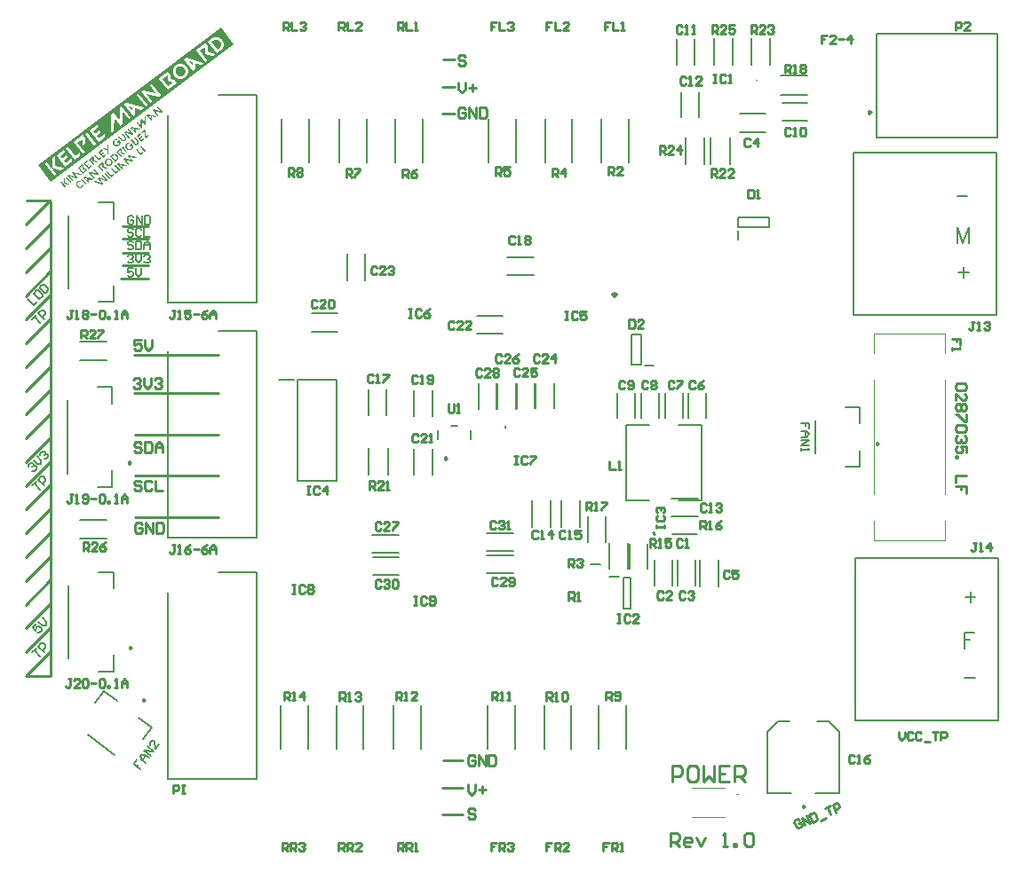
<source format=gto>
G04*
G04 #@! TF.GenerationSoftware,Altium Limited,Altium Designer,24.1.2 (44)*
G04*
G04 Layer_Color=65535*
%FSLAX25Y25*%
%MOIN*%
G70*
G04*
G04 #@! TF.SameCoordinates,2D7E79AC-0914-4B2E-807A-CDA8686B17FA*
G04*
G04*
G04 #@! TF.FilePolarity,Positive*
G04*
G01*
G75*
%ADD10C,0.00984*%
%ADD11C,0.00394*%
%ADD12C,0.00787*%
%ADD13C,0.01280*%
%ADD14C,0.01000*%
%ADD15C,0.00591*%
G36*
X-178189Y-49416D02*
X-246935Y-101064D01*
X-251732Y-94678D01*
X-182986Y-43031D01*
X-178189Y-49416D01*
D02*
G37*
G36*
X-213025Y-87275D02*
X-213012Y-87287D01*
X-211387Y-89392D01*
X-211385Y-89395D01*
X-211383Y-89397D01*
X-211378Y-89414D01*
X-211377Y-89426D01*
X-211381Y-89437D01*
X-211389Y-89448D01*
X-211400Y-89461D01*
X-211725Y-89711D01*
X-211732Y-89713D01*
X-211744Y-89718D01*
X-211756Y-89719D01*
X-211761Y-89718D01*
X-211768Y-89715D01*
X-211776Y-89709D01*
X-211787Y-89701D01*
X-213412Y-87595D01*
X-213414Y-87593D01*
X-213418Y-87583D01*
X-213421Y-87573D01*
X-213422Y-87561D01*
X-213421Y-87556D01*
X-213420Y-87547D01*
X-213414Y-87539D01*
X-213406Y-87528D01*
X-213076Y-87274D01*
X-213059Y-87269D01*
X-213047Y-87268D01*
X-213035Y-87267D01*
X-213025Y-87275D01*
D02*
G37*
G36*
X-214567Y-88466D02*
X-214555Y-88477D01*
X-213206Y-90224D01*
X-212331Y-89549D01*
X-212321Y-89546D01*
X-212311Y-89542D01*
X-212295Y-89547D01*
X-212293Y-89549D01*
X-212285Y-89555D01*
X-212279Y-89563D01*
X-212276Y-89577D01*
X-212277Y-90059D01*
X-212278Y-90063D01*
X-212279Y-90072D01*
X-212281Y-90086D01*
X-212285Y-90102D01*
X-212293Y-90124D01*
X-212302Y-90144D01*
X-212319Y-90166D01*
X-212338Y-90184D01*
X-213267Y-90902D01*
X-213274Y-90903D01*
X-213287Y-90908D01*
X-213299Y-90909D01*
X-213303Y-90909D01*
X-213310Y-90905D01*
X-213318Y-90900D01*
X-213329Y-90891D01*
X-214954Y-88786D01*
X-214956Y-88783D01*
X-214960Y-88773D01*
X-214963Y-88763D01*
X-214964Y-88752D01*
X-214964Y-88747D01*
X-214960Y-88740D01*
X-214954Y-88732D01*
X-214946Y-88721D01*
X-214616Y-88467D01*
X-214599Y-88462D01*
X-214576Y-88460D01*
X-214567Y-88466D01*
D02*
G37*
G36*
X-217698Y-90895D02*
X-217668Y-90901D01*
X-214455Y-91752D01*
X-214450Y-91753D01*
X-214441Y-91758D01*
X-214433Y-91764D01*
X-214427Y-91777D01*
X-214428Y-91781D01*
X-214429Y-91786D01*
X-214432Y-91797D01*
X-214443Y-91810D01*
X-214851Y-92124D01*
X-214863Y-92130D01*
X-214881Y-92139D01*
X-214903Y-92143D01*
X-214927Y-92150D01*
X-214952Y-92149D01*
X-214980Y-92145D01*
X-217226Y-91554D01*
X-216092Y-93024D01*
X-216090Y-93026D01*
X-216088Y-93029D01*
X-216083Y-93046D01*
X-216082Y-93058D01*
X-216083Y-93067D01*
X-216091Y-93078D01*
X-216102Y-93090D01*
X-216409Y-93327D01*
X-216421Y-93332D01*
X-216439Y-93342D01*
X-216460Y-93346D01*
X-216485Y-93352D01*
X-216510Y-93351D01*
X-216538Y-93348D01*
X-218779Y-92753D01*
X-217644Y-94222D01*
X-217642Y-94225D01*
X-217640Y-94228D01*
X-217635Y-94245D01*
X-217635Y-94256D01*
X-217638Y-94268D01*
X-217647Y-94278D01*
X-217658Y-94291D01*
X-217982Y-94541D01*
X-217989Y-94543D01*
X-218002Y-94548D01*
X-218014Y-94549D01*
X-218018Y-94548D01*
X-218025Y-94545D01*
X-218034Y-94539D01*
X-218044Y-94531D01*
X-219670Y-92425D01*
X-219672Y-92423D01*
X-219675Y-92413D01*
X-219678Y-92403D01*
X-219679Y-92391D01*
X-219679Y-92387D01*
X-219677Y-92378D01*
X-219672Y-92369D01*
X-219663Y-92358D01*
X-219357Y-92122D01*
X-219344Y-92116D01*
X-219327Y-92107D01*
X-219305Y-92103D01*
X-219281Y-92097D01*
X-219253Y-92096D01*
X-219223Y-92102D01*
X-216977Y-92692D01*
X-218112Y-91223D01*
X-218114Y-91220D01*
X-218116Y-91218D01*
X-218123Y-91198D01*
X-218122Y-91177D01*
X-218116Y-91168D01*
X-218105Y-91156D01*
X-217799Y-90919D01*
X-217787Y-90914D01*
X-217769Y-90904D01*
X-217747Y-90900D01*
X-217723Y-90894D01*
X-217698Y-90895D01*
D02*
G37*
G36*
X-221513Y-93869D02*
X-218297Y-94718D01*
X-218295Y-94721D01*
X-218287Y-94727D01*
X-218281Y-94734D01*
X-218275Y-94747D01*
X-218276Y-94751D01*
X-218277Y-94756D01*
X-218280Y-94767D01*
X-218291Y-94780D01*
X-218696Y-95092D01*
X-218709Y-95098D01*
X-218726Y-95107D01*
X-218748Y-95112D01*
X-218772Y-95118D01*
X-218800Y-95119D01*
X-218828Y-95115D01*
X-219911Y-94829D01*
X-219908Y-95949D01*
X-219908Y-95954D01*
X-219910Y-95963D01*
X-219912Y-95977D01*
X-219918Y-95995D01*
X-219926Y-96017D01*
X-219938Y-96039D01*
X-219952Y-96058D01*
X-219974Y-96079D01*
X-220272Y-96309D01*
X-220280Y-96311D01*
X-220292Y-96316D01*
X-220304Y-96317D01*
X-220308Y-96316D01*
X-220315Y-96313D01*
X-220323Y-96307D01*
X-220334Y-96299D01*
X-221960Y-94193D01*
X-221962Y-94191D01*
X-221965Y-94181D01*
X-221968Y-94171D01*
X-221969Y-94159D01*
X-221969Y-94155D01*
X-221967Y-94145D01*
X-221962Y-94137D01*
X-221953Y-94126D01*
X-221647Y-93890D01*
X-221635Y-93884D01*
X-221617Y-93875D01*
X-221595Y-93871D01*
X-221571Y-93864D01*
X-221543Y-93863D01*
X-221513Y-93869D01*
D02*
G37*
G36*
X-222419Y-94527D02*
X-222406Y-94538D01*
X-220781Y-96644D01*
X-220779Y-96646D01*
X-220777Y-96649D01*
X-220772Y-96666D01*
X-220771Y-96678D01*
X-220775Y-96689D01*
X-220783Y-96699D01*
X-220794Y-96712D01*
X-221119Y-96962D01*
X-221126Y-96964D01*
X-221138Y-96969D01*
X-221150Y-96970D01*
X-221155Y-96969D01*
X-221161Y-96966D01*
X-221170Y-96961D01*
X-221181Y-96952D01*
X-222806Y-94846D01*
X-222808Y-94844D01*
X-222811Y-94834D01*
X-222815Y-94824D01*
X-222816Y-94813D01*
X-222815Y-94808D01*
X-222814Y-94799D01*
X-222808Y-94790D01*
X-222800Y-94779D01*
X-222470Y-94525D01*
X-222453Y-94520D01*
X-222441Y-94519D01*
X-222429Y-94519D01*
X-222419Y-94527D01*
D02*
G37*
G36*
X-223961Y-95717D02*
X-223948Y-95728D01*
X-222600Y-97476D01*
X-221725Y-96800D01*
X-221715Y-96797D01*
X-221705Y-96794D01*
X-221689Y-96798D01*
X-221687Y-96801D01*
X-221678Y-96806D01*
X-221673Y-96814D01*
X-221670Y-96828D01*
X-221671Y-97310D01*
X-221672Y-97315D01*
X-221673Y-97324D01*
X-221674Y-97338D01*
X-221679Y-97353D01*
X-221686Y-97376D01*
X-221696Y-97396D01*
X-221713Y-97417D01*
X-221731Y-97435D01*
X-222661Y-98153D01*
X-222668Y-98154D01*
X-222681Y-98160D01*
X-222692Y-98161D01*
X-222697Y-98160D01*
X-222704Y-98157D01*
X-222712Y-98151D01*
X-222723Y-98143D01*
X-224348Y-96037D01*
X-224350Y-96034D01*
X-224354Y-96025D01*
X-224357Y-96015D01*
X-224358Y-96003D01*
X-224357Y-95998D01*
X-224354Y-95992D01*
X-224348Y-95983D01*
X-224340Y-95973D01*
X-224010Y-95718D01*
X-223993Y-95713D01*
X-223970Y-95712D01*
X-223961Y-95717D01*
D02*
G37*
G36*
X-225503Y-96908D02*
X-225491Y-96919D01*
X-224142Y-98666D01*
X-223267Y-97991D01*
X-223257Y-97987D01*
X-223247Y-97984D01*
X-223231Y-97988D01*
X-223229Y-97991D01*
X-223221Y-97997D01*
X-223215Y-98005D01*
X-223212Y-98019D01*
X-223213Y-98501D01*
X-223214Y-98505D01*
X-223215Y-98514D01*
X-223217Y-98528D01*
X-223221Y-98544D01*
X-223229Y-98566D01*
X-223238Y-98586D01*
X-223255Y-98607D01*
X-223274Y-98626D01*
X-224203Y-99344D01*
X-224211Y-99345D01*
X-224223Y-99350D01*
X-224235Y-99351D01*
X-224239Y-99351D01*
X-224246Y-99347D01*
X-224254Y-99342D01*
X-224265Y-99333D01*
X-225890Y-97228D01*
X-225892Y-97225D01*
X-225896Y-97215D01*
X-225899Y-97205D01*
X-225900Y-97194D01*
X-225900Y-97189D01*
X-225896Y-97182D01*
X-225891Y-97174D01*
X-225882Y-97163D01*
X-225553Y-96909D01*
X-225535Y-96904D01*
X-225512Y-96902D01*
X-225503Y-96908D01*
D02*
G37*
G36*
X-227221Y-98204D02*
X-227216Y-98205D01*
X-227207Y-98206D01*
X-227198Y-98212D01*
X-227188Y-98220D01*
X-225562Y-100326D01*
X-225560Y-100329D01*
X-225558Y-100331D01*
X-225553Y-100348D01*
X-225552Y-100360D01*
X-225554Y-100369D01*
X-225562Y-100380D01*
X-225573Y-100393D01*
X-225879Y-100629D01*
X-225892Y-100635D01*
X-225909Y-100644D01*
X-225931Y-100648D01*
X-225955Y-100654D01*
X-225983Y-100655D01*
X-226011Y-100652D01*
X-228257Y-100061D01*
X-227123Y-101531D01*
X-227121Y-101533D01*
X-227119Y-101536D01*
X-227114Y-101553D01*
X-227113Y-101565D01*
X-227114Y-101574D01*
X-227122Y-101584D01*
X-227133Y-101597D01*
X-227440Y-101834D01*
X-227452Y-101839D01*
X-227467Y-101847D01*
X-227491Y-101853D01*
X-227513Y-101857D01*
X-227541Y-101858D01*
X-227569Y-101854D01*
X-230782Y-101004D01*
X-230787Y-101003D01*
X-230793Y-101000D01*
X-230801Y-100989D01*
X-230807Y-100977D01*
X-230806Y-100972D01*
X-230805Y-100963D01*
X-230801Y-100952D01*
X-230793Y-100941D01*
X-230388Y-100629D01*
X-230376Y-100623D01*
X-230358Y-100614D01*
X-230336Y-100610D01*
X-230312Y-100603D01*
X-230284Y-100602D01*
X-230254Y-100609D01*
X-228008Y-101199D01*
X-229143Y-99730D01*
X-229145Y-99727D01*
X-229148Y-99717D01*
X-229152Y-99708D01*
X-229152Y-99696D01*
X-229152Y-99691D01*
X-229151Y-99682D01*
X-229145Y-99673D01*
X-229136Y-99663D01*
X-228830Y-99426D01*
X-228818Y-99421D01*
X-228800Y-99411D01*
X-228778Y-99407D01*
X-228754Y-99401D01*
X-228726Y-99400D01*
X-228696Y-99406D01*
X-226453Y-99999D01*
X-227587Y-98529D01*
X-227589Y-98527D01*
X-227593Y-98517D01*
X-227596Y-98507D01*
X-227597Y-98495D01*
X-227596Y-98491D01*
X-227595Y-98481D01*
X-227587Y-98471D01*
X-227578Y-98460D01*
X-227254Y-98210D01*
X-227244Y-98206D01*
X-227234Y-98203D01*
X-227221Y-98204D01*
D02*
G37*
G36*
X-226350Y-97561D02*
X-226337Y-97572D01*
X-224712Y-99678D01*
X-224710Y-99681D01*
X-224708Y-99683D01*
X-224703Y-99700D01*
X-224702Y-99712D01*
X-224706Y-99723D01*
X-224714Y-99734D01*
X-224725Y-99746D01*
X-225050Y-99997D01*
X-225057Y-99998D01*
X-225069Y-100004D01*
X-225081Y-100005D01*
X-225086Y-100004D01*
X-225092Y-100001D01*
X-225101Y-99995D01*
X-225112Y-99987D01*
X-226737Y-97881D01*
X-226739Y-97878D01*
X-226742Y-97869D01*
X-226746Y-97859D01*
X-226747Y-97847D01*
X-226746Y-97842D01*
X-226745Y-97833D01*
X-226739Y-97825D01*
X-226731Y-97814D01*
X-226401Y-97559D01*
X-226384Y-97554D01*
X-226372Y-97554D01*
X-226360Y-97553D01*
X-226350Y-97561D01*
D02*
G37*
G36*
X-206679Y-72557D02*
X-206667Y-72556D01*
X-206657Y-72564D01*
X-206644Y-72575D01*
X-205019Y-74681D01*
X-205017Y-74683D01*
X-205015Y-74686D01*
X-205010Y-74703D01*
X-205009Y-74715D01*
X-205010Y-74724D01*
X-205019Y-74735D01*
X-205030Y-74747D01*
X-205336Y-74984D01*
X-205348Y-74989D01*
X-205366Y-74999D01*
X-205388Y-75003D01*
X-205412Y-75009D01*
X-205437Y-75008D01*
X-205465Y-75005D01*
X-207706Y-74410D01*
X-206572Y-75879D01*
X-206569Y-75882D01*
X-206567Y-75885D01*
X-206563Y-75902D01*
X-206562Y-75913D01*
X-206566Y-75925D01*
X-206574Y-75935D01*
X-206585Y-75948D01*
X-206909Y-76198D01*
X-206917Y-76200D01*
X-206929Y-76205D01*
X-206941Y-76206D01*
X-206945Y-76205D01*
X-206952Y-76202D01*
X-206961Y-76196D01*
X-206971Y-76188D01*
X-208597Y-74082D01*
X-208599Y-74080D01*
X-208602Y-74070D01*
X-208606Y-74060D01*
X-208606Y-74048D01*
X-208606Y-74044D01*
X-208605Y-74035D01*
X-208599Y-74026D01*
X-208591Y-74015D01*
X-208284Y-73779D01*
X-208272Y-73773D01*
X-208254Y-73764D01*
X-208232Y-73760D01*
X-208208Y-73754D01*
X-208180Y-73752D01*
X-208151Y-73759D01*
X-205905Y-74349D01*
X-207039Y-72880D01*
X-207041Y-72877D01*
X-207043Y-72875D01*
X-207050Y-72855D01*
X-207049Y-72834D01*
X-207044Y-72825D01*
X-207033Y-72813D01*
X-206708Y-72562D01*
X-206688Y-72556D01*
X-206679Y-72557D01*
D02*
G37*
G36*
X-210441Y-75526D02*
X-207225Y-76375D01*
X-207223Y-76378D01*
X-207214Y-76384D01*
X-207208Y-76392D01*
X-207203Y-76404D01*
X-207203Y-76408D01*
X-207204Y-76413D01*
X-207207Y-76424D01*
X-207218Y-76437D01*
X-207624Y-76750D01*
X-207636Y-76755D01*
X-207653Y-76764D01*
X-207675Y-76769D01*
X-207699Y-76775D01*
X-207727Y-76776D01*
X-207755Y-76772D01*
X-208838Y-76486D01*
X-208835Y-77606D01*
X-208836Y-77611D01*
X-208837Y-77620D01*
X-208839Y-77634D01*
X-208846Y-77652D01*
X-208853Y-77674D01*
X-208865Y-77696D01*
X-208880Y-77715D01*
X-208901Y-77736D01*
X-209200Y-77966D01*
X-209207Y-77968D01*
X-209219Y-77973D01*
X-209231Y-77974D01*
X-209236Y-77973D01*
X-209242Y-77970D01*
X-209251Y-77964D01*
X-209261Y-77956D01*
X-210887Y-75850D01*
X-210889Y-75848D01*
X-210892Y-75838D01*
X-210896Y-75828D01*
X-210896Y-75816D01*
X-210896Y-75812D01*
X-210895Y-75802D01*
X-210889Y-75794D01*
X-210880Y-75783D01*
X-210574Y-75547D01*
X-210562Y-75541D01*
X-210544Y-75532D01*
X-210523Y-75528D01*
X-210498Y-75521D01*
X-210470Y-75520D01*
X-210441Y-75526D01*
D02*
G37*
G36*
X-211153Y-76010D02*
X-211151Y-76013D01*
X-211142Y-76018D01*
X-211139Y-76028D01*
X-211136Y-76043D01*
X-211127Y-79367D01*
X-211127Y-79371D01*
X-211128Y-79381D01*
X-211130Y-79394D01*
X-211135Y-79410D01*
X-211142Y-79432D01*
X-211154Y-79454D01*
X-211168Y-79474D01*
X-211190Y-79494D01*
X-211491Y-79727D01*
X-211508Y-79732D01*
X-211529Y-79731D01*
X-211538Y-79725D01*
X-211550Y-79714D01*
X-212685Y-78245D01*
X-212682Y-80567D01*
X-212683Y-80572D01*
X-212684Y-80581D01*
X-212685Y-80595D01*
X-212692Y-80613D01*
X-212700Y-80635D01*
X-212712Y-80657D01*
X-212726Y-80676D01*
X-212748Y-80697D01*
X-213046Y-80927D01*
X-213053Y-80929D01*
X-213066Y-80934D01*
X-213078Y-80935D01*
X-213082Y-80934D01*
X-213089Y-80931D01*
X-213097Y-80925D01*
X-213108Y-80917D01*
X-214734Y-78811D01*
X-214736Y-78809D01*
X-214739Y-78799D01*
X-214742Y-78789D01*
X-214743Y-78777D01*
X-214742Y-78773D01*
X-214741Y-78764D01*
X-214736Y-78755D01*
X-214727Y-78744D01*
X-214403Y-78494D01*
X-214393Y-78490D01*
X-214383Y-78487D01*
X-214367Y-78487D01*
X-214362Y-78487D01*
X-214353Y-78488D01*
X-214344Y-78494D01*
X-214334Y-78503D01*
X-213199Y-79972D01*
X-213207Y-77654D01*
X-213207Y-77649D01*
X-213205Y-77640D01*
X-213204Y-77626D01*
X-213199Y-77606D01*
X-213194Y-77585D01*
X-213181Y-77564D01*
X-213167Y-77544D01*
X-213146Y-77524D01*
X-212847Y-77293D01*
X-212838Y-77290D01*
X-212828Y-77286D01*
X-212814Y-77288D01*
X-212809Y-77289D01*
X-212800Y-77290D01*
X-212792Y-77296D01*
X-212781Y-77304D01*
X-211647Y-78774D01*
X-211649Y-76451D01*
X-211649Y-76447D01*
X-211648Y-76437D01*
X-211646Y-76424D01*
X-211641Y-76403D01*
X-211636Y-76383D01*
X-211624Y-76361D01*
X-211610Y-76342D01*
X-211588Y-76321D01*
X-211188Y-76012D01*
X-211178Y-76009D01*
X-211169Y-76006D01*
X-211153Y-76010D01*
D02*
G37*
G36*
X-216573Y-80260D02*
X-213357Y-81109D01*
X-213355Y-81112D01*
X-213347Y-81118D01*
X-213341Y-81125D01*
X-213335Y-81138D01*
X-213336Y-81142D01*
X-213336Y-81147D01*
X-213340Y-81158D01*
X-213351Y-81171D01*
X-213756Y-81484D01*
X-213769Y-81489D01*
X-213786Y-81498D01*
X-213808Y-81503D01*
X-213832Y-81509D01*
X-213860Y-81510D01*
X-213888Y-81506D01*
X-214971Y-81220D01*
X-214968Y-82340D01*
X-214968Y-82345D01*
X-214970Y-82354D01*
X-214971Y-82368D01*
X-214978Y-82386D01*
X-214986Y-82408D01*
X-214998Y-82430D01*
X-215012Y-82449D01*
X-215034Y-82470D01*
X-215332Y-82700D01*
X-215339Y-82702D01*
X-215352Y-82707D01*
X-215364Y-82708D01*
X-215368Y-82707D01*
X-215375Y-82704D01*
X-215384Y-82698D01*
X-215394Y-82690D01*
X-217020Y-80584D01*
X-217021Y-80582D01*
X-217025Y-80572D01*
X-217028Y-80562D01*
X-217029Y-80550D01*
X-217029Y-80546D01*
X-217027Y-80536D01*
X-217022Y-80528D01*
X-217013Y-80517D01*
X-216707Y-80281D01*
X-216694Y-80275D01*
X-216677Y-80266D01*
X-216655Y-80262D01*
X-216631Y-80255D01*
X-216603Y-80254D01*
X-216573Y-80260D01*
D02*
G37*
G36*
X-217501Y-80910D02*
X-217489Y-80910D01*
X-217479Y-80918D01*
X-217466Y-80929D01*
X-215841Y-83035D01*
X-215839Y-83037D01*
X-215837Y-83040D01*
X-215832Y-83057D01*
X-215831Y-83069D01*
X-215832Y-83078D01*
X-215841Y-83088D01*
X-215851Y-83101D01*
X-216158Y-83337D01*
X-216170Y-83343D01*
X-216188Y-83352D01*
X-216210Y-83357D01*
X-216234Y-83363D01*
X-216259Y-83362D01*
X-216287Y-83358D01*
X-218528Y-82764D01*
X-217393Y-84233D01*
X-217391Y-84236D01*
X-217389Y-84238D01*
X-217385Y-84255D01*
X-217384Y-84267D01*
X-217387Y-84278D01*
X-217396Y-84289D01*
X-217407Y-84302D01*
X-217731Y-84552D01*
X-217739Y-84553D01*
X-217751Y-84559D01*
X-217763Y-84560D01*
X-217767Y-84559D01*
X-217774Y-84556D01*
X-217782Y-84550D01*
X-217793Y-84542D01*
X-219419Y-82436D01*
X-219421Y-82433D01*
X-219424Y-82424D01*
X-219427Y-82414D01*
X-219428Y-82402D01*
X-219428Y-82398D01*
X-219426Y-82388D01*
X-219421Y-82380D01*
X-219412Y-82369D01*
X-219106Y-82133D01*
X-219094Y-82127D01*
X-219076Y-82118D01*
X-219054Y-82113D01*
X-219030Y-82107D01*
X-219002Y-82106D01*
X-218972Y-82112D01*
X-216726Y-82703D01*
X-217861Y-81234D01*
X-217863Y-81231D01*
X-217865Y-81228D01*
X-217872Y-81209D01*
X-217871Y-81188D01*
X-217865Y-81179D01*
X-217854Y-81167D01*
X-217530Y-80916D01*
X-217510Y-80909D01*
X-217501Y-80910D01*
D02*
G37*
G36*
X-219907Y-82764D02*
X-219903Y-82764D01*
X-219894Y-82766D01*
X-219885Y-82771D01*
X-219874Y-82780D01*
X-218824Y-84140D01*
X-218822Y-84143D01*
X-218818Y-84148D01*
X-218812Y-84156D01*
X-218802Y-84169D01*
X-218793Y-84186D01*
X-218779Y-84205D01*
X-218752Y-84250D01*
X-218722Y-84305D01*
X-218694Y-84367D01*
X-218666Y-84437D01*
X-218642Y-84510D01*
X-218640Y-84512D01*
X-218639Y-84519D01*
X-218638Y-84531D01*
X-218636Y-84546D01*
X-218628Y-84582D01*
X-218621Y-84634D01*
X-218612Y-84694D01*
X-218609Y-84762D01*
X-218609Y-84832D01*
X-218614Y-84906D01*
X-218615Y-84915D01*
X-218618Y-84938D01*
X-218626Y-84977D01*
X-218637Y-85027D01*
X-218653Y-85081D01*
X-218673Y-85146D01*
X-218698Y-85211D01*
X-218732Y-85279D01*
X-218735Y-85281D01*
X-218738Y-85288D01*
X-218744Y-85296D01*
X-218750Y-85310D01*
X-218759Y-85325D01*
X-218771Y-85342D01*
X-218802Y-85387D01*
X-218839Y-85436D01*
X-218883Y-85487D01*
X-218937Y-85540D01*
X-218995Y-85594D01*
X-219023Y-85616D01*
X-219041Y-85625D01*
X-219059Y-85639D01*
X-219107Y-85668D01*
X-219161Y-85701D01*
X-219225Y-85730D01*
X-219297Y-85761D01*
X-219370Y-85784D01*
X-219373Y-85786D01*
X-219380Y-85787D01*
X-219392Y-85788D01*
X-219406Y-85791D01*
X-219447Y-85798D01*
X-219499Y-85805D01*
X-219561Y-85811D01*
X-219629Y-85814D01*
X-219704Y-85814D01*
X-219780Y-85806D01*
X-219782Y-85804D01*
X-219789Y-85805D01*
X-219814Y-85799D01*
X-219853Y-85792D01*
X-219905Y-85778D01*
X-219964Y-85761D01*
X-220031Y-85739D01*
X-220099Y-85709D01*
X-220167Y-85674D01*
X-220169Y-85672D01*
X-220176Y-85669D01*
X-220185Y-85663D01*
X-220198Y-85656D01*
X-220215Y-85645D01*
X-220234Y-85631D01*
X-220275Y-85600D01*
X-220326Y-85560D01*
X-220380Y-85511D01*
X-220434Y-85458D01*
X-220487Y-85395D01*
X-221523Y-84052D01*
X-221525Y-84050D01*
X-221529Y-84040D01*
X-221532Y-84030D01*
X-221533Y-84018D01*
X-221532Y-84014D01*
X-221531Y-84005D01*
X-221525Y-83996D01*
X-221517Y-83985D01*
X-221195Y-83737D01*
X-221185Y-83733D01*
X-221175Y-83730D01*
X-221162Y-83732D01*
X-221157Y-83732D01*
X-221148Y-83734D01*
X-221139Y-83739D01*
X-221129Y-83748D01*
X-220088Y-85095D01*
X-220086Y-85098D01*
X-220076Y-85111D01*
X-220062Y-85124D01*
X-220046Y-85145D01*
X-220020Y-85167D01*
X-219995Y-85189D01*
X-219968Y-85214D01*
X-219935Y-85234D01*
X-219931Y-85235D01*
X-219920Y-85243D01*
X-219902Y-85250D01*
X-219881Y-85262D01*
X-219852Y-85278D01*
X-219818Y-85289D01*
X-219749Y-85310D01*
X-219744Y-85310D01*
X-219730Y-85312D01*
X-219712Y-85314D01*
X-219689Y-85317D01*
X-219659Y-85319D01*
X-219624Y-85321D01*
X-219550Y-85314D01*
X-219546Y-85315D01*
X-219533Y-85309D01*
X-219512Y-85305D01*
X-219490Y-85296D01*
X-219460Y-85286D01*
X-219428Y-85274D01*
X-219396Y-85257D01*
X-219361Y-85238D01*
X-219345Y-85226D01*
X-219322Y-85212D01*
X-219301Y-85192D01*
X-219272Y-85170D01*
X-219245Y-85141D01*
X-219215Y-85109D01*
X-219192Y-85075D01*
X-219192Y-85070D01*
X-219181Y-85058D01*
X-219171Y-85038D01*
X-219159Y-85012D01*
X-219148Y-84983D01*
X-219132Y-84949D01*
X-219112Y-84872D01*
X-219112Y-84868D01*
X-219110Y-84854D01*
X-219107Y-84831D01*
X-219108Y-84803D01*
X-219106Y-84768D01*
X-219109Y-84733D01*
X-219113Y-84695D01*
X-219122Y-84651D01*
X-219121Y-84647D01*
X-219128Y-84632D01*
X-219132Y-84610D01*
X-219143Y-84581D01*
X-219158Y-84551D01*
X-219172Y-84516D01*
X-219195Y-84481D01*
X-219219Y-84445D01*
X-220269Y-83084D01*
X-220271Y-83082D01*
X-220274Y-83072D01*
X-220278Y-83062D01*
X-220279Y-83050D01*
X-220278Y-83046D01*
X-220277Y-83037D01*
X-220269Y-83026D01*
X-220260Y-83015D01*
X-219941Y-82769D01*
X-219931Y-82765D01*
X-219921Y-82762D01*
X-219907Y-82764D01*
D02*
G37*
G36*
X-222142Y-84829D02*
X-222045Y-84836D01*
X-222038Y-84840D01*
X-222023Y-84844D01*
X-222014Y-84850D01*
X-222008Y-84857D01*
X-222005Y-84867D01*
X-222004Y-84884D01*
X-222003Y-85293D01*
X-222004Y-85298D01*
X-222005Y-85307D01*
X-222009Y-85318D01*
X-222018Y-85333D01*
X-222020Y-85335D01*
X-222030Y-85339D01*
X-222042Y-85339D01*
X-222058Y-85340D01*
X-222060Y-85337D01*
X-222067Y-85339D01*
X-222091Y-85336D01*
X-222127Y-85331D01*
X-222176Y-85327D01*
X-222232Y-85325D01*
X-222297Y-85325D01*
X-222368Y-85330D01*
X-222438Y-85342D01*
X-222440Y-85344D01*
X-222445Y-85344D01*
X-222457Y-85345D01*
X-222469Y-85350D01*
X-222507Y-85359D01*
X-222554Y-85379D01*
X-222609Y-85400D01*
X-222669Y-85430D01*
X-222729Y-85464D01*
X-222791Y-85507D01*
X-222817Y-85527D01*
X-222841Y-85550D01*
X-222873Y-85583D01*
X-222911Y-85625D01*
X-222948Y-85674D01*
X-222985Y-85728D01*
X-223019Y-85787D01*
X-223021Y-85789D01*
X-223022Y-85793D01*
X-223031Y-85813D01*
X-223045Y-85849D01*
X-223062Y-85891D01*
X-223078Y-85940D01*
X-223095Y-85999D01*
X-223108Y-86063D01*
X-223116Y-86127D01*
X-223117Y-86137D01*
X-223118Y-86158D01*
X-223120Y-86192D01*
X-223118Y-86237D01*
X-223116Y-86293D01*
X-223108Y-86353D01*
X-223100Y-86417D01*
X-223083Y-86487D01*
X-223081Y-86490D01*
X-223081Y-86494D01*
X-223078Y-86504D01*
X-223073Y-86516D01*
X-223061Y-86553D01*
X-223041Y-86595D01*
X-223017Y-86647D01*
X-222989Y-86705D01*
X-222952Y-86763D01*
X-222911Y-86822D01*
X-222909Y-86825D01*
X-222905Y-86830D01*
X-222899Y-86838D01*
X-222891Y-86848D01*
X-222878Y-86860D01*
X-222866Y-86875D01*
X-222831Y-86910D01*
X-222792Y-86950D01*
X-222743Y-86991D01*
X-222688Y-87031D01*
X-222629Y-87069D01*
X-222627Y-87072D01*
X-222623Y-87072D01*
X-222614Y-87078D01*
X-222601Y-87085D01*
X-222568Y-87100D01*
X-222526Y-87118D01*
X-222472Y-87138D01*
X-222414Y-87160D01*
X-222350Y-87173D01*
X-222285Y-87188D01*
X-222275Y-87190D01*
X-222254Y-87190D01*
X-222217Y-87195D01*
X-222173Y-87193D01*
X-222119Y-87193D01*
X-222058Y-87192D01*
X-221994Y-87184D01*
X-221929Y-87171D01*
X-221927Y-87169D01*
X-221922Y-87170D01*
X-221912Y-87166D01*
X-221900Y-87161D01*
X-221866Y-87151D01*
X-221821Y-87134D01*
X-221772Y-87112D01*
X-221717Y-87086D01*
X-221661Y-87051D01*
X-221605Y-87012D01*
X-221584Y-86996D01*
X-221563Y-86975D01*
X-221535Y-86946D01*
X-221506Y-86914D01*
X-221473Y-86877D01*
X-221439Y-86834D01*
X-221408Y-86789D01*
X-221405Y-86787D01*
X-221405Y-86783D01*
X-221395Y-86767D01*
X-221383Y-86741D01*
X-221364Y-86706D01*
X-221347Y-86664D01*
X-221329Y-86617D01*
X-221311Y-86565D01*
X-221297Y-86513D01*
X-221294Y-86507D01*
X-221292Y-86488D01*
X-221286Y-86459D01*
X-221281Y-86422D01*
X-221275Y-86376D01*
X-221273Y-86325D01*
X-221273Y-86271D01*
X-221275Y-86215D01*
X-221277Y-86207D01*
X-221279Y-86188D01*
X-221282Y-86158D01*
X-221286Y-86120D01*
X-221297Y-86074D01*
X-221309Y-86026D01*
X-221326Y-85972D01*
X-221347Y-85918D01*
X-221957Y-86389D01*
X-221964Y-86390D01*
X-221974Y-86394D01*
X-221988Y-86392D01*
X-221990Y-86389D01*
X-221996Y-86386D01*
X-222005Y-86376D01*
X-222010Y-86363D01*
X-222037Y-85915D01*
X-222036Y-85911D01*
X-222035Y-85902D01*
X-222035Y-85885D01*
X-222030Y-85865D01*
X-222022Y-85843D01*
X-222012Y-85818D01*
X-221995Y-85797D01*
X-221974Y-85776D01*
X-221237Y-85207D01*
X-221235Y-85210D01*
X-221226Y-85215D01*
X-221218Y-85226D01*
X-221205Y-85237D01*
X-221174Y-85267D01*
X-221144Y-85301D01*
X-221142Y-85303D01*
X-221138Y-85309D01*
X-221127Y-85317D01*
X-221117Y-85330D01*
X-221091Y-85364D01*
X-221061Y-85403D01*
X-221059Y-85405D01*
X-221053Y-85413D01*
X-221043Y-85426D01*
X-221033Y-85444D01*
X-221017Y-85464D01*
X-221000Y-85492D01*
X-220981Y-85523D01*
X-220964Y-85555D01*
X-220922Y-85631D01*
X-220879Y-85718D01*
X-220843Y-85814D01*
X-220811Y-85914D01*
X-220809Y-85917D01*
X-220810Y-85926D01*
X-220805Y-85943D01*
X-220800Y-85960D01*
X-220797Y-85986D01*
X-220791Y-86015D01*
X-220779Y-86084D01*
X-220773Y-86167D01*
X-220767Y-86261D01*
X-220770Y-86359D01*
X-220778Y-86461D01*
X-220779Y-86466D01*
X-220780Y-86475D01*
X-220782Y-86488D01*
X-220784Y-86507D01*
X-220790Y-86532D01*
X-220798Y-86559D01*
X-220805Y-86593D01*
X-220812Y-86627D01*
X-220838Y-86706D01*
X-220866Y-86793D01*
X-220906Y-86887D01*
X-220955Y-86978D01*
X-220958Y-86980D01*
X-220963Y-86989D01*
X-220970Y-87002D01*
X-220981Y-87019D01*
X-220995Y-87039D01*
X-221013Y-87064D01*
X-221033Y-87092D01*
X-221055Y-87122D01*
X-221080Y-87154D01*
X-221108Y-87188D01*
X-221174Y-87259D01*
X-221249Y-87334D01*
X-221332Y-87402D01*
X-221356Y-87420D01*
X-221373Y-87430D01*
X-221394Y-87446D01*
X-221422Y-87463D01*
X-221450Y-87481D01*
X-221483Y-87502D01*
X-221559Y-87544D01*
X-221643Y-87584D01*
X-221739Y-87621D01*
X-221839Y-87653D01*
X-221842Y-87655D01*
X-221851Y-87653D01*
X-221868Y-87658D01*
X-221885Y-87663D01*
X-221911Y-87667D01*
X-221940Y-87672D01*
X-222007Y-87682D01*
X-222089Y-87688D01*
X-222181Y-87693D01*
X-222277Y-87692D01*
X-222379Y-87684D01*
X-222383Y-87683D01*
X-222393Y-87682D01*
X-222406Y-87680D01*
X-222427Y-87675D01*
X-222447Y-87670D01*
X-222477Y-87664D01*
X-222508Y-87655D01*
X-222545Y-87646D01*
X-222623Y-87620D01*
X-222708Y-87590D01*
X-222801Y-87550D01*
X-222893Y-87501D01*
X-222895Y-87498D01*
X-222904Y-87492D01*
X-222917Y-87486D01*
X-222934Y-87474D01*
X-222955Y-87458D01*
X-222981Y-87440D01*
X-223009Y-87420D01*
X-223039Y-87398D01*
X-223071Y-87372D01*
X-223106Y-87342D01*
X-223178Y-87277D01*
X-223252Y-87202D01*
X-223323Y-87116D01*
X-223325Y-87113D01*
X-223331Y-87105D01*
X-223341Y-87092D01*
X-223352Y-87072D01*
X-223368Y-87051D01*
X-223386Y-87023D01*
X-223403Y-86995D01*
X-223425Y-86962D01*
X-223468Y-86884D01*
X-223511Y-86797D01*
X-223548Y-86701D01*
X-223579Y-86601D01*
X-223581Y-86598D01*
X-223582Y-86586D01*
X-223585Y-86572D01*
X-223590Y-86555D01*
X-223593Y-86529D01*
X-223599Y-86500D01*
X-223611Y-86431D01*
X-223622Y-86348D01*
X-223626Y-86256D01*
X-223625Y-86160D01*
X-223617Y-86058D01*
X-223616Y-86054D01*
X-223615Y-86044D01*
X-223613Y-86031D01*
X-223611Y-86012D01*
X-223605Y-85987D01*
X-223597Y-85960D01*
X-223591Y-85926D01*
X-223584Y-85892D01*
X-223557Y-85813D01*
X-223530Y-85726D01*
X-223492Y-85635D01*
X-223443Y-85543D01*
X-223441Y-85541D01*
X-223435Y-85532D01*
X-223428Y-85519D01*
X-223417Y-85502D01*
X-223405Y-85480D01*
X-223385Y-85457D01*
X-223365Y-85429D01*
X-223343Y-85399D01*
X-223318Y-85367D01*
X-223290Y-85333D01*
X-223224Y-85262D01*
X-223149Y-85188D01*
X-223066Y-85119D01*
X-223042Y-85101D01*
X-223025Y-85091D01*
X-223004Y-85075D01*
X-222979Y-85060D01*
X-222951Y-85043D01*
X-222916Y-85024D01*
X-222843Y-84984D01*
X-222758Y-84943D01*
X-222667Y-84906D01*
X-222569Y-84877D01*
X-222567Y-84874D01*
X-222559Y-84873D01*
X-222543Y-84868D01*
X-222523Y-84866D01*
X-222499Y-84860D01*
X-222473Y-84856D01*
X-222404Y-84844D01*
X-222325Y-84833D01*
X-222238Y-84828D01*
X-222142Y-84829D01*
D02*
G37*
G36*
X-225181Y-86839D02*
X-225179Y-86841D01*
X-225171Y-86847D01*
X-225167Y-86857D01*
X-225165Y-86871D01*
X-225155Y-90196D01*
X-225156Y-90200D01*
X-225157Y-90210D01*
X-225159Y-90223D01*
X-225163Y-90239D01*
X-225170Y-90262D01*
X-225183Y-90283D01*
X-225197Y-90302D01*
X-225218Y-90323D01*
X-225618Y-90632D01*
X-225625Y-90633D01*
X-225638Y-90639D01*
X-225652Y-90637D01*
X-225654Y-90634D01*
X-225660Y-90631D01*
X-225665Y-90619D01*
X-225668Y-90604D01*
X-225674Y-89142D01*
X-227483Y-88661D01*
X-227488Y-88661D01*
X-227494Y-88657D01*
X-227502Y-88647D01*
X-227508Y-88635D01*
X-227507Y-88630D01*
X-227506Y-88621D01*
X-227502Y-88610D01*
X-227494Y-88599D01*
X-227089Y-88287D01*
X-227076Y-88281D01*
X-227059Y-88272D01*
X-227037Y-88267D01*
X-227013Y-88261D01*
X-226985Y-88260D01*
X-226955Y-88266D01*
X-225675Y-88604D01*
X-225678Y-87280D01*
X-225677Y-87276D01*
X-225676Y-87266D01*
X-225674Y-87253D01*
X-225669Y-87232D01*
X-225664Y-87212D01*
X-225652Y-87190D01*
X-225638Y-87171D01*
X-225617Y-87150D01*
X-225217Y-86841D01*
X-225207Y-86838D01*
X-225197Y-86835D01*
X-225181Y-86839D01*
D02*
G37*
G36*
X-227636Y-88742D02*
X-227625Y-88751D01*
X-227613Y-88762D01*
X-227366Y-89081D01*
X-227364Y-89083D01*
X-227362Y-89086D01*
X-227358Y-89103D01*
X-227358Y-89124D01*
X-227364Y-89133D01*
X-227375Y-89145D01*
X-228359Y-89905D01*
X-227972Y-90406D01*
X-227188Y-89801D01*
X-227171Y-89796D01*
X-227159Y-89795D01*
X-227150Y-89796D01*
X-227139Y-89805D01*
X-227127Y-89816D01*
X-226882Y-90132D01*
X-226880Y-90135D01*
X-226878Y-90138D01*
X-226873Y-90155D01*
X-226871Y-90178D01*
X-226877Y-90187D01*
X-226888Y-90199D01*
X-227667Y-90801D01*
X-227284Y-91297D01*
X-226202Y-90461D01*
X-226192Y-90457D01*
X-226182Y-90454D01*
X-226166Y-90458D01*
X-226164Y-90461D01*
X-226156Y-90467D01*
X-226152Y-90477D01*
X-226150Y-90491D01*
X-226146Y-90969D01*
X-226146Y-90973D01*
X-226147Y-90982D01*
X-226149Y-90996D01*
X-226156Y-91014D01*
X-226164Y-91036D01*
X-226176Y-91058D01*
X-226190Y-91077D01*
X-226211Y-91098D01*
X-227346Y-91974D01*
X-227353Y-91975D01*
X-227365Y-91981D01*
X-227377Y-91982D01*
X-227382Y-91981D01*
X-227389Y-91978D01*
X-227397Y-91972D01*
X-227408Y-91963D01*
X-229033Y-89858D01*
X-229035Y-89855D01*
X-229039Y-89846D01*
X-229042Y-89836D01*
X-229043Y-89824D01*
X-229042Y-89819D01*
X-229041Y-89810D01*
X-229035Y-89802D01*
X-229027Y-89791D01*
X-227674Y-88747D01*
X-227657Y-88742D01*
X-227645Y-88741D01*
X-227636Y-88742D01*
D02*
G37*
G36*
X-230188Y-90729D02*
X-230176Y-90740D01*
X-228827Y-92487D01*
X-227952Y-91812D01*
X-227942Y-91808D01*
X-227932Y-91805D01*
X-227916Y-91809D01*
X-227914Y-91812D01*
X-227906Y-91818D01*
X-227900Y-91825D01*
X-227897Y-91840D01*
X-227898Y-92321D01*
X-227899Y-92326D01*
X-227900Y-92335D01*
X-227902Y-92349D01*
X-227906Y-92365D01*
X-227913Y-92387D01*
X-227923Y-92407D01*
X-227940Y-92428D01*
X-227959Y-92447D01*
X-228888Y-93164D01*
X-228895Y-93166D01*
X-228908Y-93171D01*
X-228920Y-93172D01*
X-228924Y-93171D01*
X-228931Y-93168D01*
X-228939Y-93163D01*
X-228950Y-93154D01*
X-230575Y-91048D01*
X-230577Y-91046D01*
X-230581Y-91036D01*
X-230584Y-91026D01*
X-230585Y-91014D01*
X-230585Y-91010D01*
X-230581Y-91003D01*
X-230575Y-90995D01*
X-230567Y-90984D01*
X-230237Y-90729D01*
X-230220Y-90725D01*
X-230197Y-90723D01*
X-230188Y-90729D01*
D02*
G37*
G36*
X-231051Y-91366D02*
X-231047Y-91367D01*
X-231040Y-91370D01*
X-231031Y-91375D01*
X-231021Y-91384D01*
X-230668Y-91841D01*
X-230666Y-91843D01*
X-230662Y-91849D01*
X-230656Y-91856D01*
X-230651Y-91869D01*
X-230638Y-91901D01*
X-230634Y-91939D01*
X-230630Y-92963D01*
X-229217Y-93340D01*
X-229212Y-93340D01*
X-229204Y-93346D01*
X-229196Y-93356D01*
X-229190Y-93369D01*
X-229191Y-93373D01*
X-229192Y-93378D01*
X-229195Y-93389D01*
X-229204Y-93400D01*
X-229611Y-93714D01*
X-229624Y-93720D01*
X-229641Y-93729D01*
X-229663Y-93734D01*
X-229687Y-93740D01*
X-229713Y-93739D01*
X-229740Y-93735D01*
X-231109Y-93374D01*
X-231115Y-93371D01*
X-231128Y-93365D01*
X-231140Y-93349D01*
X-231144Y-93339D01*
X-231145Y-93328D01*
X-231151Y-92052D01*
X-232065Y-92758D01*
X-230714Y-94508D01*
X-230712Y-94510D01*
X-230710Y-94513D01*
X-230705Y-94530D01*
X-230705Y-94542D01*
X-230709Y-94553D01*
X-230717Y-94564D01*
X-230728Y-94576D01*
X-231052Y-94827D01*
X-231060Y-94828D01*
X-231072Y-94834D01*
X-231084Y-94834D01*
X-231088Y-94834D01*
X-231095Y-94831D01*
X-231104Y-94825D01*
X-231114Y-94816D01*
X-232740Y-92711D01*
X-232742Y-92708D01*
X-232745Y-92698D01*
X-232749Y-92689D01*
X-232749Y-92677D01*
X-232749Y-92672D01*
X-232748Y-92663D01*
X-232742Y-92654D01*
X-232733Y-92644D01*
X-231085Y-91371D01*
X-231075Y-91368D01*
X-231065Y-91364D01*
X-231051Y-91366D01*
D02*
G37*
G36*
X-233089Y-92951D02*
X-233078Y-92959D01*
X-233065Y-92971D01*
X-232819Y-93290D01*
X-232817Y-93292D01*
X-232815Y-93295D01*
X-232810Y-93312D01*
X-232810Y-93333D01*
X-232816Y-93342D01*
X-232827Y-93354D01*
X-233811Y-94114D01*
X-233424Y-94615D01*
X-232640Y-94010D01*
X-232623Y-94005D01*
X-232611Y-94004D01*
X-232602Y-94005D01*
X-232592Y-94014D01*
X-232579Y-94025D01*
X-232334Y-94341D01*
X-232332Y-94344D01*
X-232330Y-94346D01*
X-232326Y-94363D01*
X-232324Y-94387D01*
X-232330Y-94396D01*
X-232341Y-94408D01*
X-233120Y-95010D01*
X-232737Y-95505D01*
X-231654Y-94670D01*
X-231644Y-94666D01*
X-231635Y-94663D01*
X-231619Y-94667D01*
X-231617Y-94670D01*
X-231608Y-94676D01*
X-231605Y-94686D01*
X-231602Y-94700D01*
X-231598Y-95177D01*
X-231598Y-95182D01*
X-231600Y-95191D01*
X-231602Y-95205D01*
X-231609Y-95223D01*
X-231616Y-95245D01*
X-231628Y-95267D01*
X-231642Y-95286D01*
X-231664Y-95307D01*
X-232798Y-96183D01*
X-232805Y-96184D01*
X-232818Y-96190D01*
X-232830Y-96190D01*
X-232834Y-96190D01*
X-232841Y-96187D01*
X-232850Y-96181D01*
X-232860Y-96172D01*
X-234486Y-94067D01*
X-234488Y-94064D01*
X-234491Y-94054D01*
X-234494Y-94045D01*
X-234495Y-94033D01*
X-234495Y-94028D01*
X-234493Y-94019D01*
X-234488Y-94010D01*
X-234479Y-94000D01*
X-233127Y-92956D01*
X-233110Y-92951D01*
X-233098Y-92950D01*
X-233089Y-92951D01*
D02*
G37*
G36*
X-234958Y-94394D02*
X-234947Y-94402D01*
X-234935Y-94414D01*
X-234582Y-94871D01*
X-234580Y-94873D01*
X-234576Y-94878D01*
X-234570Y-94886D01*
X-234565Y-94898D01*
X-234552Y-94930D01*
X-234548Y-94968D01*
X-234546Y-95792D01*
X-233748Y-96004D01*
X-233746Y-96007D01*
X-233739Y-96006D01*
X-233730Y-96011D01*
X-233717Y-96018D01*
X-233691Y-96035D01*
X-233662Y-96062D01*
X-233309Y-96519D01*
X-233307Y-96522D01*
X-233305Y-96524D01*
X-233300Y-96541D01*
X-233301Y-96562D01*
X-233307Y-96571D01*
X-233318Y-96584D01*
X-234966Y-97856D01*
X-234974Y-97858D01*
X-234986Y-97863D01*
X-234998Y-97864D01*
X-235002Y-97863D01*
X-235009Y-97860D01*
X-235018Y-97854D01*
X-235028Y-97846D01*
X-236654Y-95740D01*
X-236656Y-95738D01*
X-236659Y-95728D01*
X-236662Y-95718D01*
X-236663Y-95706D01*
X-236663Y-95702D01*
X-236662Y-95693D01*
X-236656Y-95684D01*
X-236647Y-95673D01*
X-234996Y-94399D01*
X-234979Y-94394D01*
X-234967Y-94393D01*
X-234958Y-94394D01*
D02*
G37*
G36*
X-238524Y-97176D02*
X-238495Y-97182D01*
X-235281Y-98033D01*
X-235277Y-98034D01*
X-235268Y-98040D01*
X-235260Y-98045D01*
X-235254Y-98058D01*
X-235255Y-98062D01*
X-235255Y-98067D01*
X-235259Y-98078D01*
X-235270Y-98091D01*
X-235678Y-98405D01*
X-235690Y-98411D01*
X-235708Y-98420D01*
X-235729Y-98425D01*
X-235753Y-98431D01*
X-235779Y-98430D01*
X-235807Y-98426D01*
X-238053Y-97836D01*
X-236918Y-99305D01*
X-236916Y-99308D01*
X-236914Y-99310D01*
X-236910Y-99327D01*
X-236909Y-99339D01*
X-236910Y-99348D01*
X-236918Y-99359D01*
X-236929Y-99371D01*
X-237236Y-99608D01*
X-237248Y-99613D01*
X-237266Y-99623D01*
X-237287Y-99627D01*
X-237311Y-99633D01*
X-237337Y-99632D01*
X-237365Y-99629D01*
X-239605Y-99034D01*
X-238471Y-100504D01*
X-238469Y-100506D01*
X-238467Y-100509D01*
X-238462Y-100526D01*
X-238461Y-100538D01*
X-238465Y-100549D01*
X-238474Y-100559D01*
X-238485Y-100572D01*
X-238809Y-100823D01*
X-238816Y-100824D01*
X-238829Y-100829D01*
X-238840Y-100830D01*
X-238845Y-100830D01*
X-238852Y-100827D01*
X-238860Y-100821D01*
X-238871Y-100812D01*
X-240496Y-98707D01*
X-240498Y-98704D01*
X-240502Y-98694D01*
X-240505Y-98685D01*
X-240506Y-98673D01*
X-240505Y-98668D01*
X-240504Y-98659D01*
X-240498Y-98650D01*
X-240490Y-98640D01*
X-240184Y-98403D01*
X-240171Y-98398D01*
X-240154Y-98388D01*
X-240132Y-98384D01*
X-240108Y-98378D01*
X-240080Y-98377D01*
X-240050Y-98383D01*
X-237804Y-98974D01*
X-238938Y-97504D01*
X-238941Y-97501D01*
X-238943Y-97499D01*
X-238949Y-97479D01*
X-238949Y-97458D01*
X-238943Y-97450D01*
X-238932Y-97437D01*
X-238626Y-97201D01*
X-238613Y-97195D01*
X-238596Y-97186D01*
X-238574Y-97181D01*
X-238550Y-97175D01*
X-238524Y-97176D01*
D02*
G37*
G36*
X-240958Y-99042D02*
X-240946Y-99053D01*
X-239320Y-101159D01*
X-239318Y-101162D01*
X-239316Y-101164D01*
X-239311Y-101181D01*
X-239310Y-101193D01*
X-239314Y-101204D01*
X-239323Y-101215D01*
X-239334Y-101227D01*
X-239658Y-101478D01*
X-239665Y-101479D01*
X-239678Y-101485D01*
X-239689Y-101486D01*
X-239694Y-101485D01*
X-239701Y-101482D01*
X-239709Y-101476D01*
X-239720Y-101468D01*
X-241345Y-99362D01*
X-241347Y-99359D01*
X-241351Y-99350D01*
X-241354Y-99340D01*
X-241355Y-99328D01*
X-241354Y-99323D01*
X-241353Y-99314D01*
X-241347Y-99306D01*
X-241339Y-99295D01*
X-241009Y-99041D01*
X-240992Y-99036D01*
X-240981Y-99035D01*
X-240969Y-99034D01*
X-240958Y-99042D01*
D02*
G37*
G36*
X-241607Y-99527D02*
X-241605Y-99530D01*
X-241599Y-99533D01*
X-241591Y-99543D01*
X-241585Y-99556D01*
X-241583Y-101223D01*
X-239973Y-101655D01*
X-239969Y-101655D01*
X-239960Y-101661D01*
X-239951Y-101667D01*
X-239946Y-101680D01*
X-239947Y-101684D01*
X-239947Y-101689D01*
X-239951Y-101700D01*
X-239962Y-101713D01*
X-240367Y-102025D01*
X-240379Y-102031D01*
X-240397Y-102040D01*
X-240419Y-102044D01*
X-240443Y-102050D01*
X-240471Y-102051D01*
X-240498Y-102048D01*
X-242064Y-101636D01*
X-242070Y-101633D01*
X-242081Y-101625D01*
X-242093Y-101609D01*
X-242099Y-101601D01*
X-242100Y-101589D01*
X-242104Y-99968D01*
X-242103Y-99964D01*
X-242102Y-99954D01*
X-242100Y-99941D01*
X-242095Y-99920D01*
X-242088Y-99898D01*
X-242076Y-99876D01*
X-242061Y-99857D01*
X-242040Y-99836D01*
X-241643Y-99529D01*
X-241633Y-99526D01*
X-241623Y-99523D01*
X-241607Y-99527D01*
D02*
G37*
G36*
X-243033Y-100644D02*
X-243020Y-100655D01*
X-241395Y-102761D01*
X-241393Y-102763D01*
X-241391Y-102766D01*
X-241386Y-102783D01*
X-241385Y-102794D01*
X-241389Y-102806D01*
X-241397Y-102816D01*
X-241408Y-102829D01*
X-241733Y-103079D01*
X-241740Y-103081D01*
X-241752Y-103086D01*
X-241764Y-103087D01*
X-241769Y-103086D01*
X-241775Y-103083D01*
X-241784Y-103077D01*
X-241794Y-103069D01*
X-243420Y-100963D01*
X-243422Y-100961D01*
X-243425Y-100951D01*
X-243429Y-100941D01*
X-243429Y-100929D01*
X-243429Y-100925D01*
X-243428Y-100916D01*
X-243422Y-100907D01*
X-243414Y-100896D01*
X-243084Y-100642D01*
X-243067Y-100637D01*
X-243055Y-100636D01*
X-243043Y-100635D01*
X-243033Y-100644D01*
D02*
G37*
G36*
X-211610Y-81401D02*
X-211605Y-81401D01*
X-211596Y-81402D01*
X-211587Y-81408D01*
X-211577Y-81416D01*
X-211224Y-81874D01*
X-211222Y-81876D01*
X-211218Y-81881D01*
X-211214Y-81891D01*
X-211206Y-81901D01*
X-211197Y-81935D01*
X-211192Y-81952D01*
X-211192Y-81973D01*
X-211186Y-83903D01*
X-210264Y-83192D01*
X-210254Y-83188D01*
X-210244Y-83185D01*
X-210231Y-83187D01*
X-210226Y-83188D01*
X-210217Y-83189D01*
X-210208Y-83195D01*
X-210198Y-83203D01*
X-209951Y-83522D01*
X-209949Y-83525D01*
X-209948Y-83532D01*
X-209942Y-83544D01*
X-209944Y-83558D01*
X-209945Y-83563D01*
X-209948Y-83569D01*
X-209954Y-83578D01*
X-209962Y-83589D01*
X-211255Y-84587D01*
X-211262Y-84588D01*
X-211275Y-84594D01*
X-211286Y-84594D01*
X-211291Y-84594D01*
X-211298Y-84591D01*
X-211306Y-84585D01*
X-211317Y-84576D01*
X-211670Y-84119D01*
X-211672Y-84117D01*
X-211676Y-84112D01*
X-211679Y-84102D01*
X-211689Y-84089D01*
X-211699Y-84060D01*
X-211704Y-84022D01*
X-211712Y-82089D01*
X-212634Y-82800D01*
X-212641Y-82802D01*
X-212654Y-82807D01*
X-212665Y-82808D01*
X-212670Y-82807D01*
X-212677Y-82804D01*
X-212685Y-82798D01*
X-212696Y-82790D01*
X-212942Y-82471D01*
X-212944Y-82468D01*
X-212948Y-82458D01*
X-212951Y-82449D01*
X-212952Y-82437D01*
X-212951Y-82432D01*
X-212950Y-82423D01*
X-212944Y-82414D01*
X-212936Y-82404D01*
X-211643Y-81406D01*
X-211633Y-81402D01*
X-211624Y-81399D01*
X-211610Y-81401D01*
D02*
G37*
G36*
X-213291Y-82711D02*
X-213281Y-82719D01*
X-213268Y-82731D01*
X-213021Y-83050D01*
X-213019Y-83052D01*
X-213018Y-83055D01*
X-213013Y-83072D01*
X-213013Y-83093D01*
X-213019Y-83102D01*
X-213030Y-83114D01*
X-214014Y-83874D01*
X-213627Y-84375D01*
X-212843Y-83770D01*
X-212826Y-83765D01*
X-212814Y-83764D01*
X-212805Y-83765D01*
X-212794Y-83774D01*
X-212782Y-83785D01*
X-212537Y-84101D01*
X-212535Y-84104D01*
X-212533Y-84106D01*
X-212528Y-84123D01*
X-212527Y-84147D01*
X-212532Y-84156D01*
X-212544Y-84168D01*
X-213322Y-84770D01*
X-212940Y-85265D01*
X-211857Y-84430D01*
X-211847Y-84426D01*
X-211837Y-84423D01*
X-211822Y-84427D01*
X-211820Y-84430D01*
X-211811Y-84436D01*
X-211807Y-84446D01*
X-211805Y-84460D01*
X-211801Y-84937D01*
X-211801Y-84942D01*
X-211802Y-84951D01*
X-211804Y-84965D01*
X-211811Y-84983D01*
X-211819Y-85005D01*
X-211831Y-85027D01*
X-211845Y-85046D01*
X-211866Y-85067D01*
X-213001Y-85943D01*
X-213008Y-85944D01*
X-213021Y-85950D01*
X-213032Y-85950D01*
X-213037Y-85950D01*
X-213044Y-85947D01*
X-213052Y-85941D01*
X-213063Y-85932D01*
X-214688Y-83827D01*
X-214690Y-83824D01*
X-214694Y-83814D01*
X-214697Y-83805D01*
X-214698Y-83793D01*
X-214697Y-83788D01*
X-214696Y-83779D01*
X-214690Y-83770D01*
X-214682Y-83760D01*
X-213329Y-82716D01*
X-213312Y-82711D01*
X-213300Y-82710D01*
X-213291Y-82711D01*
D02*
G37*
G36*
X-215175Y-84152D02*
X-215170Y-84153D01*
X-215161Y-84154D01*
X-215152Y-84160D01*
X-215142Y-84168D01*
X-214091Y-85529D01*
X-214089Y-85532D01*
X-214085Y-85537D01*
X-214079Y-85544D01*
X-214069Y-85557D01*
X-214060Y-85575D01*
X-214046Y-85593D01*
X-214019Y-85639D01*
X-213989Y-85694D01*
X-213962Y-85756D01*
X-213933Y-85825D01*
X-213910Y-85898D01*
X-213908Y-85901D01*
X-213906Y-85908D01*
X-213905Y-85920D01*
X-213903Y-85934D01*
X-213896Y-85970D01*
X-213888Y-86023D01*
X-213880Y-86082D01*
X-213877Y-86150D01*
X-213876Y-86221D01*
X-213881Y-86295D01*
X-213882Y-86304D01*
X-213885Y-86327D01*
X-213893Y-86366D01*
X-213904Y-86416D01*
X-213920Y-86470D01*
X-213940Y-86535D01*
X-213965Y-86600D01*
X-213999Y-86668D01*
X-214002Y-86670D01*
X-214005Y-86676D01*
X-214011Y-86685D01*
X-214017Y-86698D01*
X-214026Y-86713D01*
X-214038Y-86731D01*
X-214069Y-86776D01*
X-214106Y-86825D01*
X-214150Y-86875D01*
X-214204Y-86929D01*
X-214262Y-86983D01*
X-214291Y-87005D01*
X-214308Y-87014D01*
X-214326Y-87028D01*
X-214374Y-87057D01*
X-214428Y-87090D01*
X-214492Y-87119D01*
X-214564Y-87149D01*
X-214637Y-87173D01*
X-214640Y-87175D01*
X-214647Y-87176D01*
X-214659Y-87177D01*
X-214673Y-87180D01*
X-214714Y-87186D01*
X-214766Y-87194D01*
X-214828Y-87200D01*
X-214896Y-87203D01*
X-214971Y-87202D01*
X-215047Y-87195D01*
X-215049Y-87192D01*
X-215056Y-87194D01*
X-215081Y-87188D01*
X-215120Y-87181D01*
X-215172Y-87167D01*
X-215231Y-87150D01*
X-215298Y-87127D01*
X-215367Y-87098D01*
X-215435Y-87063D01*
X-215437Y-87060D01*
X-215443Y-87057D01*
X-215452Y-87051D01*
X-215465Y-87045D01*
X-215482Y-87033D01*
X-215501Y-87019D01*
X-215542Y-86988D01*
X-215593Y-86949D01*
X-215647Y-86900D01*
X-215701Y-86846D01*
X-215754Y-86783D01*
X-216790Y-85441D01*
X-216792Y-85439D01*
X-216796Y-85429D01*
X-216799Y-85419D01*
X-216800Y-85407D01*
X-216799Y-85403D01*
X-216798Y-85393D01*
X-216792Y-85385D01*
X-216784Y-85374D01*
X-216462Y-85125D01*
X-216452Y-85122D01*
X-216442Y-85119D01*
X-216429Y-85120D01*
X-216424Y-85121D01*
X-216415Y-85122D01*
X-216406Y-85128D01*
X-216396Y-85136D01*
X-215355Y-86484D01*
X-215353Y-86487D01*
X-215343Y-86500D01*
X-215329Y-86513D01*
X-215313Y-86534D01*
X-215287Y-86556D01*
X-215262Y-86578D01*
X-215235Y-86602D01*
X-215202Y-86623D01*
X-215198Y-86624D01*
X-215187Y-86632D01*
X-215170Y-86639D01*
X-215148Y-86651D01*
X-215119Y-86666D01*
X-215086Y-86678D01*
X-215016Y-86698D01*
X-215011Y-86699D01*
X-214997Y-86701D01*
X-214979Y-86703D01*
X-214956Y-86706D01*
X-214926Y-86708D01*
X-214891Y-86710D01*
X-214818Y-86703D01*
X-214813Y-86703D01*
X-214801Y-86698D01*
X-214779Y-86694D01*
X-214757Y-86685D01*
X-214727Y-86675D01*
X-214696Y-86662D01*
X-214663Y-86646D01*
X-214628Y-86627D01*
X-214612Y-86615D01*
X-214589Y-86601D01*
X-214568Y-86581D01*
X-214540Y-86559D01*
X-214512Y-86529D01*
X-214483Y-86498D01*
X-214459Y-86464D01*
X-214459Y-86459D01*
X-214448Y-86446D01*
X-214438Y-86427D01*
X-214426Y-86400D01*
X-214415Y-86371D01*
X-214399Y-86338D01*
X-214380Y-86261D01*
X-214379Y-86256D01*
X-214377Y-86243D01*
X-214374Y-86220D01*
X-214375Y-86191D01*
X-214373Y-86157D01*
X-214376Y-86121D01*
X-214380Y-86083D01*
X-214389Y-86040D01*
X-214388Y-86036D01*
X-214395Y-86021D01*
X-214400Y-85999D01*
X-214410Y-85970D01*
X-214425Y-85940D01*
X-214439Y-85905D01*
X-214462Y-85869D01*
X-214486Y-85834D01*
X-215536Y-84473D01*
X-215538Y-84470D01*
X-215542Y-84461D01*
X-215545Y-84451D01*
X-215546Y-84439D01*
X-215545Y-84434D01*
X-215544Y-84425D01*
X-215536Y-84415D01*
X-215527Y-84404D01*
X-215208Y-84158D01*
X-215198Y-84154D01*
X-215188Y-84151D01*
X-215175Y-84152D01*
D02*
G37*
G36*
X-217409Y-86217D02*
X-217312Y-86225D01*
X-217305Y-86228D01*
X-217290Y-86233D01*
X-217281Y-86238D01*
X-217275Y-86246D01*
X-217272Y-86256D01*
X-217271Y-86272D01*
X-217270Y-86682D01*
X-217271Y-86686D01*
X-217272Y-86696D01*
X-217276Y-86707D01*
X-217285Y-86722D01*
X-217287Y-86724D01*
X-217297Y-86727D01*
X-217309Y-86728D01*
X-217325Y-86729D01*
X-217327Y-86726D01*
X-217335Y-86727D01*
X-217358Y-86724D01*
X-217394Y-86720D01*
X-217443Y-86716D01*
X-217499Y-86713D01*
X-217564Y-86714D01*
X-217635Y-86719D01*
X-217705Y-86731D01*
X-217707Y-86733D01*
X-217712Y-86733D01*
X-217724Y-86733D01*
X-217736Y-86739D01*
X-217775Y-86748D01*
X-217822Y-86768D01*
X-217876Y-86789D01*
X-217936Y-86818D01*
X-217996Y-86853D01*
X-218058Y-86896D01*
X-218084Y-86916D01*
X-218108Y-86939D01*
X-218140Y-86972D01*
X-218178Y-87014D01*
X-218215Y-87063D01*
X-218252Y-87117D01*
X-218286Y-87176D01*
X-218288Y-87177D01*
X-218289Y-87182D01*
X-218298Y-87202D01*
X-218312Y-87238D01*
X-218329Y-87280D01*
X-218345Y-87329D01*
X-218362Y-87388D01*
X-218375Y-87452D01*
X-218383Y-87516D01*
X-218384Y-87525D01*
X-218385Y-87546D01*
X-218387Y-87581D01*
X-218386Y-87626D01*
X-218384Y-87682D01*
X-218375Y-87742D01*
X-218367Y-87806D01*
X-218350Y-87876D01*
X-218348Y-87878D01*
X-218349Y-87883D01*
X-218345Y-87893D01*
X-218340Y-87905D01*
X-218328Y-87942D01*
X-218308Y-87984D01*
X-218284Y-88036D01*
X-218256Y-88094D01*
X-218219Y-88152D01*
X-218178Y-88211D01*
X-218176Y-88214D01*
X-218172Y-88219D01*
X-218166Y-88227D01*
X-218158Y-88237D01*
X-218145Y-88248D01*
X-218133Y-88264D01*
X-218098Y-88299D01*
X-218059Y-88339D01*
X-218010Y-88380D01*
X-217955Y-88420D01*
X-217896Y-88458D01*
X-217894Y-88460D01*
X-217890Y-88461D01*
X-217881Y-88467D01*
X-217868Y-88473D01*
X-217835Y-88489D01*
X-217793Y-88506D01*
X-217739Y-88527D01*
X-217681Y-88549D01*
X-217618Y-88562D01*
X-217552Y-88577D01*
X-217543Y-88578D01*
X-217522Y-88579D01*
X-217485Y-88583D01*
X-217440Y-88582D01*
X-217386Y-88582D01*
X-217325Y-88581D01*
X-217261Y-88572D01*
X-217196Y-88560D01*
X-217194Y-88558D01*
X-217189Y-88558D01*
X-217179Y-88555D01*
X-217167Y-88550D01*
X-217133Y-88540D01*
X-217089Y-88522D01*
X-217039Y-88500D01*
X-216984Y-88475D01*
X-216928Y-88440D01*
X-216872Y-88400D01*
X-216851Y-88384D01*
X-216830Y-88364D01*
X-216803Y-88335D01*
X-216773Y-88303D01*
X-216740Y-88265D01*
X-216706Y-88223D01*
X-216675Y-88178D01*
X-216672Y-88176D01*
X-216672Y-88171D01*
X-216663Y-88156D01*
X-216650Y-88130D01*
X-216631Y-88095D01*
X-216614Y-88052D01*
X-216597Y-88006D01*
X-216578Y-87954D01*
X-216564Y-87902D01*
X-216561Y-87896D01*
X-216559Y-87877D01*
X-216553Y-87848D01*
X-216548Y-87811D01*
X-216542Y-87765D01*
X-216540Y-87713D01*
X-216540Y-87660D01*
X-216542Y-87603D01*
X-216544Y-87596D01*
X-216546Y-87577D01*
X-216549Y-87546D01*
X-216553Y-87508D01*
X-216564Y-87463D01*
X-216577Y-87414D01*
X-216593Y-87361D01*
X-216614Y-87306D01*
X-217224Y-87777D01*
X-217231Y-87779D01*
X-217241Y-87782D01*
X-217255Y-87780D01*
X-217257Y-87778D01*
X-217264Y-87775D01*
X-217272Y-87764D01*
X-217277Y-87752D01*
X-217304Y-87304D01*
X-217303Y-87300D01*
X-217302Y-87290D01*
X-217302Y-87274D01*
X-217297Y-87254D01*
X-217290Y-87231D01*
X-217279Y-87207D01*
X-217263Y-87186D01*
X-217241Y-87165D01*
X-216504Y-86596D01*
X-216502Y-86598D01*
X-216493Y-86604D01*
X-216485Y-86614D01*
X-216473Y-86625D01*
X-216441Y-86655D01*
X-216411Y-86690D01*
X-216409Y-86692D01*
X-216405Y-86697D01*
X-216394Y-86706D01*
X-216384Y-86719D01*
X-216358Y-86752D01*
X-216328Y-86791D01*
X-216326Y-86794D01*
X-216320Y-86802D01*
X-216310Y-86815D01*
X-216301Y-86832D01*
X-216284Y-86853D01*
X-216267Y-86881D01*
X-216248Y-86912D01*
X-216231Y-86944D01*
X-216189Y-87020D01*
X-216146Y-87107D01*
X-216110Y-87203D01*
X-216078Y-87303D01*
X-216076Y-87305D01*
X-216077Y-87315D01*
X-216073Y-87332D01*
X-216068Y-87349D01*
X-216064Y-87375D01*
X-216058Y-87404D01*
X-216046Y-87473D01*
X-216040Y-87556D01*
X-216034Y-87650D01*
X-216037Y-87748D01*
X-216046Y-87850D01*
X-216046Y-87854D01*
X-216047Y-87863D01*
X-216049Y-87877D01*
X-216052Y-87896D01*
X-216057Y-87921D01*
X-216065Y-87948D01*
X-216072Y-87982D01*
X-216079Y-88016D01*
X-216105Y-88095D01*
X-216133Y-88182D01*
X-216173Y-88275D01*
X-216222Y-88367D01*
X-216225Y-88369D01*
X-216231Y-88378D01*
X-216237Y-88391D01*
X-216248Y-88408D01*
X-216263Y-88427D01*
X-216280Y-88453D01*
X-216300Y-88481D01*
X-216322Y-88511D01*
X-216348Y-88543D01*
X-216375Y-88577D01*
X-216441Y-88648D01*
X-216516Y-88722D01*
X-216599Y-88791D01*
X-216623Y-88809D01*
X-216640Y-88818D01*
X-216661Y-88834D01*
X-216689Y-88852D01*
X-216717Y-88869D01*
X-216750Y-88891D01*
X-216826Y-88933D01*
X-216910Y-88973D01*
X-217006Y-89010D01*
X-217106Y-89041D01*
X-217109Y-89043D01*
X-217118Y-89042D01*
X-217135Y-89047D01*
X-217152Y-89052D01*
X-217178Y-89055D01*
X-217207Y-89061D01*
X-217274Y-89071D01*
X-217356Y-89077D01*
X-217448Y-89082D01*
X-217544Y-89081D01*
X-217646Y-89072D01*
X-217650Y-89072D01*
X-217660Y-89071D01*
X-217673Y-89069D01*
X-217694Y-89064D01*
X-217714Y-89059D01*
X-217744Y-89053D01*
X-217776Y-89044D01*
X-217812Y-89035D01*
X-217890Y-89008D01*
X-217975Y-88979D01*
X-218068Y-88939D01*
X-218160Y-88889D01*
X-218162Y-88887D01*
X-218171Y-88881D01*
X-218184Y-88875D01*
X-218201Y-88863D01*
X-218222Y-88846D01*
X-218248Y-88829D01*
X-218276Y-88809D01*
X-218306Y-88786D01*
X-218338Y-88761D01*
X-218373Y-88731D01*
X-218445Y-88666D01*
X-218519Y-88591D01*
X-218590Y-88504D01*
X-218592Y-88502D01*
X-218598Y-88494D01*
X-218608Y-88481D01*
X-218619Y-88461D01*
X-218635Y-88440D01*
X-218653Y-88412D01*
X-218670Y-88384D01*
X-218692Y-88351D01*
X-218736Y-88273D01*
X-218778Y-88185D01*
X-218815Y-88090D01*
X-218846Y-87989D01*
X-218848Y-87987D01*
X-218849Y-87975D01*
X-218852Y-87961D01*
X-218857Y-87944D01*
X-218861Y-87918D01*
X-218866Y-87889D01*
X-218878Y-87819D01*
X-218889Y-87736D01*
X-218893Y-87644D01*
X-218893Y-87549D01*
X-218884Y-87447D01*
X-218883Y-87442D01*
X-218882Y-87433D01*
X-218881Y-87419D01*
X-218878Y-87401D01*
X-218873Y-87376D01*
X-218864Y-87349D01*
X-218858Y-87315D01*
X-218851Y-87280D01*
X-218825Y-87202D01*
X-218797Y-87114D01*
X-218759Y-87023D01*
X-218710Y-86931D01*
X-218708Y-86929D01*
X-218702Y-86921D01*
X-218695Y-86908D01*
X-218684Y-86890D01*
X-218672Y-86869D01*
X-218652Y-86845D01*
X-218632Y-86818D01*
X-218610Y-86788D01*
X-218585Y-86756D01*
X-218557Y-86722D01*
X-218492Y-86651D01*
X-218417Y-86576D01*
X-218333Y-86508D01*
X-218309Y-86489D01*
X-218292Y-86480D01*
X-218271Y-86464D01*
X-218246Y-86449D01*
X-218218Y-86431D01*
X-218183Y-86412D01*
X-218110Y-86373D01*
X-218025Y-86332D01*
X-217934Y-86295D01*
X-217836Y-86265D01*
X-217834Y-86263D01*
X-217827Y-86262D01*
X-217810Y-86257D01*
X-217791Y-86255D01*
X-217766Y-86248D01*
X-217740Y-86245D01*
X-217671Y-86233D01*
X-217592Y-86222D01*
X-217505Y-86217D01*
X-217409Y-86217D01*
D02*
G37*
G36*
X-219769Y-87728D02*
X-219757Y-87739D01*
X-218131Y-89845D01*
X-218129Y-89847D01*
X-218127Y-89850D01*
X-218122Y-89867D01*
X-218121Y-89879D01*
X-218125Y-89890D01*
X-218134Y-89901D01*
X-218145Y-89913D01*
X-218469Y-90164D01*
X-218476Y-90165D01*
X-218489Y-90171D01*
X-218500Y-90171D01*
X-218505Y-90171D01*
X-218512Y-90168D01*
X-218520Y-90162D01*
X-218531Y-90153D01*
X-220156Y-88048D01*
X-220158Y-88045D01*
X-220162Y-88035D01*
X-220165Y-88026D01*
X-220166Y-88014D01*
X-220165Y-88009D01*
X-220164Y-88000D01*
X-220159Y-87991D01*
X-220150Y-87981D01*
X-219820Y-87726D01*
X-219803Y-87721D01*
X-219792Y-87721D01*
X-219780Y-87720D01*
X-219769Y-87728D01*
D02*
G37*
G36*
X-220632Y-88365D02*
X-220628Y-88366D01*
X-220621Y-88369D01*
X-220612Y-88375D01*
X-220602Y-88383D01*
X-220249Y-88840D01*
X-220247Y-88843D01*
X-220243Y-88848D01*
X-220237Y-88856D01*
X-220232Y-88868D01*
X-220219Y-88900D01*
X-220215Y-88938D01*
X-220211Y-89963D01*
X-218798Y-90339D01*
X-218793Y-90339D01*
X-218785Y-90345D01*
X-218777Y-90356D01*
X-218771Y-90368D01*
X-218772Y-90373D01*
X-218773Y-90377D01*
X-218776Y-90389D01*
X-218785Y-90399D01*
X-219192Y-90714D01*
X-219205Y-90719D01*
X-219222Y-90729D01*
X-219244Y-90733D01*
X-219268Y-90739D01*
X-219294Y-90738D01*
X-219321Y-90735D01*
X-220690Y-90374D01*
X-220696Y-90371D01*
X-220709Y-90364D01*
X-220721Y-90349D01*
X-220725Y-90339D01*
X-220726Y-90327D01*
X-220732Y-89052D01*
X-221646Y-89757D01*
X-220295Y-91507D01*
X-220293Y-91510D01*
X-220291Y-91512D01*
X-220286Y-91529D01*
X-220286Y-91541D01*
X-220289Y-91552D01*
X-220298Y-91563D01*
X-220309Y-91576D01*
X-220633Y-91826D01*
X-220640Y-91827D01*
X-220653Y-91833D01*
X-220665Y-91834D01*
X-220669Y-91833D01*
X-220676Y-91830D01*
X-220685Y-91824D01*
X-220695Y-91816D01*
X-222321Y-89710D01*
X-222323Y-89707D01*
X-222326Y-89698D01*
X-222329Y-89688D01*
X-222330Y-89676D01*
X-222330Y-89671D01*
X-222328Y-89662D01*
X-222323Y-89654D01*
X-222314Y-89643D01*
X-220666Y-88370D01*
X-220656Y-88367D01*
X-220646Y-88364D01*
X-220632Y-88365D01*
D02*
G37*
G36*
X-222892Y-90516D02*
X-222795Y-90524D01*
X-222790Y-90524D01*
X-222781Y-90525D01*
X-222767Y-90527D01*
X-222751Y-90532D01*
X-222728Y-90535D01*
X-222699Y-90541D01*
X-222635Y-90554D01*
X-222558Y-90577D01*
X-222476Y-90605D01*
X-222386Y-90639D01*
X-222296Y-90681D01*
X-222294Y-90684D01*
X-222287Y-90687D01*
X-222274Y-90694D01*
X-222257Y-90705D01*
X-222235Y-90717D01*
X-222211Y-90732D01*
X-222183Y-90752D01*
X-222156Y-90772D01*
X-222089Y-90820D01*
X-222020Y-90878D01*
X-221949Y-90948D01*
X-221882Y-91025D01*
X-221880Y-91027D01*
X-221874Y-91035D01*
X-221864Y-91048D01*
X-221852Y-91064D01*
X-221838Y-91086D01*
X-221820Y-91110D01*
X-221801Y-91140D01*
X-221781Y-91171D01*
X-221740Y-91246D01*
X-221699Y-91331D01*
X-221662Y-91422D01*
X-221630Y-91522D01*
X-221628Y-91525D01*
X-221629Y-91534D01*
X-221622Y-91549D01*
X-221620Y-91568D01*
X-221616Y-91594D01*
X-221610Y-91623D01*
X-221600Y-91690D01*
X-221595Y-91773D01*
X-221590Y-91864D01*
X-221591Y-91960D01*
X-221599Y-92062D01*
X-221600Y-92067D01*
X-221601Y-92076D01*
X-221603Y-92089D01*
X-221605Y-92108D01*
X-221613Y-92130D01*
X-221619Y-92160D01*
X-221627Y-92191D01*
X-221634Y-92226D01*
X-221659Y-92307D01*
X-221688Y-92392D01*
X-221726Y-92483D01*
X-221773Y-92577D01*
X-221776Y-92579D01*
X-221779Y-92586D01*
X-221788Y-92601D01*
X-221799Y-92618D01*
X-221812Y-92640D01*
X-221828Y-92661D01*
X-221848Y-92689D01*
X-221871Y-92719D01*
X-221894Y-92754D01*
X-221922Y-92787D01*
X-221984Y-92857D01*
X-222057Y-92929D01*
X-222138Y-92996D01*
X-222810Y-93515D01*
X-222817Y-93516D01*
X-222830Y-93522D01*
X-222842Y-93523D01*
X-222846Y-93522D01*
X-222853Y-93519D01*
X-222862Y-93513D01*
X-222872Y-93505D01*
X-224498Y-91399D01*
X-224500Y-91396D01*
X-224503Y-91386D01*
X-224506Y-91377D01*
X-224507Y-91365D01*
X-224507Y-91360D01*
X-224505Y-91351D01*
X-224500Y-91343D01*
X-224491Y-91332D01*
X-223759Y-90767D01*
X-223739Y-90755D01*
X-223713Y-90740D01*
X-223686Y-90722D01*
X-223655Y-90703D01*
X-223582Y-90663D01*
X-223500Y-90625D01*
X-223409Y-90587D01*
X-223314Y-90560D01*
X-223311Y-90558D01*
X-223304Y-90556D01*
X-223290Y-90553D01*
X-223268Y-90549D01*
X-223247Y-90545D01*
X-223218Y-90539D01*
X-223151Y-90529D01*
X-223070Y-90521D01*
X-222983Y-90516D01*
X-222892Y-90516D01*
D02*
G37*
G36*
X-225086Y-92177D02*
X-224985Y-92185D01*
X-224980Y-92186D01*
X-224971Y-92187D01*
X-224957Y-92189D01*
X-224937Y-92194D01*
X-224914Y-92197D01*
X-224887Y-92205D01*
X-224852Y-92211D01*
X-224816Y-92221D01*
X-224738Y-92247D01*
X-224650Y-92275D01*
X-224557Y-92315D01*
X-224465Y-92364D01*
X-224463Y-92367D01*
X-224454Y-92373D01*
X-224441Y-92379D01*
X-224424Y-92391D01*
X-224402Y-92403D01*
X-224377Y-92420D01*
X-224349Y-92440D01*
X-224319Y-92462D01*
X-224287Y-92488D01*
X-224251Y-92518D01*
X-224182Y-92581D01*
X-224108Y-92656D01*
X-224039Y-92739D01*
X-224037Y-92742D01*
X-224031Y-92750D01*
X-224021Y-92763D01*
X-224011Y-92780D01*
X-223996Y-92806D01*
X-223978Y-92829D01*
X-223961Y-92862D01*
X-223941Y-92892D01*
X-223900Y-92972D01*
X-223860Y-93057D01*
X-223821Y-93156D01*
X-223792Y-93257D01*
X-223790Y-93260D01*
X-223791Y-93269D01*
X-223786Y-93286D01*
X-223782Y-93303D01*
X-223778Y-93330D01*
X-223772Y-93358D01*
X-223760Y-93428D01*
X-223755Y-93510D01*
X-223748Y-93605D01*
X-223751Y-93702D01*
X-223760Y-93804D01*
X-223760Y-93809D01*
X-223761Y-93818D01*
X-223763Y-93832D01*
X-223765Y-93850D01*
X-223773Y-93873D01*
X-223779Y-93902D01*
X-223788Y-93934D01*
X-223795Y-93968D01*
X-223819Y-94049D01*
X-223849Y-94134D01*
X-223886Y-94225D01*
X-223936Y-94317D01*
X-223938Y-94319D01*
X-223944Y-94328D01*
X-223950Y-94341D01*
X-223962Y-94358D01*
X-223974Y-94380D01*
X-223993Y-94403D01*
X-224013Y-94431D01*
X-224036Y-94461D01*
X-224059Y-94495D01*
X-224087Y-94529D01*
X-224152Y-94600D01*
X-224227Y-94675D01*
X-224311Y-94744D01*
X-224334Y-94762D01*
X-224352Y-94771D01*
X-224372Y-94787D01*
X-224400Y-94805D01*
X-224428Y-94822D01*
X-224462Y-94843D01*
X-224537Y-94885D01*
X-224622Y-94926D01*
X-224718Y-94962D01*
X-224818Y-94994D01*
X-224820Y-94996D01*
X-224830Y-94995D01*
X-224847Y-95000D01*
X-224863Y-95004D01*
X-224890Y-95008D01*
X-224918Y-95014D01*
X-224988Y-95026D01*
X-225070Y-95032D01*
X-225162Y-95036D01*
X-225258Y-95035D01*
X-225360Y-95027D01*
X-225364Y-95026D01*
X-225371Y-95023D01*
X-225385Y-95021D01*
X-225405Y-95016D01*
X-225428Y-95014D01*
X-225458Y-95007D01*
X-225489Y-94999D01*
X-225523Y-94987D01*
X-225604Y-94963D01*
X-225689Y-94933D01*
X-225780Y-94891D01*
X-225871Y-94842D01*
X-225873Y-94839D01*
X-225882Y-94834D01*
X-225895Y-94827D01*
X-225912Y-94816D01*
X-225934Y-94799D01*
X-225959Y-94782D01*
X-225987Y-94762D01*
X-226017Y-94739D01*
X-226049Y-94714D01*
X-226085Y-94683D01*
X-226156Y-94618D01*
X-226231Y-94543D01*
X-226301Y-94457D01*
X-226303Y-94454D01*
X-226309Y-94446D01*
X-226319Y-94433D01*
X-226331Y-94413D01*
X-226347Y-94393D01*
X-226364Y-94365D01*
X-226382Y-94337D01*
X-226403Y-94304D01*
X-226447Y-94225D01*
X-226489Y-94138D01*
X-226526Y-94042D01*
X-226558Y-93942D01*
X-226560Y-93940D01*
X-226560Y-93928D01*
X-226563Y-93913D01*
X-226568Y-93896D01*
X-226572Y-93870D01*
X-226577Y-93841D01*
X-226590Y-93772D01*
X-226600Y-93689D01*
X-226605Y-93597D01*
X-226604Y-93501D01*
X-226595Y-93400D01*
X-226595Y-93395D01*
X-226594Y-93386D01*
X-226592Y-93372D01*
X-226589Y-93353D01*
X-226584Y-93328D01*
X-226576Y-93301D01*
X-226572Y-93269D01*
X-226562Y-93233D01*
X-226538Y-93157D01*
X-226511Y-93069D01*
X-226473Y-92978D01*
X-226424Y-92886D01*
X-226421Y-92884D01*
X-226416Y-92875D01*
X-226409Y-92862D01*
X-226398Y-92845D01*
X-226386Y-92823D01*
X-226366Y-92800D01*
X-226346Y-92772D01*
X-226324Y-92742D01*
X-226296Y-92708D01*
X-226268Y-92675D01*
X-226203Y-92603D01*
X-226128Y-92529D01*
X-226044Y-92460D01*
X-226021Y-92442D01*
X-226003Y-92433D01*
X-225978Y-92417D01*
X-225955Y-92399D01*
X-225922Y-92382D01*
X-225891Y-92363D01*
X-225811Y-92322D01*
X-225727Y-92281D01*
X-225631Y-92244D01*
X-225529Y-92216D01*
X-225526Y-92213D01*
X-225514Y-92213D01*
X-225500Y-92210D01*
X-225483Y-92205D01*
X-225457Y-92201D01*
X-225428Y-92196D01*
X-225359Y-92184D01*
X-225276Y-92178D01*
X-225184Y-92173D01*
X-225086Y-92177D01*
D02*
G37*
G36*
X-227497Y-93665D02*
X-227492Y-93665D01*
X-227486Y-93668D01*
X-227477Y-93674D01*
X-227467Y-93682D01*
X-227114Y-94139D01*
X-227112Y-94142D01*
X-227108Y-94147D01*
X-227102Y-94155D01*
X-227097Y-94168D01*
X-227084Y-94200D01*
X-227080Y-94237D01*
X-227076Y-95262D01*
X-225663Y-95638D01*
X-225658Y-95639D01*
X-225650Y-95644D01*
X-225642Y-95655D01*
X-225636Y-95667D01*
X-225637Y-95672D01*
X-225637Y-95676D01*
X-225641Y-95688D01*
X-225650Y-95698D01*
X-226057Y-96013D01*
X-226070Y-96018D01*
X-226087Y-96028D01*
X-226109Y-96032D01*
X-226133Y-96038D01*
X-226159Y-96037D01*
X-226186Y-96034D01*
X-227554Y-95673D01*
X-227561Y-95670D01*
X-227574Y-95663D01*
X-227586Y-95648D01*
X-227590Y-95638D01*
X-227591Y-95626D01*
X-227597Y-94351D01*
X-228511Y-95056D01*
X-227160Y-96806D01*
X-227158Y-96809D01*
X-227156Y-96812D01*
X-227151Y-96829D01*
X-227151Y-96840D01*
X-227154Y-96852D01*
X-227163Y-96862D01*
X-227174Y-96875D01*
X-227498Y-97125D01*
X-227505Y-97127D01*
X-227518Y-97132D01*
X-227530Y-97133D01*
X-227534Y-97132D01*
X-227541Y-97129D01*
X-227550Y-97123D01*
X-227560Y-97115D01*
X-229186Y-95009D01*
X-229187Y-95007D01*
X-229191Y-94997D01*
X-229194Y-94987D01*
X-229195Y-94975D01*
X-229195Y-94971D01*
X-229193Y-94962D01*
X-229188Y-94953D01*
X-229179Y-94942D01*
X-227531Y-93670D01*
X-227521Y-93666D01*
X-227511Y-93663D01*
X-227497Y-93665D01*
D02*
G37*
G36*
X-230536Y-96014D02*
X-230524Y-96013D01*
X-230513Y-96022D01*
X-230501Y-96033D01*
X-228875Y-98138D01*
X-228873Y-98141D01*
X-228871Y-98144D01*
X-228866Y-98161D01*
X-228865Y-98172D01*
X-228867Y-98182D01*
X-228875Y-98192D01*
X-228886Y-98205D01*
X-229192Y-98441D01*
X-229205Y-98447D01*
X-229222Y-98456D01*
X-229244Y-98460D01*
X-229268Y-98467D01*
X-229294Y-98466D01*
X-229321Y-98462D01*
X-231562Y-97867D01*
X-230428Y-99337D01*
X-230426Y-99339D01*
X-230424Y-99342D01*
X-230419Y-99359D01*
X-230418Y-99371D01*
X-230422Y-99382D01*
X-230430Y-99393D01*
X-230441Y-99405D01*
X-230766Y-99656D01*
X-230773Y-99657D01*
X-230785Y-99663D01*
X-230797Y-99664D01*
X-230802Y-99663D01*
X-230808Y-99660D01*
X-230817Y-99654D01*
X-230828Y-99646D01*
X-232453Y-97540D01*
X-232455Y-97537D01*
X-232458Y-97527D01*
X-232462Y-97518D01*
X-232463Y-97506D01*
X-232462Y-97501D01*
X-232461Y-97492D01*
X-232455Y-97483D01*
X-232447Y-97473D01*
X-232140Y-97236D01*
X-232128Y-97231D01*
X-232110Y-97221D01*
X-232089Y-97217D01*
X-232065Y-97211D01*
X-232036Y-97210D01*
X-232007Y-97216D01*
X-229761Y-97807D01*
X-230895Y-96337D01*
X-230897Y-96335D01*
X-230899Y-96332D01*
X-230906Y-96313D01*
X-230906Y-96292D01*
X-230900Y-96283D01*
X-230889Y-96270D01*
X-230564Y-96020D01*
X-230545Y-96013D01*
X-230536Y-96014D01*
D02*
G37*
G36*
X-234297Y-98984D02*
X-231081Y-99833D01*
X-231079Y-99835D01*
X-231070Y-99841D01*
X-231064Y-99849D01*
X-231059Y-99861D01*
X-231059Y-99866D01*
X-231060Y-99871D01*
X-231064Y-99882D01*
X-231075Y-99894D01*
X-231480Y-100207D01*
X-231492Y-100213D01*
X-231510Y-100222D01*
X-231531Y-100226D01*
X-231556Y-100232D01*
X-231584Y-100233D01*
X-231611Y-100230D01*
X-232695Y-99943D01*
X-232691Y-101064D01*
X-232692Y-101068D01*
X-232693Y-101077D01*
X-232695Y-101091D01*
X-232702Y-101109D01*
X-232710Y-101131D01*
X-232722Y-101153D01*
X-232736Y-101172D01*
X-232757Y-101193D01*
X-233056Y-101424D01*
X-233063Y-101425D01*
X-233075Y-101430D01*
X-233087Y-101431D01*
X-233092Y-101431D01*
X-233098Y-101427D01*
X-233107Y-101422D01*
X-233118Y-101413D01*
X-234743Y-99308D01*
X-234745Y-99305D01*
X-234749Y-99295D01*
X-234752Y-99286D01*
X-234753Y-99274D01*
X-234752Y-99269D01*
X-234751Y-99260D01*
X-234745Y-99251D01*
X-234737Y-99241D01*
X-234430Y-99004D01*
X-234418Y-98999D01*
X-234400Y-98989D01*
X-234379Y-98985D01*
X-234355Y-98979D01*
X-234326Y-98978D01*
X-234297Y-98984D01*
D02*
G37*
G36*
X-235826Y-100513D02*
X-235719Y-100529D01*
X-235714Y-100530D01*
X-235707Y-100533D01*
X-235697Y-100541D01*
X-235689Y-100552D01*
X-235687Y-100554D01*
X-235685Y-100561D01*
X-235680Y-100574D01*
X-235682Y-100587D01*
X-235768Y-100986D01*
X-235769Y-100990D01*
X-235772Y-100997D01*
X-235780Y-101007D01*
X-235789Y-101018D01*
X-235791Y-101020D01*
X-235799Y-101022D01*
X-235813Y-101024D01*
X-235827Y-101023D01*
X-235829Y-101020D01*
X-235836Y-101021D01*
X-235861Y-101016D01*
X-235898Y-101011D01*
X-235946Y-101007D01*
X-236007Y-101004D01*
X-236072Y-101005D01*
X-236140Y-101008D01*
X-236214Y-101019D01*
X-236217Y-101021D01*
X-236222Y-101021D01*
X-236233Y-101022D01*
X-236246Y-101027D01*
X-236263Y-101032D01*
X-236284Y-101036D01*
X-236331Y-101056D01*
X-236385Y-101077D01*
X-236445Y-101107D01*
X-236509Y-101143D01*
X-236570Y-101186D01*
X-236583Y-101196D01*
X-236594Y-101209D01*
X-236618Y-101232D01*
X-236651Y-101265D01*
X-236689Y-101307D01*
X-236725Y-101356D01*
X-236763Y-101409D01*
X-236796Y-101468D01*
X-236799Y-101470D01*
X-236799Y-101475D01*
X-236809Y-101495D01*
X-236825Y-101528D01*
X-236842Y-101570D01*
X-236858Y-101620D01*
X-236875Y-101678D01*
X-236887Y-101742D01*
X-236896Y-101806D01*
X-236897Y-101815D01*
X-236897Y-101837D01*
X-236899Y-101871D01*
X-236896Y-101918D01*
X-236896Y-101972D01*
X-236887Y-102032D01*
X-236877Y-102099D01*
X-236862Y-102166D01*
X-236860Y-102169D01*
X-236861Y-102173D01*
X-236858Y-102183D01*
X-236852Y-102195D01*
X-236841Y-102232D01*
X-236820Y-102274D01*
X-236797Y-102327D01*
X-236769Y-102384D01*
X-236732Y-102442D01*
X-236690Y-102501D01*
X-236688Y-102504D01*
X-236684Y-102509D01*
X-236679Y-102517D01*
X-236670Y-102527D01*
X-236656Y-102541D01*
X-236644Y-102557D01*
X-236609Y-102592D01*
X-236569Y-102632D01*
X-236521Y-102673D01*
X-236465Y-102713D01*
X-236407Y-102751D01*
X-236405Y-102753D01*
X-236400Y-102754D01*
X-236392Y-102760D01*
X-236379Y-102766D01*
X-236345Y-102782D01*
X-236303Y-102799D01*
X-236250Y-102820D01*
X-236192Y-102842D01*
X-236128Y-102855D01*
X-236062Y-102870D01*
X-236053Y-102871D01*
X-236032Y-102872D01*
X-235997Y-102874D01*
X-235950Y-102875D01*
X-235897Y-102875D01*
X-235838Y-102871D01*
X-235773Y-102863D01*
X-235709Y-102850D01*
X-235706Y-102848D01*
X-235702Y-102849D01*
X-235692Y-102845D01*
X-235679Y-102840D01*
X-235645Y-102830D01*
X-235601Y-102812D01*
X-235552Y-102791D01*
X-235497Y-102765D01*
X-235441Y-102730D01*
X-235384Y-102691D01*
X-235369Y-102679D01*
X-235360Y-102668D01*
X-235345Y-102656D01*
X-235331Y-102641D01*
X-235296Y-102606D01*
X-235258Y-102564D01*
X-235219Y-102513D01*
X-235179Y-102457D01*
X-235145Y-102394D01*
X-235142Y-102392D01*
X-235142Y-102387D01*
X-235138Y-102376D01*
X-235132Y-102363D01*
X-235118Y-102328D01*
X-235103Y-102283D01*
X-235084Y-102227D01*
X-235071Y-102163D01*
X-235060Y-102096D01*
X-235053Y-102025D01*
X-235052Y-102020D01*
X-235051Y-102011D01*
X-235045Y-102002D01*
X-235037Y-101992D01*
X-235027Y-101984D01*
X-235017Y-101980D01*
X-235000Y-101980D01*
X-234594Y-101997D01*
X-234589Y-101998D01*
X-234582Y-102001D01*
X-234571Y-102005D01*
X-234560Y-102013D01*
X-234559Y-102016D01*
X-234554Y-102021D01*
X-234549Y-102033D01*
X-234548Y-102045D01*
X-234549Y-102050D01*
X-234550Y-102059D01*
X-234550Y-102076D01*
X-234555Y-102096D01*
X-234558Y-102123D01*
X-234562Y-102156D01*
X-234569Y-102190D01*
X-234577Y-102229D01*
X-234595Y-102318D01*
X-234624Y-102414D01*
X-234662Y-102515D01*
X-234708Y-102616D01*
X-234711Y-102618D01*
X-234715Y-102629D01*
X-234723Y-102640D01*
X-234735Y-102662D01*
X-234750Y-102686D01*
X-234767Y-102712D01*
X-234790Y-102742D01*
X-234810Y-102774D01*
X-234841Y-102810D01*
X-234869Y-102848D01*
X-234938Y-102926D01*
X-235018Y-103004D01*
X-235112Y-103081D01*
X-235135Y-103099D01*
X-235153Y-103109D01*
X-235174Y-103125D01*
X-235202Y-103142D01*
X-235229Y-103160D01*
X-235263Y-103181D01*
X-235338Y-103223D01*
X-235423Y-103263D01*
X-235519Y-103300D01*
X-235619Y-103332D01*
X-235621Y-103334D01*
X-235630Y-103332D01*
X-235648Y-103337D01*
X-235665Y-103342D01*
X-235691Y-103346D01*
X-235719Y-103351D01*
X-235786Y-103361D01*
X-235869Y-103367D01*
X-235961Y-103372D01*
X-236056Y-103371D01*
X-236158Y-103363D01*
X-236163Y-103362D01*
X-236172Y-103361D01*
X-236186Y-103359D01*
X-236206Y-103354D01*
X-236227Y-103349D01*
X-236256Y-103343D01*
X-236288Y-103334D01*
X-236324Y-103325D01*
X-236403Y-103299D01*
X-236488Y-103269D01*
X-236581Y-103229D01*
X-236672Y-103180D01*
X-236674Y-103177D01*
X-236683Y-103171D01*
X-236696Y-103165D01*
X-236714Y-103153D01*
X-236735Y-103137D01*
X-236761Y-103119D01*
X-236789Y-103099D01*
X-236818Y-103077D01*
X-236850Y-103051D01*
X-236886Y-103021D01*
X-236957Y-102956D01*
X-237032Y-102881D01*
X-237102Y-102795D01*
X-237104Y-102792D01*
X-237110Y-102784D01*
X-237120Y-102771D01*
X-237132Y-102751D01*
X-237148Y-102730D01*
X-237165Y-102702D01*
X-237183Y-102674D01*
X-237204Y-102641D01*
X-237248Y-102563D01*
X-237291Y-102476D01*
X-237327Y-102380D01*
X-237359Y-102280D01*
X-237361Y-102277D01*
X-237362Y-102266D01*
X-237365Y-102251D01*
X-237369Y-102234D01*
X-237373Y-102208D01*
X-237379Y-102179D01*
X-237391Y-102110D01*
X-237399Y-102029D01*
X-237406Y-101935D01*
X-237405Y-101839D01*
X-237397Y-101737D01*
X-237396Y-101733D01*
X-237395Y-101723D01*
X-237393Y-101710D01*
X-237391Y-101691D01*
X-237385Y-101666D01*
X-237377Y-101639D01*
X-237370Y-101605D01*
X-237363Y-101571D01*
X-237337Y-101492D01*
X-237309Y-101405D01*
X-237272Y-101314D01*
X-237223Y-101222D01*
X-237220Y-101220D01*
X-237214Y-101211D01*
X-237208Y-101198D01*
X-237196Y-101181D01*
X-237184Y-101159D01*
X-237165Y-101136D01*
X-237145Y-101108D01*
X-237122Y-101078D01*
X-237097Y-101046D01*
X-237069Y-101012D01*
X-237004Y-100941D01*
X-236929Y-100867D01*
X-236845Y-100798D01*
X-236819Y-100778D01*
X-236799Y-100766D01*
X-236776Y-100753D01*
X-236749Y-100735D01*
X-236715Y-100714D01*
X-236680Y-100695D01*
X-236597Y-100652D01*
X-236506Y-100610D01*
X-236404Y-100569D01*
X-236298Y-100541D01*
X-236295Y-100539D01*
X-236283Y-100538D01*
X-236269Y-100535D01*
X-236247Y-100531D01*
X-236221Y-100528D01*
X-236191Y-100524D01*
X-236157Y-100519D01*
X-236117Y-100513D01*
X-236029Y-100508D01*
X-235931Y-100506D01*
X-235826Y-100513D01*
D02*
G37*
G36*
X-235202Y-99641D02*
X-235190Y-99652D01*
X-233564Y-101758D01*
X-233562Y-101761D01*
X-233560Y-101763D01*
X-233555Y-101780D01*
X-233555Y-101792D01*
X-233558Y-101803D01*
X-233567Y-101814D01*
X-233578Y-101827D01*
X-233902Y-102077D01*
X-233909Y-102078D01*
X-233922Y-102084D01*
X-233934Y-102085D01*
X-233938Y-102084D01*
X-233945Y-102081D01*
X-233953Y-102075D01*
X-233964Y-102067D01*
X-235590Y-99961D01*
X-235592Y-99958D01*
X-235595Y-99949D01*
X-235598Y-99939D01*
X-235599Y-99927D01*
X-235598Y-99923D01*
X-235597Y-99913D01*
X-235592Y-99905D01*
X-235583Y-99894D01*
X-235253Y-99639D01*
X-235237Y-99635D01*
X-235225Y-99634D01*
X-235213Y-99633D01*
X-235202Y-99641D01*
D02*
G37*
%LPC*%
G36*
X-186167Y-46969D02*
X-186184Y-46982D01*
D01*
X-186167Y-46969D01*
D02*
G37*
G36*
X-184769Y-46608D02*
X-184943Y-46616D01*
X-185105Y-46630D01*
X-185238Y-46649D01*
X-185296Y-46659D01*
X-185339Y-46667D01*
X-185383Y-46675D01*
X-185412Y-46681D01*
X-185426Y-46683D01*
X-185431Y-46687D01*
X-185621Y-46740D01*
X-185805Y-46812D01*
X-185970Y-46887D01*
X-186117Y-46964D01*
X-186179Y-47003D01*
X-186235Y-47037D01*
X-186286Y-47067D01*
X-186327Y-47089D01*
X-187806Y-48200D01*
X-187823Y-48221D01*
X-187835Y-48239D01*
X-187837Y-48257D01*
X-187839Y-48266D01*
X-187837Y-48290D01*
X-187831Y-48309D01*
X-187824Y-48329D01*
X-184625Y-52588D01*
X-184604Y-52605D01*
X-184587Y-52617D01*
X-184573Y-52623D01*
X-184564Y-52624D01*
X-184541Y-52623D01*
X-184516Y-52613D01*
X-184501Y-52610D01*
X-183143Y-51589D01*
X-182979Y-51458D01*
X-182832Y-51315D01*
X-182705Y-51178D01*
X-182649Y-51111D01*
X-182602Y-51043D01*
X-182556Y-50984D01*
X-182515Y-50929D01*
X-182481Y-50887D01*
X-182456Y-50844D01*
X-182432Y-50810D01*
X-182414Y-50779D01*
X-182408Y-50766D01*
X-182402Y-50762D01*
X-182306Y-50574D01*
X-182228Y-50393D01*
X-182167Y-50224D01*
X-182116Y-50063D01*
X-182101Y-49995D01*
X-182083Y-49931D01*
X-182070Y-49872D01*
X-182054Y-49828D01*
X-182049Y-49791D01*
X-182045Y-49764D01*
X-182042Y-49745D01*
X-182041Y-49736D01*
X-182022Y-49533D01*
X-182018Y-49341D01*
X-182025Y-49157D01*
X-182034Y-48992D01*
X-182052Y-48858D01*
X-182063Y-48801D01*
X-182070Y-48748D01*
X-182073Y-48710D01*
X-182088Y-48680D01*
X-182085Y-48662D01*
X-182089Y-48656D01*
X-182150Y-48456D01*
X-182222Y-48272D01*
X-182301Y-48101D01*
X-182382Y-47949D01*
X-182421Y-47888D01*
X-182459Y-47826D01*
X-182494Y-47779D01*
X-182520Y-47733D01*
X-182579Y-47654D01*
X-182712Y-47500D01*
X-182851Y-47358D01*
X-182989Y-47240D01*
X-183120Y-47142D01*
X-183176Y-47101D01*
X-183231Y-47060D01*
X-183278Y-47030D01*
X-183321Y-47005D01*
X-183355Y-46982D01*
X-183382Y-46969D01*
X-183395Y-46962D01*
X-183399Y-46957D01*
X-183579Y-46870D01*
X-183756Y-46799D01*
X-183921Y-46742D01*
X-184073Y-46692D01*
X-184201Y-46665D01*
X-184260Y-46652D01*
X-184306Y-46645D01*
X-184337Y-46636D01*
X-184365Y-46632D01*
X-184383Y-46630D01*
X-184392Y-46628D01*
X-184586Y-46610D01*
X-184769Y-46608D01*
D02*
G37*
G36*
X-194153Y-52969D02*
X-194162Y-52976D01*
D01*
X-194153Y-52969D01*
D02*
G37*
G36*
X-188813Y-48957D02*
X-188833Y-48963D01*
X-188852Y-48970D01*
X-192183Y-51472D01*
X-192200Y-51493D01*
X-192212Y-51510D01*
X-192214Y-51529D01*
X-192216Y-51538D01*
X-192214Y-51561D01*
X-192208Y-51581D01*
X-192201Y-51601D01*
X-189002Y-55860D01*
X-188980Y-55877D01*
X-188963Y-55888D01*
X-188950Y-55895D01*
X-188941Y-55896D01*
X-188918Y-55895D01*
X-188893Y-55884D01*
X-188878Y-55882D01*
X-188223Y-55389D01*
X-188200Y-55364D01*
X-188183Y-55343D01*
X-188175Y-55321D01*
X-188177Y-55297D01*
X-188186Y-55263D01*
X-188190Y-55258D01*
X-188194Y-55253D01*
X-190850Y-51718D01*
X-189003Y-50331D01*
X-189024Y-52881D01*
X-189022Y-52905D01*
X-189016Y-52925D01*
X-188992Y-52956D01*
X-188966Y-52969D01*
X-188953Y-52976D01*
X-186226Y-53733D01*
X-186171Y-53741D01*
X-186119Y-53743D01*
X-186071Y-53732D01*
X-186028Y-53724D01*
X-185992Y-53705D01*
X-185967Y-53695D01*
X-185144Y-53076D01*
X-185127Y-53055D01*
X-185119Y-53033D01*
X-185118Y-53024D01*
X-185116Y-53014D01*
X-185127Y-52990D01*
X-185143Y-52969D01*
X-185160Y-52957D01*
X-185169Y-52956D01*
X-187985Y-52167D01*
X-187966Y-50117D01*
X-187974Y-50041D01*
X-187997Y-49977D01*
X-188008Y-49952D01*
X-188020Y-49936D01*
X-188028Y-49926D01*
X-188032Y-49921D01*
X-188725Y-48998D01*
X-188746Y-48981D01*
X-188763Y-48969D01*
X-188776Y-48962D01*
X-188785Y-48961D01*
X-188813Y-48957D01*
D02*
G37*
G36*
X-195968Y-54439D02*
X-196025Y-54440D01*
X-196073Y-54452D01*
X-196116Y-54460D01*
X-196152Y-54479D01*
X-196177Y-54489D01*
X-196795Y-54954D01*
X-196813Y-54975D01*
X-196824Y-54992D01*
X-196827Y-55010D01*
X-196828Y-55020D01*
X-196827Y-55043D01*
X-196820Y-55063D01*
X-196814Y-55083D01*
X-193614Y-59341D01*
X-193593Y-59359D01*
X-193576Y-59370D01*
X-193563Y-59377D01*
X-193554Y-59378D01*
X-193530Y-59377D01*
X-193505Y-59366D01*
X-193491Y-59364D01*
X-192888Y-58911D01*
X-192844Y-58870D01*
X-192816Y-58832D01*
X-192791Y-58788D01*
X-192775Y-58744D01*
X-192761Y-58708D01*
X-192757Y-58681D01*
X-192754Y-58662D01*
X-192753Y-58653D01*
X-192730Y-56412D01*
X-190571Y-57014D01*
X-190516Y-57022D01*
X-190460Y-57020D01*
X-190411Y-57009D01*
X-190368Y-57001D01*
X-190332Y-56982D01*
X-190307Y-56972D01*
X-189489Y-56357D01*
X-189467Y-56332D01*
X-189459Y-56310D01*
X-189458Y-56301D01*
X-189456Y-56292D01*
X-189467Y-56267D01*
X-189479Y-56251D01*
X-189496Y-56239D01*
X-189500Y-56234D01*
X-195909Y-54452D01*
X-195968Y-54439D01*
D02*
G37*
G36*
X-198198Y-56615D02*
X-198382Y-56622D01*
X-198547Y-56631D01*
X-198686Y-56653D01*
X-198744Y-56664D01*
X-198796Y-56670D01*
X-198830Y-56680D01*
X-198859Y-56685D01*
X-198883Y-56686D01*
X-198888Y-56690D01*
X-199093Y-56745D01*
X-199285Y-56817D01*
X-199456Y-56895D01*
X-199617Y-56976D01*
X-199679Y-57014D01*
X-199744Y-57047D01*
X-199792Y-57082D01*
X-199843Y-57112D01*
X-199878Y-57131D01*
X-199925Y-57166D01*
X-200095Y-57301D01*
X-200247Y-57448D01*
X-200379Y-57589D01*
X-200435Y-57656D01*
X-200492Y-57723D01*
X-200538Y-57782D01*
X-200578Y-57837D01*
X-200618Y-57883D01*
X-200642Y-57926D01*
X-200666Y-57960D01*
X-200679Y-57987D01*
X-200691Y-58004D01*
X-200696Y-58008D01*
X-200797Y-58190D01*
X-200874Y-58371D01*
X-200932Y-58546D01*
X-200982Y-58698D01*
X-201001Y-58770D01*
X-201010Y-58834D01*
X-201027Y-58888D01*
X-201039Y-58938D01*
X-201045Y-58975D01*
X-201048Y-59002D01*
X-201051Y-59021D01*
X-201052Y-59030D01*
X-201072Y-59233D01*
X-201076Y-59425D01*
X-201069Y-59609D01*
X-201050Y-59775D01*
X-201028Y-59914D01*
X-201017Y-59972D01*
X-201011Y-60024D01*
X-201002Y-60059D01*
X-200996Y-60087D01*
X-200995Y-60111D01*
X-200991Y-60116D01*
X-200931Y-60317D01*
X-200859Y-60510D01*
X-200777Y-60685D01*
X-200691Y-60843D01*
X-200649Y-60910D01*
X-200615Y-60966D01*
X-200581Y-61023D01*
X-200549Y-61064D01*
X-200527Y-61105D01*
X-200492Y-61152D01*
X-200352Y-61327D01*
X-200205Y-61479D01*
X-200065Y-61611D01*
X-199994Y-61673D01*
X-199931Y-61724D01*
X-199872Y-61770D01*
X-199817Y-61810D01*
X-199766Y-61846D01*
X-199723Y-61880D01*
X-199689Y-61904D01*
X-199663Y-61917D01*
X-199646Y-61928D01*
X-199642Y-61934D01*
X-199460Y-62034D01*
X-199280Y-62121D01*
X-199111Y-62182D01*
X-198949Y-62234D01*
X-198882Y-62257D01*
X-198819Y-62275D01*
X-198760Y-62288D01*
X-198714Y-62295D01*
X-198674Y-62305D01*
X-198646Y-62309D01*
X-198633Y-62316D01*
X-198624Y-62317D01*
X-198420Y-62337D01*
X-198229Y-62340D01*
X-198045Y-62334D01*
X-197880Y-62325D01*
X-197741Y-62302D01*
X-197683Y-62292D01*
X-197631Y-62285D01*
X-197596Y-62276D01*
X-197562Y-62266D01*
X-197544Y-62269D01*
X-197539Y-62265D01*
X-197338Y-62205D01*
X-197145Y-62134D01*
X-196975Y-62055D01*
X-196823Y-61973D01*
X-196756Y-61931D01*
X-196699Y-61897D01*
X-196643Y-61863D01*
X-196601Y-61831D01*
X-196566Y-61813D01*
X-196518Y-61778D01*
X-196349Y-61642D01*
X-196197Y-61495D01*
X-196065Y-61355D01*
X-196008Y-61288D01*
X-195961Y-61220D01*
X-195915Y-61160D01*
X-195875Y-61105D01*
X-195835Y-61059D01*
X-195810Y-61016D01*
X-195787Y-60982D01*
X-195774Y-60956D01*
X-195762Y-60939D01*
X-195757Y-60935D01*
X-195656Y-60752D01*
X-195579Y-60571D01*
X-195517Y-60402D01*
X-195466Y-60240D01*
X-195452Y-60172D01*
X-195433Y-60109D01*
X-195420Y-60050D01*
X-195405Y-60005D01*
X-195399Y-59969D01*
X-195396Y-59941D01*
X-195393Y-59923D01*
X-195392Y-59914D01*
X-195372Y-59710D01*
X-195363Y-59515D01*
X-195374Y-59326D01*
X-195383Y-59161D01*
X-195405Y-59021D01*
X-195416Y-58964D01*
X-195423Y-58911D01*
X-195432Y-58877D01*
X-195441Y-58843D01*
X-195438Y-58825D01*
X-195442Y-58819D01*
X-195498Y-58615D01*
X-195573Y-58417D01*
X-195651Y-58246D01*
X-195732Y-58085D01*
X-195770Y-58023D01*
X-195802Y-57958D01*
X-195838Y-57911D01*
X-195868Y-57859D01*
X-195887Y-57824D01*
X-195922Y-57777D01*
X-196057Y-57608D01*
X-196204Y-57456D01*
X-196341Y-57328D01*
X-196412Y-57267D01*
X-196475Y-57216D01*
X-196534Y-57170D01*
X-196589Y-57129D01*
X-196640Y-57094D01*
X-196684Y-57069D01*
X-196718Y-57045D01*
X-196744Y-57032D01*
X-196761Y-57020D01*
X-196765Y-57015D01*
X-196947Y-56914D01*
X-197133Y-56832D01*
X-197307Y-56774D01*
X-197463Y-56719D01*
X-197535Y-56700D01*
X-197604Y-56685D01*
X-197657Y-56668D01*
X-197703Y-56662D01*
X-197744Y-56651D01*
X-197772Y-56647D01*
X-197790Y-56645D01*
X-197799Y-56643D01*
X-198003Y-56624D01*
X-198198Y-56615D01*
D02*
G37*
G36*
X-209893Y-64794D02*
X-209900Y-64799D01*
D01*
X-209893Y-64794D01*
D02*
G37*
G36*
X-202874Y-59554D02*
X-202898Y-59555D01*
X-202932Y-59564D01*
X-206268Y-62070D01*
X-206285Y-62091D01*
X-206296Y-62108D01*
X-206299Y-62127D01*
X-206300Y-62136D01*
X-206299Y-62160D01*
X-206293Y-62179D01*
X-206286Y-62199D01*
X-203086Y-66458D01*
X-203065Y-66475D01*
X-203048Y-66486D01*
X-203035Y-66493D01*
X-203026Y-66494D01*
X-203002Y-66493D01*
X-202977Y-66482D01*
X-202963Y-66480D01*
X-199633Y-63978D01*
X-199610Y-63953D01*
X-199599Y-63936D01*
X-199597Y-63894D01*
X-199606Y-63860D01*
X-200308Y-62926D01*
X-200366Y-62871D01*
X-200417Y-62836D01*
X-200443Y-62823D01*
X-200460Y-62811D01*
X-200475Y-62813D01*
X-200479Y-62808D01*
X-202069Y-62362D01*
X-202051Y-60715D01*
X-202059Y-60639D01*
X-202082Y-60575D01*
X-202093Y-60550D01*
X-202810Y-59596D01*
X-202835Y-59573D01*
X-202856Y-59556D01*
X-202874Y-59554D01*
D02*
G37*
G36*
X-209034Y-64165D02*
X-209074Y-64178D01*
X-209729Y-64671D01*
X-209752Y-64696D01*
X-209763Y-64713D01*
X-209765Y-64755D01*
X-209751Y-64794D01*
X-209747Y-64799D01*
X-209743Y-64805D01*
X-207513Y-67773D01*
X-211989Y-66533D01*
X-212049Y-66520D01*
X-212105Y-66521D01*
X-212154Y-66533D01*
X-212197Y-66541D01*
X-212232Y-66559D01*
X-212257Y-66570D01*
X-212876Y-67035D01*
X-212893Y-67056D01*
X-212905Y-67073D01*
X-212908Y-67091D01*
X-212909Y-67101D01*
X-212907Y-67124D01*
X-212901Y-67144D01*
X-212894Y-67164D01*
X-209695Y-71422D01*
X-209674Y-71439D01*
X-209657Y-71451D01*
X-209644Y-71458D01*
X-209634Y-71459D01*
X-209611Y-71458D01*
X-209586Y-71447D01*
X-209571Y-71445D01*
X-208916Y-70952D01*
X-208893Y-70927D01*
X-208876Y-70906D01*
X-208869Y-70884D01*
X-208870Y-70860D01*
X-208879Y-70826D01*
X-208883Y-70821D01*
X-208887Y-70815D01*
X-211117Y-67847D01*
X-206651Y-69095D01*
X-206596Y-69103D01*
X-206545Y-69105D01*
X-206497Y-69094D01*
X-206453Y-69086D01*
X-206418Y-69067D01*
X-206393Y-69057D01*
X-205774Y-68592D01*
X-205752Y-68567D01*
X-205735Y-68546D01*
X-205732Y-68528D01*
X-205734Y-68504D01*
X-205743Y-68470D01*
X-208946Y-64206D01*
X-208971Y-64183D01*
X-208992Y-64166D01*
X-209016Y-64168D01*
X-209034Y-64165D01*
D02*
G37*
G36*
X-213844Y-67811D02*
X-213867Y-67813D01*
X-213891Y-67814D01*
X-213925Y-67823D01*
X-214591Y-68323D01*
X-214608Y-68344D01*
X-214620Y-68362D01*
X-214622Y-68380D01*
X-214624Y-68389D01*
X-214622Y-68413D01*
X-214616Y-68432D01*
X-214609Y-68452D01*
X-211410Y-72711D01*
X-211389Y-72728D01*
X-211372Y-72740D01*
X-211359Y-72746D01*
X-211349Y-72747D01*
X-211326Y-72746D01*
X-211301Y-72736D01*
X-211286Y-72733D01*
X-210631Y-72241D01*
X-210609Y-72215D01*
X-210592Y-72195D01*
X-210584Y-72172D01*
X-210585Y-72149D01*
X-210594Y-72114D01*
X-213798Y-67851D01*
X-213823Y-67828D01*
X-213844Y-67811D01*
D02*
G37*
G36*
X-221201Y-73289D02*
X-221213Y-73299D01*
D01*
X-221201Y-73289D01*
D02*
G37*
G36*
X-221912Y-73823D02*
X-221936Y-73842D01*
D01*
X-221912Y-73823D01*
D02*
G37*
G36*
X-218384Y-71280D02*
X-218441Y-71281D01*
X-218489Y-71293D01*
X-218532Y-71301D01*
X-218568Y-71319D01*
X-218593Y-71330D01*
X-219212Y-71795D01*
X-219229Y-71816D01*
X-219240Y-71833D01*
X-219243Y-71851D01*
X-219245Y-71860D01*
X-219243Y-71884D01*
X-219237Y-71904D01*
X-219230Y-71924D01*
X-216031Y-76182D01*
X-216009Y-76199D01*
X-215992Y-76211D01*
X-215979Y-76218D01*
X-215970Y-76219D01*
X-215947Y-76218D01*
X-215921Y-76207D01*
X-215907Y-76204D01*
X-215304Y-75751D01*
X-215261Y-75711D01*
X-215232Y-75673D01*
X-215207Y-75629D01*
X-215191Y-75585D01*
X-215177Y-75549D01*
X-215173Y-75522D01*
X-215170Y-75503D01*
X-215169Y-75494D01*
X-215146Y-73253D01*
X-212987Y-73855D01*
X-212932Y-73863D01*
X-212876Y-73861D01*
X-212827Y-73849D01*
X-212784Y-73842D01*
X-212749Y-73823D01*
X-212723Y-73813D01*
X-211905Y-73198D01*
X-211883Y-73173D01*
X-211875Y-73151D01*
X-211874Y-73141D01*
X-211873Y-73132D01*
X-211883Y-73107D01*
X-211895Y-73092D01*
X-211912Y-73080D01*
X-211916Y-73075D01*
X-218325Y-71293D01*
X-218384Y-71280D01*
D02*
G37*
G36*
X-220216Y-72566D02*
X-220255Y-72579D01*
X-220864Y-73036D01*
X-220907Y-73077D01*
X-220936Y-73115D01*
X-220961Y-73158D01*
X-220976Y-73203D01*
X-220987Y-73243D01*
X-220991Y-73271D01*
X-220993Y-73289D01*
X-220995Y-73299D01*
X-221050Y-77943D01*
X-223280Y-74975D01*
X-223305Y-74952D01*
X-223326Y-74935D01*
X-223350Y-74937D01*
X-223368Y-74934D01*
X-223408Y-74947D01*
X-224016Y-75404D01*
X-224054Y-75441D01*
X-224088Y-75483D01*
X-224108Y-75522D01*
X-224123Y-75567D01*
X-224134Y-75608D01*
X-224138Y-75635D01*
X-224140Y-75654D01*
X-224142Y-75663D01*
X-224210Y-82311D01*
X-224204Y-82340D01*
X-224181Y-82371D01*
X-224172Y-82372D01*
X-224144Y-82376D01*
X-224119Y-82366D01*
X-224105Y-82363D01*
X-223302Y-81760D01*
X-223259Y-81719D01*
X-223230Y-81682D01*
X-223205Y-81638D01*
X-223190Y-81594D01*
X-223175Y-81558D01*
X-223171Y-81530D01*
X-223169Y-81512D01*
X-223167Y-81503D01*
X-223112Y-76859D01*
X-220882Y-79827D01*
X-220857Y-79849D01*
X-220840Y-79861D01*
X-220798Y-79862D01*
X-220764Y-79853D01*
X-220155Y-79396D01*
X-220112Y-79355D01*
X-220083Y-79317D01*
X-220058Y-79274D01*
X-220043Y-79229D01*
X-220028Y-79194D01*
X-220024Y-79166D01*
X-220022Y-79148D01*
X-220021Y-79139D01*
X-219970Y-74498D01*
X-217740Y-77467D01*
X-217715Y-77489D01*
X-217698Y-77501D01*
X-217651Y-77498D01*
X-217617Y-77489D01*
X-216956Y-76992D01*
X-216934Y-76968D01*
X-216917Y-76947D01*
X-216914Y-76928D01*
X-216915Y-76905D01*
X-216925Y-76871D01*
X-220128Y-72606D01*
X-220153Y-72584D01*
X-220174Y-72567D01*
X-220198Y-72569D01*
X-220216Y-72566D01*
D02*
G37*
G36*
X-232347Y-81669D02*
X-232346Y-81670D01*
D01*
X-232347Y-81669D01*
D02*
G37*
G36*
X-234009Y-83017D02*
X-234007Y-83020D01*
D01*
X-234009Y-83017D01*
D02*
G37*
G36*
X-229486Y-79547D02*
X-229510Y-79548D01*
X-229544Y-79557D01*
X-232277Y-81610D01*
X-232294Y-81631D01*
X-232305Y-81648D01*
X-232308Y-81667D01*
X-232309Y-81676D01*
X-232308Y-81699D01*
X-232301Y-81719D01*
X-232295Y-81739D01*
X-229095Y-85997D01*
X-229074Y-86014D01*
X-229057Y-86026D01*
X-229044Y-86033D01*
X-229035Y-86034D01*
X-229011Y-86033D01*
X-228986Y-86022D01*
X-228972Y-86020D01*
X-226680Y-84298D01*
X-226637Y-84257D01*
X-226608Y-84219D01*
X-226583Y-84176D01*
X-226567Y-84131D01*
X-226553Y-84096D01*
X-226549Y-84068D01*
X-226546Y-84050D01*
X-226545Y-84040D01*
X-226540Y-83085D01*
X-226546Y-83056D01*
X-226552Y-83037D01*
X-226569Y-83025D01*
X-226573Y-83020D01*
X-226605Y-83011D01*
X-226624Y-83017D01*
X-226644Y-83024D01*
X-228831Y-84667D01*
X-229584Y-83665D01*
X-228010Y-82483D01*
X-227988Y-82458D01*
X-227976Y-82441D01*
X-227979Y-82394D01*
X-227988Y-82360D01*
X-227992Y-82354D01*
X-227996Y-82349D01*
X-228477Y-81709D01*
X-228502Y-81687D01*
X-228523Y-81670D01*
X-228541Y-81667D01*
X-228565Y-81669D01*
X-228599Y-81678D01*
X-230183Y-82868D01*
X-230943Y-81856D01*
X-228956Y-80362D01*
X-228933Y-80337D01*
X-228921Y-80320D01*
X-228920Y-80278D01*
X-228929Y-80244D01*
X-228933Y-80239D01*
X-228937Y-80234D01*
X-229422Y-79589D01*
X-229447Y-79566D01*
X-229468Y-79549D01*
X-229486Y-79547D01*
D02*
G37*
G36*
X-233239Y-82382D02*
X-233262Y-82384D01*
X-233286Y-82385D01*
X-233320Y-82394D01*
X-233986Y-82895D01*
X-234003Y-82916D01*
X-234015Y-82933D01*
X-234018Y-82951D01*
X-234019Y-82960D01*
X-234018Y-82984D01*
X-234011Y-83004D01*
X-234004Y-83023D01*
X-230805Y-87282D01*
X-230784Y-87299D01*
X-230767Y-87311D01*
X-230754Y-87317D01*
X-230745Y-87319D01*
X-230721Y-87317D01*
X-230696Y-87307D01*
X-230682Y-87304D01*
X-230026Y-86812D01*
X-230004Y-86787D01*
X-229987Y-86766D01*
X-229979Y-86743D01*
X-229980Y-86720D01*
X-229989Y-86686D01*
X-233193Y-82422D01*
X-233218Y-82399D01*
X-233239Y-82382D01*
D02*
G37*
G36*
X-234752Y-83470D02*
X-234772Y-83477D01*
X-234791Y-83483D01*
X-238122Y-85985D01*
X-238139Y-86006D01*
X-238151Y-86023D01*
X-238153Y-86042D01*
X-238155Y-86051D01*
X-238153Y-86075D01*
X-238147Y-86094D01*
X-238140Y-86114D01*
X-234941Y-90373D01*
X-234920Y-90390D01*
X-234902Y-90401D01*
X-234889Y-90408D01*
X-234880Y-90409D01*
X-234857Y-90408D01*
X-234832Y-90397D01*
X-234817Y-90395D01*
X-234162Y-89902D01*
X-234139Y-89877D01*
X-234122Y-89856D01*
X-234114Y-89834D01*
X-234116Y-89810D01*
X-234125Y-89776D01*
X-234129Y-89771D01*
X-234133Y-89766D01*
X-236789Y-86231D01*
X-234942Y-84844D01*
X-234967Y-87323D01*
X-234961Y-87352D01*
X-234951Y-87377D01*
X-234934Y-87389D01*
X-234930Y-87394D01*
X-234902Y-87398D01*
X-234883Y-87392D01*
X-234863Y-87385D01*
X-234055Y-86778D01*
X-234012Y-86738D01*
X-233983Y-86699D01*
X-233958Y-86656D01*
X-233943Y-86611D01*
X-233933Y-86580D01*
X-233929Y-86553D01*
X-233927Y-86534D01*
X-233926Y-86525D01*
X-233905Y-84630D01*
X-233913Y-84554D01*
X-233936Y-84490D01*
X-233947Y-84465D01*
X-234664Y-83511D01*
X-234685Y-83494D01*
X-234702Y-83482D01*
X-234715Y-83475D01*
X-234724Y-83474D01*
X-234752Y-83470D01*
D02*
G37*
G36*
X-244835Y-91051D02*
X-244834Y-91052D01*
D01*
X-244835Y-91051D01*
D02*
G37*
G36*
X-240478Y-87829D02*
X-240525Y-87832D01*
X-240559Y-87841D01*
X-241225Y-88341D01*
X-241242Y-88362D01*
X-241254Y-88380D01*
X-241261Y-88393D01*
X-241262Y-88402D01*
X-241261Y-88425D01*
X-241254Y-88445D01*
X-241248Y-88465D01*
X-238048Y-92724D01*
X-238027Y-92741D01*
X-238010Y-92752D01*
X-237997Y-92759D01*
X-237988Y-92760D01*
X-237964Y-92759D01*
X-237939Y-92748D01*
X-237925Y-92746D01*
X-236047Y-91335D01*
X-236009Y-91298D01*
X-235975Y-91256D01*
X-235955Y-91217D01*
X-235940Y-91172D01*
X-235930Y-91141D01*
X-235927Y-91113D01*
X-235924Y-91095D01*
X-235923Y-91086D01*
X-235908Y-90123D01*
X-235913Y-90094D01*
X-235925Y-90078D01*
X-235942Y-90066D01*
X-235946Y-90061D01*
X-235977Y-90052D01*
X-235997Y-90059D01*
X-236017Y-90065D01*
X-237784Y-91393D01*
X-240436Y-87863D01*
X-240461Y-87841D01*
X-240478Y-87829D01*
D02*
G37*
G36*
X-241974Y-88929D02*
X-241998Y-88930D01*
X-242032Y-88939D01*
X-244764Y-90992D01*
X-244781Y-91013D01*
X-244793Y-91030D01*
X-244796Y-91048D01*
X-244797Y-91058D01*
X-244796Y-91081D01*
X-244789Y-91101D01*
X-244782Y-91121D01*
X-241583Y-95379D01*
X-241562Y-95396D01*
X-241545Y-95408D01*
X-241532Y-95415D01*
X-241523Y-95416D01*
X-241499Y-95415D01*
X-241474Y-95404D01*
X-241460Y-95402D01*
X-239168Y-93680D01*
X-239124Y-93639D01*
X-239096Y-93601D01*
X-239071Y-93558D01*
X-239055Y-93513D01*
X-239041Y-93477D01*
X-239037Y-93450D01*
X-239034Y-93432D01*
X-239033Y-93422D01*
X-239028Y-92467D01*
X-239034Y-92438D01*
X-239040Y-92419D01*
X-239057Y-92407D01*
X-239061Y-92402D01*
X-239093Y-92392D01*
X-239112Y-92399D01*
X-239132Y-92406D01*
X-241319Y-94049D01*
X-242072Y-93047D01*
X-240498Y-91865D01*
X-240476Y-91840D01*
X-240464Y-91823D01*
X-240467Y-91776D01*
X-240476Y-91742D01*
X-240480Y-91736D01*
X-240484Y-91731D01*
X-240965Y-91091D01*
X-240990Y-91069D01*
X-241011Y-91052D01*
X-241029Y-91049D01*
X-241053Y-91051D01*
X-241087Y-91060D01*
X-242671Y-92250D01*
X-243431Y-91238D01*
X-241443Y-89744D01*
X-241421Y-89719D01*
X-241409Y-89702D01*
X-241408Y-89660D01*
X-241417Y-89626D01*
X-241421Y-89621D01*
X-241425Y-89616D01*
X-241910Y-88971D01*
X-241935Y-88948D01*
X-241956Y-88931D01*
X-241974Y-88929D01*
D02*
G37*
G36*
X-245339Y-91440D02*
X-245358Y-91446D01*
X-245378Y-91453D01*
X-246180Y-92056D01*
X-246224Y-92097D01*
X-246252Y-92135D01*
X-246277Y-92178D01*
X-246293Y-92223D01*
X-246304Y-92263D01*
X-246307Y-92291D01*
X-246310Y-92309D01*
X-246311Y-92318D01*
X-246345Y-95560D01*
X-246344Y-95584D01*
X-246332Y-95600D01*
X-246309Y-95631D01*
X-246288Y-95648D01*
X-246274Y-95655D01*
X-243155Y-96519D01*
X-243100Y-96527D01*
X-243044Y-96526D01*
X-242995Y-96514D01*
X-242952Y-96506D01*
X-242916Y-96488D01*
X-242892Y-96477D01*
X-242073Y-95863D01*
X-242051Y-95838D01*
X-242043Y-95815D01*
X-242042Y-95806D01*
X-242041Y-95797D01*
X-242051Y-95772D01*
X-242068Y-95760D01*
X-242085Y-95748D01*
X-242094Y-95747D01*
X-245302Y-94842D01*
X-245264Y-91507D01*
X-245274Y-91482D01*
X-245290Y-91461D01*
X-245303Y-91454D01*
X-245307Y-91449D01*
X-245339Y-91440D01*
D02*
G37*
G36*
X-248207Y-93628D02*
X-248231Y-93629D01*
X-248255Y-93631D01*
X-248289Y-93640D01*
X-248955Y-94140D01*
X-248972Y-94161D01*
X-248984Y-94178D01*
X-248986Y-94197D01*
X-248988Y-94206D01*
X-248986Y-94230D01*
X-248980Y-94249D01*
X-248973Y-94269D01*
X-245774Y-98528D01*
X-245753Y-98545D01*
X-245736Y-98557D01*
X-245722Y-98563D01*
X-245713Y-98564D01*
X-245690Y-98563D01*
X-245665Y-98553D01*
X-245650Y-98550D01*
X-244995Y-98057D01*
X-244972Y-98032D01*
X-244955Y-98011D01*
X-244948Y-97989D01*
X-244949Y-97965D01*
X-244958Y-97931D01*
X-244962Y-97926D01*
X-244966Y-97921D01*
X-248162Y-93667D01*
X-248186Y-93645D01*
X-248207Y-93628D01*
D02*
G37*
%LPD*%
G36*
X-184625Y-47607D02*
X-184555Y-47613D01*
X-184519Y-47618D01*
X-184500Y-47620D01*
X-184377Y-47643D01*
X-184259Y-47669D01*
X-184147Y-47708D01*
X-184054Y-47745D01*
X-183975Y-47784D01*
X-183914Y-47811D01*
X-183874Y-47831D01*
X-183865Y-47832D01*
X-183861Y-47838D01*
X-183754Y-47905D01*
X-183656Y-47979D01*
X-183564Y-48058D01*
X-183495Y-48129D01*
X-183429Y-48194D01*
X-183381Y-48248D01*
X-183365Y-48269D01*
X-183353Y-48285D01*
X-183349Y-48290D01*
X-183345Y-48295D01*
X-183268Y-48409D01*
X-183203Y-48517D01*
X-183153Y-48627D01*
X-183110Y-48717D01*
X-183076Y-48807D01*
X-183061Y-48870D01*
X-183051Y-48895D01*
X-183044Y-48914D01*
X-183045Y-48923D01*
X-183042Y-48929D01*
X-183017Y-49049D01*
X-183006Y-49173D01*
X-182999Y-49291D01*
X-182999Y-49389D01*
X-182998Y-49478D01*
X-183007Y-49543D01*
X-183008Y-49585D01*
X-183011Y-49603D01*
X-183033Y-49726D01*
X-183063Y-49839D01*
X-183102Y-49951D01*
X-183139Y-50044D01*
X-183178Y-50123D01*
X-183206Y-50184D01*
X-183226Y-50224D01*
X-183227Y-50233D01*
X-183232Y-50237D01*
X-183299Y-50345D01*
X-183373Y-50442D01*
X-183452Y-50533D01*
X-183523Y-50603D01*
X-183589Y-50669D01*
X-183642Y-50717D01*
X-184361Y-51257D01*
X-186473Y-48446D01*
X-185801Y-47942D01*
X-185693Y-47868D01*
X-185585Y-47804D01*
X-185475Y-47754D01*
X-185380Y-47716D01*
X-185297Y-47685D01*
X-185228Y-47667D01*
X-185209Y-47660D01*
X-185189Y-47654D01*
X-185180Y-47655D01*
X-185175Y-47651D01*
X-185049Y-47622D01*
X-184925Y-47612D01*
X-184812Y-47609D01*
X-184709Y-47605D01*
X-184625Y-47607D01*
D02*
G37*
G36*
X-193761Y-56121D02*
X-193772Y-57450D01*
X-195037Y-55766D01*
X-193761Y-56121D01*
D02*
G37*
G36*
X-198240Y-57607D02*
X-198156Y-57609D01*
X-198083Y-57620D01*
X-198041Y-57621D01*
X-198023Y-57624D01*
X-197890Y-57647D01*
X-197764Y-57684D01*
X-197647Y-57719D01*
X-197541Y-57762D01*
X-197457Y-57798D01*
X-197391Y-57831D01*
X-197365Y-57844D01*
X-197348Y-57855D01*
X-197339Y-57857D01*
X-197335Y-57862D01*
X-197214Y-57935D01*
X-197109Y-58021D01*
X-197013Y-58104D01*
X-196931Y-58182D01*
X-196861Y-58253D01*
X-196837Y-58284D01*
X-196812Y-58306D01*
X-196797Y-58327D01*
X-196785Y-58343D01*
X-196777Y-58353D01*
X-196773Y-58359D01*
X-196692Y-58478D01*
X-196619Y-58596D01*
X-196560Y-58707D01*
X-196514Y-58812D01*
X-196480Y-58902D01*
X-196458Y-58975D01*
X-196447Y-59000D01*
X-196441Y-59020D01*
X-196442Y-59029D01*
X-196438Y-59034D01*
X-196410Y-59169D01*
X-196387Y-59299D01*
X-196376Y-59422D01*
X-196372Y-59526D01*
X-196372Y-59624D01*
X-196377Y-59694D01*
X-196378Y-59736D01*
X-196381Y-59754D01*
X-196405Y-59887D01*
X-196432Y-60014D01*
X-196467Y-60131D01*
X-196505Y-60233D01*
X-196541Y-60317D01*
X-196564Y-60384D01*
X-196581Y-60405D01*
X-196589Y-60428D01*
X-196590Y-60437D01*
X-196596Y-60441D01*
X-196664Y-60558D01*
X-196740Y-60664D01*
X-196813Y-60752D01*
X-196890Y-60834D01*
X-196956Y-60900D01*
X-197004Y-60945D01*
X-197021Y-60966D01*
X-197053Y-60989D01*
X-197167Y-61067D01*
X-197280Y-61135D01*
X-197395Y-61189D01*
X-197495Y-61231D01*
X-197579Y-61261D01*
X-197647Y-61280D01*
X-197672Y-61290D01*
X-197692Y-61297D01*
X-197701Y-61296D01*
X-197706Y-61300D01*
X-197836Y-61323D01*
X-197965Y-61338D01*
X-198087Y-61339D01*
X-198194Y-61338D01*
X-198283Y-61339D01*
X-198357Y-61329D01*
X-198399Y-61328D01*
X-198417Y-61325D01*
X-198548Y-61292D01*
X-198676Y-61265D01*
X-198791Y-61221D01*
X-198898Y-61177D01*
X-198981Y-61142D01*
X-199047Y-61109D01*
X-199073Y-61096D01*
X-199091Y-61084D01*
X-199100Y-61083D01*
X-199104Y-61078D01*
X-199219Y-61000D01*
X-199329Y-60919D01*
X-199425Y-60835D01*
X-199503Y-60754D01*
X-199572Y-60683D01*
X-199596Y-60652D01*
X-199621Y-60629D01*
X-199637Y-60609D01*
X-199648Y-60593D01*
X-199656Y-60582D01*
X-199660Y-60577D01*
X-199742Y-60458D01*
X-199814Y-60340D01*
X-199868Y-60224D01*
X-199914Y-60119D01*
X-199953Y-60034D01*
X-199976Y-59961D01*
X-199986Y-59936D01*
X-199993Y-59916D01*
X-199992Y-59907D01*
X-199995Y-59902D01*
X-200023Y-59767D01*
X-200042Y-59633D01*
X-200057Y-59513D01*
X-200056Y-59406D01*
X-200061Y-59311D01*
X-200056Y-59242D01*
X-200055Y-59200D01*
X-200052Y-59181D01*
X-200034Y-59053D01*
X-200007Y-58925D01*
X-199971Y-58809D01*
X-199939Y-58710D01*
X-199903Y-58626D01*
X-199871Y-58561D01*
X-199851Y-58521D01*
X-199850Y-58512D01*
X-199844Y-58508D01*
X-199776Y-58391D01*
X-199700Y-58285D01*
X-199626Y-58188D01*
X-199548Y-58105D01*
X-199483Y-58039D01*
X-199434Y-57995D01*
X-199412Y-57970D01*
X-199386Y-57950D01*
X-199272Y-57873D01*
X-199160Y-57814D01*
X-199054Y-57758D01*
X-198949Y-57712D01*
X-198861Y-57687D01*
X-198797Y-57664D01*
X-198768Y-57658D01*
X-198748Y-57652D01*
X-198739Y-57653D01*
X-198734Y-57649D01*
X-198604Y-57626D01*
X-198475Y-57611D01*
X-198348Y-57606D01*
X-198240Y-57607D01*
D02*
G37*
G36*
X-203108Y-63077D02*
X-203106Y-63100D01*
X-203094Y-63116D01*
X-203071Y-63147D01*
X-203050Y-63164D01*
X-203037Y-63171D01*
X-200981Y-63744D01*
X-202822Y-65127D01*
X-204934Y-62316D01*
X-203094Y-60933D01*
X-203108Y-63077D01*
D02*
G37*
G36*
X-216177Y-72961D02*
X-216188Y-74291D01*
X-217453Y-72607D01*
X-216177Y-72961D01*
D02*
G37*
%LPC*%
G36*
X-221069Y-94521D02*
X-220425Y-95354D01*
X-220429Y-94690D01*
X-221069Y-94521D01*
D02*
G37*
G36*
X-209996Y-76178D02*
X-209352Y-77011D01*
X-209356Y-76346D01*
X-209996Y-76178D01*
D02*
G37*
G36*
X-216129Y-80912D02*
X-215485Y-81745D01*
X-215489Y-81081D01*
X-216129Y-80912D01*
D02*
G37*
G36*
X-235068Y-95084D02*
X-235979Y-95787D01*
X-234905Y-97179D01*
X-233994Y-96476D01*
X-235025Y-96202D01*
X-235031Y-96199D01*
X-235042Y-96191D01*
X-235054Y-96175D01*
X-235060Y-96168D01*
X-235061Y-96156D01*
X-235068Y-95084D01*
D02*
G37*
G36*
X-222947Y-91014D02*
X-222998Y-91017D01*
X-223055Y-91019D01*
X-223116Y-91025D01*
X-223179Y-91040D01*
X-223182Y-91042D01*
X-223186Y-91041D01*
X-223196Y-91045D01*
X-223206Y-91048D01*
X-223240Y-91058D01*
X-223282Y-91074D01*
X-223329Y-91093D01*
X-223383Y-91119D01*
X-223437Y-91152D01*
X-223491Y-91189D01*
X-223823Y-91446D01*
X-222749Y-92838D01*
X-222393Y-92563D01*
X-222367Y-92538D01*
X-222334Y-92505D01*
X-222299Y-92470D01*
X-222261Y-92423D01*
X-222224Y-92374D01*
X-222191Y-92320D01*
X-222189Y-92318D01*
X-222188Y-92313D01*
X-222178Y-92294D01*
X-222165Y-92263D01*
X-222146Y-92223D01*
X-222128Y-92176D01*
X-222109Y-92120D01*
X-222095Y-92063D01*
X-222085Y-92002D01*
X-222084Y-91992D01*
X-222083Y-91971D01*
X-222079Y-91939D01*
X-222080Y-91895D01*
X-222081Y-91846D01*
X-222085Y-91787D01*
X-222091Y-91725D01*
X-222105Y-91665D01*
X-222107Y-91662D01*
X-222106Y-91658D01*
X-222109Y-91648D01*
X-222115Y-91635D01*
X-222122Y-91604D01*
X-222140Y-91560D01*
X-222162Y-91515D01*
X-222188Y-91460D01*
X-222221Y-91407D01*
X-222260Y-91350D01*
X-222262Y-91347D01*
X-222264Y-91345D01*
X-222270Y-91337D01*
X-222278Y-91327D01*
X-222303Y-91300D01*
X-222336Y-91268D01*
X-222372Y-91233D01*
X-222418Y-91194D01*
X-222467Y-91157D01*
X-222521Y-91125D01*
X-222523Y-91122D01*
X-222528Y-91122D01*
X-222548Y-91112D01*
X-222579Y-91099D01*
X-222618Y-91079D01*
X-222665Y-91062D01*
X-222721Y-91043D01*
X-222780Y-91031D01*
X-222842Y-91020D01*
X-222851Y-91019D01*
X-222870Y-91017D01*
X-222905Y-91015D01*
X-222947Y-91014D01*
D02*
G37*
G36*
X-225199Y-92670D02*
X-225253Y-92670D01*
X-225316Y-92673D01*
X-225380Y-92681D01*
X-225445Y-92694D01*
X-225448Y-92696D01*
X-225452Y-92695D01*
X-225462Y-92699D01*
X-225477Y-92702D01*
X-225509Y-92714D01*
X-225552Y-92727D01*
X-225605Y-92751D01*
X-225657Y-92779D01*
X-225713Y-92809D01*
X-225769Y-92849D01*
X-225782Y-92859D01*
X-225793Y-92871D01*
X-225817Y-92894D01*
X-225850Y-92927D01*
X-225888Y-92969D01*
X-225924Y-93018D01*
X-225962Y-93072D01*
X-225995Y-93131D01*
X-225997Y-93133D01*
X-225998Y-93137D01*
X-226008Y-93157D01*
X-226024Y-93190D01*
X-226041Y-93232D01*
X-226057Y-93282D01*
X-226073Y-93340D01*
X-226086Y-93404D01*
X-226095Y-93469D01*
X-226096Y-93478D01*
X-226096Y-93499D01*
X-226098Y-93534D01*
X-226095Y-93581D01*
X-226095Y-93635D01*
X-226086Y-93694D01*
X-226076Y-93761D01*
X-226061Y-93828D01*
X-226059Y-93831D01*
X-226060Y-93836D01*
X-226057Y-93845D01*
X-226051Y-93858D01*
X-226039Y-93894D01*
X-226019Y-93937D01*
X-225995Y-93989D01*
X-225968Y-94046D01*
X-225931Y-94105D01*
X-225889Y-94164D01*
X-225887Y-94166D01*
X-225883Y-94172D01*
X-225877Y-94179D01*
X-225869Y-94190D01*
X-225857Y-94201D01*
X-225845Y-94216D01*
X-225810Y-94251D01*
X-225770Y-94291D01*
X-225722Y-94333D01*
X-225666Y-94373D01*
X-225608Y-94411D01*
X-225606Y-94413D01*
X-225601Y-94414D01*
X-225593Y-94419D01*
X-225579Y-94426D01*
X-225546Y-94442D01*
X-225504Y-94459D01*
X-225451Y-94480D01*
X-225393Y-94501D01*
X-225329Y-94514D01*
X-225263Y-94530D01*
X-225254Y-94531D01*
X-225233Y-94531D01*
X-225196Y-94536D01*
X-225151Y-94535D01*
X-225098Y-94535D01*
X-225037Y-94533D01*
X-224972Y-94525D01*
X-224908Y-94512D01*
X-224905Y-94510D01*
X-224901Y-94511D01*
X-224891Y-94507D01*
X-224878Y-94502D01*
X-224844Y-94492D01*
X-224802Y-94477D01*
X-224753Y-94455D01*
X-224696Y-94427D01*
X-224640Y-94393D01*
X-224583Y-94353D01*
X-224568Y-94341D01*
X-224559Y-94330D01*
X-224535Y-94308D01*
X-224503Y-94274D01*
X-224465Y-94233D01*
X-224429Y-94188D01*
X-224391Y-94134D01*
X-224358Y-94076D01*
X-224356Y-94074D01*
X-224355Y-94069D01*
X-224351Y-94058D01*
X-224343Y-94047D01*
X-224331Y-94014D01*
X-224314Y-93971D01*
X-224296Y-93920D01*
X-224279Y-93861D01*
X-224266Y-93797D01*
X-224255Y-93731D01*
X-224254Y-93722D01*
X-224254Y-93701D01*
X-224252Y-93666D01*
X-224252Y-93617D01*
X-224255Y-93565D01*
X-224261Y-93503D01*
X-224274Y-93439D01*
X-224289Y-93371D01*
X-224290Y-93369D01*
X-224290Y-93364D01*
X-224293Y-93354D01*
X-224299Y-93342D01*
X-224310Y-93305D01*
X-224328Y-93261D01*
X-224352Y-93209D01*
X-224382Y-93154D01*
X-224419Y-93095D01*
X-224460Y-93036D01*
X-224462Y-93033D01*
X-224466Y-93028D01*
X-224472Y-93020D01*
X-224481Y-93010D01*
X-224493Y-92999D01*
X-224505Y-92983D01*
X-224540Y-92948D01*
X-224582Y-92910D01*
X-224631Y-92869D01*
X-224684Y-92827D01*
X-224745Y-92791D01*
X-224747Y-92789D01*
X-224751Y-92788D01*
X-224760Y-92782D01*
X-224773Y-92776D01*
X-224806Y-92760D01*
X-224848Y-92743D01*
X-224902Y-92722D01*
X-224960Y-92705D01*
X-225024Y-92687D01*
X-225090Y-92677D01*
X-225099Y-92675D01*
X-225120Y-92675D01*
X-225157Y-92670D01*
X-225199Y-92670D01*
D02*
G37*
G36*
X-233852Y-99635D02*
X-233209Y-100469D01*
X-233212Y-99804D01*
X-233852Y-99635D01*
D02*
G37*
%LPD*%
D10*
X63646Y-199311D02*
X62907Y-198885D01*
Y-199737D01*
X63646Y-199311D01*
X-211669Y-295622D02*
X-212407Y-295196D01*
Y-296049D01*
X-211669Y-295622D01*
X-216535Y-275965D02*
X-217274Y-275538D01*
Y-276391D01*
X-216535Y-275965D01*
Y-137028D02*
X-217274Y-136601D01*
Y-137454D01*
X-216535Y-137028D01*
X-216988Y-206496D02*
X-217726Y-206070D01*
Y-206922D01*
X-216988Y-206496D01*
X36034Y-335729D02*
X35296Y-335302D01*
Y-336155D01*
X36034Y-335729D01*
X-98248Y-204921D02*
X-98986Y-204495D01*
Y-205347D01*
X-98248Y-204921D01*
X60924Y-74783D02*
X60186Y-74356D01*
Y-75209D01*
X60924Y-74783D01*
D11*
X17598Y-62756D02*
X17992D01*
X10923Y-331039D02*
X10529D01*
X10923D01*
X-6203Y-339701D02*
X6002D01*
X-6203Y-328677D02*
X6002D01*
X62205Y-218504D02*
Y-175197D01*
Y-235827D02*
X88583D01*
X62205D02*
Y-228346D01*
X88583Y-235827D02*
Y-228346D01*
Y-165354D02*
Y-157874D01*
X62205Y-165354D02*
Y-157874D01*
X88583D01*
Y-218504D02*
Y-175197D01*
D12*
X-76342Y-192520D02*
Y-193307D01*
Y-192520D01*
X51441Y-185531D02*
X56854D01*
X40122Y-203150D02*
Y-190551D01*
X51441Y-208169D02*
X56854D01*
Y-201969D01*
Y-191732D02*
Y-185531D01*
X-230215Y-296684D02*
X-226957Y-292361D01*
X-233017Y-308745D02*
X-222956Y-316326D01*
X-212135Y-310308D02*
X-208877Y-305984D01*
X-213829Y-302253D02*
X-208877Y-305984D01*
X-226957Y-292361D02*
X-222004Y-296092D01*
X-2690Y-220739D02*
Y-192393D01*
X-11351D02*
X-2690D01*
X-11351Y-220739D02*
X-2690D01*
X-31036D02*
X-22375D01*
X-31036Y-192393D02*
X-22375D01*
X-31036Y-220739D02*
Y-192393D01*
X11176Y-117968D02*
Y-114228D01*
X22672D01*
Y-117968D02*
Y-114228D01*
X11176Y-117968D02*
X22672D01*
X11019Y-122693D02*
Y-119346D01*
X-28937Y-169765D02*
X-25197D01*
X-28937D02*
Y-158269D01*
X-25197D01*
Y-169765D02*
Y-158269D01*
X-23819Y-169922D02*
X-20473D01*
X27554Y-78050D02*
X37051D01*
X27554Y-71309D02*
X37051D01*
X815Y-94203D02*
Y-84336D01*
X7926Y-94203D02*
Y-84336D01*
X-8674Y-94203D02*
Y-84336D01*
X-1563Y-94203D02*
Y-84336D01*
X27184Y-61128D02*
X37051D01*
X27184Y-68239D02*
X37051D01*
X-160288Y-93538D02*
Y-77372D01*
X-150027Y-93538D02*
Y-77372D01*
X-79509Y-186223D02*
Y-176545D01*
X-86431Y-186223D02*
Y-176545D01*
X-65252Y-186041D02*
Y-176545D01*
X-71992Y-186041D02*
Y-176545D01*
X-64788Y-186041D02*
Y-176545D01*
X-58047Y-186041D02*
Y-176545D01*
X-72417Y-186412D02*
Y-176545D01*
X-79158Y-186412D02*
Y-176545D01*
X-75642Y-136087D02*
X-65775D01*
X-75642Y-129346D02*
X-65775D01*
X-184055Y-68465D02*
X-169488D01*
Y-146181D02*
Y-68465D01*
X-202953Y-146181D02*
X-169488D01*
X-202953D02*
Y-76142D01*
X-184055Y-247520D02*
X-169488D01*
Y-325236D02*
Y-247520D01*
X-202953Y-325236D02*
X-169488D01*
X-202953D02*
Y-255197D01*
X-223425Y-253819D02*
Y-247618D01*
Y-285020D02*
Y-278819D01*
X-228839Y-285020D02*
X-223425D01*
X-240158Y-280000D02*
Y-252638D01*
X-228839Y-247618D02*
X-223425D01*
X-228839Y-108681D02*
X-223425D01*
X-240158Y-141063D02*
Y-113701D01*
X-228839Y-146083D02*
X-223425D01*
Y-139882D01*
Y-114882D02*
Y-108681D01*
X-229291Y-178150D02*
X-223878D01*
X-240610Y-210531D02*
Y-183169D01*
X-229291Y-215551D02*
X-223878D01*
Y-209350D01*
Y-184350D02*
Y-178150D01*
X-202953Y-234705D02*
Y-164665D01*
Y-234705D02*
X-169488D01*
Y-156988D01*
X-184055D02*
X-169488D01*
X-29553Y-246376D02*
Y-236879D01*
X-22812Y-246376D02*
Y-236879D01*
X-32087Y-249803D02*
X-29331D01*
Y-261299D02*
Y-249803D01*
X-32087Y-261299D02*
X-29331D01*
X-32087D02*
Y-249803D01*
X-37402Y-249449D02*
X-33465D01*
X-30439Y-246341D02*
Y-236663D01*
X-37376Y-246341D02*
Y-236663D01*
X-44173Y-244646D02*
X-40630D01*
X-154168Y-175261D02*
X-139601D01*
Y-213450D02*
Y-175261D01*
X-154168Y-213450D02*
X-139601D01*
X-154168D02*
Y-175261D01*
X-161353Y-175458D02*
X-155546D01*
X40168Y-330512D02*
X48928D01*
X22156D02*
X30916D01*
X48928D02*
Y-307678D01*
X22156Y-330512D02*
Y-307678D01*
X26093Y-303741D02*
X30424D01*
X40660D02*
X44991D01*
X48928Y-307678D01*
X22156D02*
X26093Y-303741D01*
X-87060Y-158162D02*
X-77193D01*
X-87060Y-151421D02*
X-77193D01*
X-126093Y-248646D02*
X-116226D01*
X-126093Y-241905D02*
X-116226D01*
X-126262Y-240323D02*
X-116395D01*
X-126262Y-233582D02*
X-116395D01*
X-83162Y-241197D02*
X-73295D01*
X-83162Y-247937D02*
X-73295D01*
X-83217Y-232952D02*
X-73350D01*
X-83217Y-239693D02*
X-73350D01*
X-235981Y-168091D02*
X-226115D01*
X-235981Y-160980D02*
X-226115D01*
X-235981Y-234983D02*
X-226115D01*
X-235981Y-227872D02*
X-226115D01*
X-89291Y-197736D02*
Y-194390D01*
X-96575Y-192717D02*
X-94213D01*
X-101496Y-197736D02*
Y-194390D01*
X-110722Y-211092D02*
Y-201414D01*
X-103761Y-211092D02*
Y-201414D01*
X-120424Y-210888D02*
Y-201021D01*
X-127535Y-210888D02*
Y-201021D01*
X-103761Y-188936D02*
Y-179258D01*
X-110722Y-188936D02*
Y-179258D01*
X-120794Y-188542D02*
Y-179046D01*
X-127535Y-188542D02*
Y-179046D01*
X-31090Y-313949D02*
Y-297783D01*
X-41351Y-313949D02*
Y-297783D01*
X-51523Y-313949D02*
Y-297783D01*
X-61784Y-313949D02*
Y-297783D01*
X-72783Y-313949D02*
Y-297783D01*
X-83044Y-313949D02*
Y-297783D01*
X-118359Y-313949D02*
Y-297783D01*
X-108098Y-313949D02*
Y-297783D01*
X-139737Y-313949D02*
Y-297783D01*
X-129476Y-313949D02*
Y-297783D01*
X-150421Y-313949D02*
Y-297783D01*
X-160681Y-313949D02*
Y-297783D01*
X-128913Y-138004D02*
Y-128137D01*
X-135654Y-138004D02*
Y-128137D01*
X-149030Y-150468D02*
X-139163D01*
X-149030Y-157209D02*
X-139163D01*
X-13713Y-233319D02*
X-4216D01*
X-13713Y-226578D02*
X-4216D01*
X-13953Y-226747D02*
X-4086D01*
X-13953Y-220006D02*
X-4086D01*
X3856Y-252859D02*
Y-242992D01*
X-3255Y-252859D02*
Y-242992D01*
X-13551Y-252804D02*
Y-242937D01*
X-20292Y-252804D02*
Y-242937D01*
X-59208Y-230595D02*
Y-220728D01*
X-66319Y-230595D02*
Y-220728D01*
X-48322Y-230548D02*
Y-220681D01*
X-55433Y-230548D02*
Y-220681D01*
X-4809Y-252711D02*
Y-243033D01*
X-11771Y-252711D02*
Y-243033D01*
X-27527Y-189744D02*
Y-180247D01*
X-34268Y-189744D02*
Y-180247D01*
X-18669Y-189744D02*
Y-180247D01*
X-25409Y-189744D02*
Y-180247D01*
X-9653Y-189744D02*
Y-180247D01*
X-16394Y-189744D02*
Y-180247D01*
X-834Y-189744D02*
Y-180247D01*
X-7575Y-189744D02*
Y-180247D01*
X-38500Y-236493D02*
Y-226815D01*
X-45438Y-236493D02*
Y-226815D01*
X-117492Y-93538D02*
Y-77372D01*
X-107232Y-93538D02*
Y-77372D01*
X-138556Y-93538D02*
Y-77372D01*
X-128295Y-93538D02*
Y-77372D01*
X55118Y-303346D02*
Y-242323D01*
X108858Y-303346D02*
Y-242323D01*
X55118D02*
X108858D01*
X55118Y-303346D02*
X108858D01*
X54449Y-151102D02*
Y-90079D01*
X108189Y-151102D02*
Y-90079D01*
X54449D02*
X108189D01*
X54449Y-151102D02*
X108189D01*
X-10418Y-76677D02*
Y-67181D01*
X-3677Y-76677D02*
Y-67181D01*
X-12071Y-56885D02*
Y-47388D01*
X-5331Y-56885D02*
Y-47388D01*
X-72377Y-93538D02*
Y-77372D01*
X-82637Y-93538D02*
Y-77372D01*
X-51169Y-93538D02*
Y-77372D01*
X-61430Y-93538D02*
Y-77372D01*
X-29948Y-93538D02*
Y-77372D01*
X-40209Y-93538D02*
Y-77372D01*
X9121Y-56885D02*
Y-47018D01*
X2010Y-56885D02*
Y-47018D01*
X23201Y-56885D02*
Y-47018D01*
X16090Y-56885D02*
Y-47018D01*
X11659Y-82300D02*
X21412D01*
X11659Y-75378D02*
X21412D01*
X108268Y-84428D02*
Y-45452D01*
X62992Y-84428D02*
X108268D01*
X62992D02*
Y-84416D01*
Y-84428D02*
Y-45452D01*
X108268D01*
X-253801Y-152566D02*
X-252317Y-151081D01*
X-253059Y-151823D01*
X-250833Y-154050D01*
X-249348Y-152566D02*
X-251575Y-150339D01*
X-250462Y-149226D01*
X-249720D01*
X-248977Y-149968D01*
X-248977Y-150710D01*
X-250091Y-151823D01*
X-253801Y-215164D02*
X-252317Y-213680D01*
X-253059Y-214422D01*
X-250833Y-216648D01*
X-249348Y-215164D02*
X-251575Y-212938D01*
X-250462Y-211824D01*
X-249720D01*
X-248977Y-212566D01*
X-248977Y-213309D01*
X-250091Y-214422D01*
X-253801Y-277762D02*
X-252317Y-276278D01*
X-253059Y-277020D01*
X-250833Y-279247D01*
X-249348Y-277762D02*
X-251575Y-275536D01*
X-250462Y-274423D01*
X-249720D01*
X-248977Y-275165D01*
X-248977Y-275907D01*
X-250091Y-277020D01*
X-216011Y-133466D02*
X-218110D01*
Y-135040D01*
X-217061Y-134515D01*
X-216536D01*
X-216011Y-135040D01*
Y-136089D01*
X-216536Y-136614D01*
X-217585D01*
X-218110Y-136089D01*
X-214962Y-133466D02*
Y-135565D01*
X-213912Y-136614D01*
X-212863Y-135565D01*
Y-133466D01*
X-218110Y-128872D02*
X-217585Y-128348D01*
X-216536D01*
X-216011Y-128872D01*
Y-129397D01*
X-216536Y-129922D01*
X-217061D01*
X-216536D01*
X-216011Y-130447D01*
Y-130971D01*
X-216536Y-131496D01*
X-217585D01*
X-218110Y-130971D01*
X-214962Y-128348D02*
Y-130447D01*
X-213912Y-131496D01*
X-212863Y-130447D01*
Y-128348D01*
X-211813Y-128872D02*
X-211288Y-128348D01*
X-210239D01*
X-209714Y-128872D01*
Y-129397D01*
X-210239Y-129922D01*
X-210764D01*
X-210239D01*
X-209714Y-130447D01*
Y-130971D01*
X-210239Y-131496D01*
X-211288D01*
X-211813Y-130971D01*
X-216011Y-123754D02*
X-216536Y-123229D01*
X-217585D01*
X-218110Y-123754D01*
Y-124279D01*
X-217585Y-124804D01*
X-216536D01*
X-216011Y-125328D01*
Y-125853D01*
X-216536Y-126378D01*
X-217585D01*
X-218110Y-125853D01*
X-214962Y-123229D02*
Y-126378D01*
X-213387D01*
X-212863Y-125853D01*
Y-123754D01*
X-213387Y-123229D01*
X-214962D01*
X-211813Y-126378D02*
Y-124279D01*
X-210764Y-123229D01*
X-209714Y-124279D01*
Y-126378D01*
Y-124804D01*
X-211813D01*
X-216011Y-119030D02*
X-216536Y-118505D01*
X-217585D01*
X-218110Y-119030D01*
Y-119554D01*
X-217585Y-120079D01*
X-216536D01*
X-216011Y-120604D01*
Y-121129D01*
X-216536Y-121653D01*
X-217585D01*
X-218110Y-121129D01*
X-212863Y-119030D02*
X-213387Y-118505D01*
X-214437D01*
X-214962Y-119030D01*
Y-121129D01*
X-214437Y-121653D01*
X-213387D01*
X-212863Y-121129D01*
X-211813Y-118505D02*
Y-121653D01*
X-209714D01*
X-215814Y-114305D02*
X-216339Y-113780D01*
X-217389D01*
X-217913Y-114305D01*
Y-116404D01*
X-217389Y-116929D01*
X-216339D01*
X-215814Y-116404D01*
Y-115355D01*
X-216864D01*
X-214765Y-116929D02*
Y-113780D01*
X-212666Y-116929D01*
Y-113780D01*
X-211616D02*
Y-116929D01*
X-210042D01*
X-209517Y-116404D01*
Y-114305D01*
X-210042Y-113780D01*
X-211616D01*
X95925Y-270340D02*
Y-276244D01*
Y-270340D02*
X99580D01*
X95925Y-273151D02*
X98174D01*
X93256Y-118096D02*
Y-124000D01*
Y-118096D02*
X95505Y-124000D01*
X97754Y-118096D02*
X95505Y-124000D01*
X97754Y-118096D02*
Y-124000D01*
X37795Y-193702D02*
Y-191603D01*
X36220D01*
Y-192652D01*
Y-191603D01*
X34646D01*
Y-194751D02*
X36745D01*
X37795Y-195801D01*
X36745Y-196850D01*
X34646D01*
X36220D01*
Y-194751D01*
X34646Y-197900D02*
X37795D01*
X34646Y-199999D01*
X37795D01*
X34646Y-201048D02*
Y-202098D01*
Y-201573D01*
X37795D01*
X37270Y-201048D01*
X-214492Y-318128D02*
X-215755Y-319804D01*
X-214498Y-320752D01*
X-213866Y-319914D01*
X-214498Y-320752D01*
X-213240Y-321699D01*
X-211345Y-319185D02*
X-213022Y-317921D01*
X-213228Y-316452D01*
X-211758Y-316245D01*
X-210082Y-317508D01*
X-211339Y-316561D01*
X-212603Y-318237D01*
X-209451Y-316670D02*
X-211965Y-314775D01*
X-208187Y-314994D01*
X-210702Y-313099D01*
X-206292Y-312479D02*
X-207556Y-314156D01*
X-207969Y-311216D01*
X-208388Y-310900D01*
X-209123Y-311003D01*
X-209754Y-311842D01*
X-209651Y-312576D01*
X-255657Y-145162D02*
X-253430Y-147389D01*
X-251946Y-145905D01*
X-253430Y-142936D02*
X-251204Y-145162D01*
X-250091Y-144049D01*
X-250091Y-143307D01*
X-251575Y-141823D01*
X-252317D01*
X-253430Y-142936D01*
X-250091Y-139596D02*
X-250833Y-140339D01*
X-250833Y-141081D01*
X-249348Y-142565D01*
X-248606D01*
X-247864Y-141823D01*
X-247864Y-141081D01*
X-249348Y-139596D01*
X-250091D01*
X-252272Y-266974D02*
X-253756Y-268459D01*
X-252643Y-269572D01*
X-252272Y-268459D01*
X-251901Y-268088D01*
X-251158D01*
X-250416Y-268830D01*
X-250416Y-269572D01*
X-251158Y-270314D01*
X-251901D01*
X-251530Y-266232D02*
X-250045Y-267717D01*
X-248561D01*
Y-266232D01*
X-250045Y-264748D01*
X-255286Y-208132D02*
X-255286Y-207390D01*
X-254543Y-206648D01*
X-253801D01*
X-253430Y-207019D01*
Y-207761D01*
X-253801Y-208132D01*
X-253430Y-207761D01*
X-252688Y-207761D01*
X-252317Y-208132D01*
X-252317Y-208874D01*
X-253059Y-209616D01*
X-253801D01*
X-253430Y-205534D02*
X-251946Y-207019D01*
X-250462D01*
Y-205534D01*
X-251946Y-204050D01*
X-250833Y-203679D02*
X-250833Y-202937D01*
X-250091Y-202195D01*
X-249348D01*
X-248977Y-202566D01*
Y-203308D01*
X-249348Y-203679D01*
X-248977Y-203308D01*
X-248235Y-203308D01*
X-247864Y-203679D01*
X-247864Y-204421D01*
X-248606Y-205163D01*
X-249348D01*
D13*
X-34741Y-143489D02*
X-35381Y-142849D01*
X-36020Y-143489D01*
X-35381Y-144128D01*
X-34741Y-143489D01*
D14*
X-256299Y-126046D02*
X-247244Y-116991D01*
X-256299Y-143887D02*
X-247244Y-134832D01*
X-256299Y-161728D02*
X-247244Y-152673D01*
X-256299Y-179569D02*
X-247244Y-170514D01*
X-256299Y-197410D02*
X-247244Y-188355D01*
X-256299Y-215251D02*
X-247244Y-206196D01*
X-256299Y-233092D02*
X-247244Y-224037D01*
X-256299Y-250933D02*
X-247244Y-241877D01*
X-256299Y-268773D02*
X-247244Y-259718D01*
X-256299Y-286614D02*
X-247244Y-277559D01*
X-216535Y-137402D02*
X-210236D01*
X-216929Y-117717D02*
X-210236D01*
X-220472Y-137402D02*
X-216535D01*
X-217323Y-117717D02*
X-216929D01*
X-220079Y-132283D02*
X-210236D01*
X-220079Y-127559D02*
X-210236D01*
X-220079Y-122441D02*
X-210236D01*
X-220079Y-117717D02*
X-217323D01*
X-215354Y-227028D02*
X-184055D01*
X-215354Y-211437D02*
X-184055D01*
X-215354Y-195846D02*
X-184055D01*
X-215695Y-180256D02*
X-184055D01*
X-215748Y-166142D02*
X-183858D01*
X-256299Y-117126D02*
X-247244Y-108071D01*
X-256299Y-134967D02*
X-247244Y-125912D01*
X-256299Y-152808D02*
X-247244Y-143753D01*
X-256299Y-170649D02*
X-247244Y-161593D01*
X-256299Y-188489D02*
X-247244Y-179434D01*
X-256299Y-206330D02*
X-247244Y-197275D01*
X-256299Y-224171D02*
X-247244Y-215116D01*
X-256299Y-242012D02*
X-247244Y-232957D01*
X-256299Y-259853D02*
X-247244Y-250798D01*
X-256299Y-277694D02*
X-247244Y-268639D01*
X-255906Y-107874D02*
X-247244D01*
X-246850Y-108268D01*
Y-286614D02*
Y-108268D01*
X-255906Y-286614D02*
X-246850D01*
X-20965Y-232815D02*
X-20374Y-233366D01*
X-100000Y-338583D02*
X-92126D01*
X-100000Y-75197D02*
X-95276D01*
X-99606Y-55118D02*
X-95276D01*
X-100000Y-65354D02*
X-95276D01*
X-100000Y-328740D02*
X-92126D01*
X-99606Y-318504D02*
X-92126D01*
X-156298Y-252363D02*
X-155248D01*
X-155773D01*
Y-255511D01*
X-156298D01*
X-155248D01*
X-151575Y-252888D02*
X-152100Y-252363D01*
X-153149D01*
X-153674Y-252888D01*
Y-254987D01*
X-153149Y-255511D01*
X-152100D01*
X-151575Y-254987D01*
X-150525Y-252888D02*
X-150001Y-252363D01*
X-148951D01*
X-148426Y-252888D01*
Y-253412D01*
X-148951Y-253937D01*
X-148426Y-254462D01*
Y-254987D01*
X-148951Y-255511D01*
X-150001D01*
X-150525Y-254987D01*
Y-254462D01*
X-150001Y-253937D01*
X-150525Y-253412D01*
Y-252888D01*
X-150001Y-253937D02*
X-148951D01*
X-110629Y-256693D02*
X-109579D01*
X-110104D01*
Y-259842D01*
X-110629D01*
X-109579D01*
X-105906Y-257218D02*
X-106430Y-256693D01*
X-107480D01*
X-108005Y-257218D01*
Y-259317D01*
X-107480Y-259842D01*
X-106430D01*
X-105906Y-259317D01*
X-104856D02*
X-104332Y-259842D01*
X-103282D01*
X-102757Y-259317D01*
Y-257218D01*
X-103282Y-256693D01*
X-104332D01*
X-104856Y-257218D01*
Y-257743D01*
X-104332Y-258268D01*
X-102757D01*
X96012Y-176591D02*
X96668Y-177246D01*
Y-178558D01*
X96012Y-179214D01*
X93388D01*
X92732Y-178558D01*
Y-177246D01*
X93388Y-176591D01*
X96012D01*
X92732Y-183150D02*
Y-180526D01*
X95356Y-183150D01*
X96012D01*
X96668Y-182494D01*
Y-181182D01*
X96012Y-180526D01*
Y-184462D02*
X96668Y-185118D01*
Y-186430D01*
X96012Y-187086D01*
X95356D01*
X94700Y-186430D01*
X94044Y-187086D01*
X93388D01*
X92732Y-186430D01*
Y-185118D01*
X93388Y-184462D01*
X94044D01*
X94700Y-185118D01*
X95356Y-184462D01*
X96012D01*
X94700Y-185118D02*
Y-186430D01*
X96668Y-188398D02*
Y-191022D01*
X96012D01*
X93388Y-188398D01*
X92732D01*
X96012Y-192333D02*
X96668Y-192990D01*
Y-194301D01*
X96012Y-194957D01*
X93388D01*
X92732Y-194301D01*
Y-192990D01*
X93388Y-192333D01*
X96012D01*
Y-196269D02*
X96668Y-196925D01*
Y-198237D01*
X96012Y-198893D01*
X95356D01*
X94700Y-198237D01*
Y-197581D01*
Y-198237D01*
X94044Y-198893D01*
X93388D01*
X92732Y-198237D01*
Y-196925D01*
X93388Y-196269D01*
X96668Y-202829D02*
Y-200205D01*
X94700D01*
X95356Y-201517D01*
Y-202173D01*
X94700Y-202829D01*
X93388D01*
X92732Y-202173D01*
Y-200861D01*
X93388Y-200205D01*
X92732Y-204141D02*
X93388D01*
Y-204797D01*
X92732D01*
Y-204141D01*
X96668Y-211356D02*
X92732D01*
Y-213980D01*
X96668Y-217916D02*
Y-215292D01*
X94700D01*
Y-216604D01*
Y-215292D01*
X92732D01*
X-215929Y-175248D02*
X-215273Y-174592D01*
X-213961D01*
X-213305Y-175248D01*
Y-175904D01*
X-213961Y-176560D01*
X-214617D01*
X-213961D01*
X-213305Y-177216D01*
Y-177872D01*
X-213961Y-178528D01*
X-215273D01*
X-215929Y-177872D01*
X-211993Y-174592D02*
Y-177216D01*
X-210682Y-178528D01*
X-209370Y-177216D01*
Y-174592D01*
X-208058Y-175248D02*
X-207402Y-174592D01*
X-206090D01*
X-205434Y-175248D01*
Y-175904D01*
X-206090Y-176560D01*
X-206746D01*
X-206090D01*
X-205434Y-177216D01*
Y-177872D01*
X-206090Y-178528D01*
X-207402D01*
X-208058Y-177872D01*
X-14354Y-350575D02*
Y-345655D01*
X-11895D01*
X-11075Y-346475D01*
Y-348115D01*
X-11895Y-348935D01*
X-14354D01*
X-12714D02*
X-11075Y-350575D01*
X-6975D02*
X-8615D01*
X-9435Y-349755D01*
Y-348115D01*
X-8615Y-347295D01*
X-6975D01*
X-6155Y-348115D01*
Y-348935D01*
X-9435D01*
X-4515Y-347295D02*
X-2875Y-350575D01*
X-1235Y-347295D01*
X5324Y-350575D02*
X6964D01*
X6144D01*
Y-345655D01*
X5324Y-346475D01*
X9424Y-350575D02*
Y-349755D01*
X10244D01*
Y-350575D01*
X9424D01*
X13524Y-346475D02*
X14344Y-345655D01*
X15984D01*
X16804Y-346475D01*
Y-349755D01*
X15984Y-350575D01*
X14344D01*
X13524Y-349755D01*
Y-346475D01*
X-212518Y-229578D02*
X-213174Y-228923D01*
X-214486D01*
X-215142Y-229578D01*
Y-232202D01*
X-214486Y-232858D01*
X-213174D01*
X-212518Y-232202D01*
Y-230890D01*
X-213830D01*
X-211206Y-232858D02*
Y-228923D01*
X-208582Y-232858D01*
Y-228923D01*
X-207270D02*
Y-232858D01*
X-205302D01*
X-204646Y-232202D01*
Y-229578D01*
X-205302Y-228923D01*
X-207270D01*
X-212912Y-213830D02*
X-213568Y-213175D01*
X-214879D01*
X-215535Y-213830D01*
Y-214486D01*
X-214879Y-215142D01*
X-213568D01*
X-212912Y-215798D01*
Y-216454D01*
X-213568Y-217110D01*
X-214879D01*
X-215535Y-216454D01*
X-208976Y-213830D02*
X-209632Y-213175D01*
X-210944D01*
X-211600Y-213830D01*
Y-216454D01*
X-210944Y-217110D01*
X-209632D01*
X-208976Y-216454D01*
X-207664Y-213175D02*
Y-217110D01*
X-205040D01*
X-212912Y-199264D02*
X-213568Y-198608D01*
X-214879D01*
X-215535Y-199264D01*
Y-199919D01*
X-214879Y-200575D01*
X-213568D01*
X-212912Y-201231D01*
Y-201887D01*
X-213568Y-202543D01*
X-214879D01*
X-215535Y-201887D01*
X-211600Y-198608D02*
Y-202543D01*
X-209632D01*
X-208976Y-201887D01*
Y-199264D01*
X-209632Y-198608D01*
X-211600D01*
X-207664Y-202543D02*
Y-199919D01*
X-206352Y-198608D01*
X-205040Y-199919D01*
Y-202543D01*
Y-200575D01*
X-207664D01*
X-212912Y-160419D02*
X-215535D01*
Y-162387D01*
X-214224Y-161731D01*
X-213568D01*
X-212912Y-162387D01*
Y-163698D01*
X-213568Y-164354D01*
X-214879D01*
X-215535Y-163698D01*
X-211600Y-160419D02*
Y-163042D01*
X-210288Y-164354D01*
X-208976Y-163042D01*
Y-160419D01*
X-87715Y-337059D02*
X-88371Y-336403D01*
X-89683D01*
X-90339Y-337059D01*
Y-337715D01*
X-89683Y-338371D01*
X-88371D01*
X-87715Y-339027D01*
Y-339683D01*
X-88371Y-340339D01*
X-89683D01*
X-90339Y-339683D01*
Y-327348D02*
Y-329972D01*
X-89027Y-331283D01*
X-87715Y-329972D01*
Y-327348D01*
X-86403Y-329316D02*
X-83779D01*
X-85091Y-328004D02*
Y-330627D01*
X-87715Y-316980D02*
X-88371Y-316324D01*
X-89683D01*
X-90339Y-316980D01*
Y-319604D01*
X-89683Y-320260D01*
X-88371D01*
X-87715Y-319604D01*
Y-318292D01*
X-89027D01*
X-86403Y-320260D02*
Y-316324D01*
X-83779Y-320260D01*
Y-316324D01*
X-82467D02*
Y-320260D01*
X-80499D01*
X-79843Y-319604D01*
Y-316980D01*
X-80499Y-316324D01*
X-82467D01*
X-91258Y-53988D02*
X-91914Y-53332D01*
X-93226D01*
X-93882Y-53988D01*
Y-54644D01*
X-93226Y-55300D01*
X-91914D01*
X-91258Y-55956D01*
Y-56612D01*
X-91914Y-57268D01*
X-93226D01*
X-93882Y-56612D01*
Y-63568D02*
Y-66192D01*
X-92570Y-67504D01*
X-91258Y-66192D01*
Y-63568D01*
X-89946Y-65536D02*
X-87322D01*
X-88634Y-64224D02*
Y-66848D01*
X-91258Y-73673D02*
X-91914Y-73017D01*
X-93226D01*
X-93882Y-73673D01*
Y-76297D01*
X-93226Y-76953D01*
X-91914D01*
X-91258Y-76297D01*
Y-74985D01*
X-92570D01*
X-89946Y-76953D02*
Y-73017D01*
X-87322Y-76953D01*
Y-73017D01*
X-86010D02*
Y-76953D01*
X-84043D01*
X-83387Y-76297D01*
Y-73673D01*
X-84043Y-73017D01*
X-86010D01*
X44438Y-45851D02*
X42339D01*
Y-47426D01*
X43388D01*
X42339D01*
Y-49000D01*
X47586D02*
X45487D01*
X47586Y-46901D01*
Y-46376D01*
X47061Y-45851D01*
X46012D01*
X45487Y-46376D01*
X48636Y-47426D02*
X50735D01*
X53359Y-49000D02*
Y-45851D01*
X51784Y-47426D01*
X53883D01*
X-29789Y-152756D02*
Y-155905D01*
X-28215D01*
X-27690Y-155380D01*
Y-153281D01*
X-28215Y-152756D01*
X-29789D01*
X-24542Y-155905D02*
X-26641D01*
X-24542Y-153806D01*
Y-153281D01*
X-25066Y-152756D01*
X-26116D01*
X-26641Y-153281D01*
X14830Y-103937D02*
Y-107086D01*
X16404D01*
X16929Y-106561D01*
Y-104462D01*
X16404Y-103937D01*
X14830D01*
X17979Y-107086D02*
X19028D01*
X18503D01*
Y-103937D01*
X17979Y-104462D01*
X71451Y-307622D02*
Y-309721D01*
X72500Y-310770D01*
X73550Y-309721D01*
Y-307622D01*
X76698Y-308146D02*
X76174Y-307622D01*
X75124D01*
X74599Y-308146D01*
Y-310245D01*
X75124Y-310770D01*
X76174D01*
X76698Y-310245D01*
X79847Y-308146D02*
X79322Y-307622D01*
X78273D01*
X77748Y-308146D01*
Y-310245D01*
X78273Y-310770D01*
X79322D01*
X79847Y-310245D01*
X80896Y-311295D02*
X82995D01*
X84045Y-307622D02*
X86144D01*
X85095D01*
Y-310770D01*
X87194D02*
Y-307622D01*
X88768D01*
X89293Y-308146D01*
Y-309196D01*
X88768Y-309721D01*
X87194D01*
X34132Y-340729D02*
X33448Y-340441D01*
X32476Y-340837D01*
X32188Y-341521D01*
X32980Y-343465D01*
X33664Y-343753D01*
X34636Y-343357D01*
X34924Y-342673D01*
X34528Y-341701D01*
X33556Y-342097D01*
X36094Y-342763D02*
X34906Y-339847D01*
X38038Y-341971D01*
X36850Y-339055D01*
X37822Y-338659D02*
X39010Y-341575D01*
X40468Y-340981D01*
X40756Y-340297D01*
X39964Y-338353D01*
X39280Y-338065D01*
X37822Y-338659D01*
X42124Y-340873D02*
X44068Y-340081D01*
X43654Y-336283D02*
X45598Y-335491D01*
X44626Y-335887D01*
X45814Y-338803D01*
X47758Y-338011D02*
X46570Y-335095D01*
X48028Y-334502D01*
X48712Y-334789D01*
X49108Y-335761D01*
X48820Y-336445D01*
X47362Y-337039D01*
X-239236Y-287796D02*
X-240285D01*
X-239760D01*
Y-290420D01*
X-240285Y-290944D01*
X-240810D01*
X-241335Y-290420D01*
X-236087Y-290944D02*
X-238186D01*
X-236087Y-288845D01*
Y-288320D01*
X-236612Y-287796D01*
X-237661D01*
X-238186Y-288320D01*
X-235038D02*
X-234513Y-287796D01*
X-233463D01*
X-232939Y-288320D01*
Y-290420D01*
X-233463Y-290944D01*
X-234513D01*
X-235038Y-290420D01*
Y-288320D01*
X-231889Y-289370D02*
X-229790D01*
X-228740Y-288320D02*
X-228216Y-287796D01*
X-227166D01*
X-226641Y-288320D01*
Y-290420D01*
X-227166Y-290944D01*
X-228216D01*
X-228740Y-290420D01*
Y-288320D01*
X-225592Y-290944D02*
Y-290420D01*
X-225067D01*
Y-290944D01*
X-225592D01*
X-222968D02*
X-221919D01*
X-222443D01*
Y-287796D01*
X-222968Y-288320D01*
X-220344Y-290944D02*
Y-288845D01*
X-219295Y-287796D01*
X-218245Y-288845D01*
Y-290944D01*
Y-289370D01*
X-220344D01*
X-238711Y-149213D02*
X-239760D01*
X-239236D01*
Y-151837D01*
X-239760Y-152362D01*
X-240285D01*
X-240810Y-151837D01*
X-237661Y-152362D02*
X-236612D01*
X-237137D01*
Y-149213D01*
X-237661Y-149738D01*
X-235038D02*
X-234513Y-149213D01*
X-233463D01*
X-232939Y-149738D01*
Y-150263D01*
X-233463Y-150787D01*
X-232939Y-151312D01*
Y-151837D01*
X-233463Y-152362D01*
X-234513D01*
X-235038Y-151837D01*
Y-151312D01*
X-234513Y-150787D01*
X-235038Y-150263D01*
Y-149738D01*
X-234513Y-150787D02*
X-233463D01*
X-231889D02*
X-229790D01*
X-228740Y-149738D02*
X-228216Y-149213D01*
X-227166D01*
X-226641Y-149738D01*
Y-151837D01*
X-227166Y-152362D01*
X-228216D01*
X-228740Y-151837D01*
Y-149738D01*
X-225592Y-152362D02*
Y-151837D01*
X-225067D01*
Y-152362D01*
X-225592D01*
X-222968D02*
X-221919D01*
X-222443D01*
Y-149213D01*
X-222968Y-149738D01*
X-220344Y-152362D02*
Y-150263D01*
X-219295Y-149213D01*
X-218245Y-150263D01*
Y-152362D01*
Y-150787D01*
X-220344D01*
X-238711Y-218504D02*
X-239760D01*
X-239236D01*
Y-221128D01*
X-239760Y-221653D01*
X-240285D01*
X-240810Y-221128D01*
X-237661Y-221653D02*
X-236612D01*
X-237137D01*
Y-218504D01*
X-237661Y-219029D01*
X-235038Y-221128D02*
X-234513Y-221653D01*
X-233463D01*
X-232939Y-221128D01*
Y-219029D01*
X-233463Y-218504D01*
X-234513D01*
X-235038Y-219029D01*
Y-219554D01*
X-234513Y-220079D01*
X-232939D01*
X-231889D02*
X-229790D01*
X-228740Y-219029D02*
X-228216Y-218504D01*
X-227166D01*
X-226641Y-219029D01*
Y-221128D01*
X-227166Y-221653D01*
X-228216D01*
X-228740Y-221128D01*
Y-219029D01*
X-225592Y-221653D02*
Y-221128D01*
X-225067D01*
Y-221653D01*
X-225592D01*
X-222968D02*
X-221919D01*
X-222443D01*
Y-218504D01*
X-222968Y-219029D01*
X-220344Y-221653D02*
Y-219554D01*
X-219295Y-218504D01*
X-218245Y-219554D01*
Y-221653D01*
Y-220079D01*
X-220344D01*
X-52624Y-245669D02*
Y-242520D01*
X-51050D01*
X-50525Y-243045D01*
Y-244094D01*
X-51050Y-244619D01*
X-52624D01*
X-51574D02*
X-50525Y-245669D01*
X-49475Y-243045D02*
X-48950Y-242520D01*
X-47901D01*
X-47376Y-243045D01*
Y-243570D01*
X-47901Y-244094D01*
X-48426D01*
X-47901D01*
X-47376Y-244619D01*
Y-245144D01*
X-47901Y-245669D01*
X-48950D01*
X-49475Y-245144D01*
X-52493Y-258267D02*
Y-255119D01*
X-50919D01*
X-50394Y-255643D01*
Y-256693D01*
X-50919Y-257218D01*
X-52493D01*
X-51443D02*
X-50394Y-258267D01*
X-49344D02*
X-48295D01*
X-48819D01*
Y-255119D01*
X-49344Y-255643D01*
X-13775Y-326180D02*
Y-320276D01*
X-10823D01*
X-9839Y-321260D01*
Y-323228D01*
X-10823Y-324212D01*
X-13775D01*
X-4920Y-320276D02*
X-6887D01*
X-7871Y-321260D01*
Y-325196D01*
X-6887Y-326180D01*
X-4920D01*
X-3936Y-325196D01*
Y-321260D01*
X-4920Y-320276D01*
X-1968D02*
Y-326180D01*
X0Y-324212D01*
X1968Y-326180D01*
Y-320276D01*
X7871D02*
X3936D01*
Y-326180D01*
X7871D01*
X3936Y-323228D02*
X5904D01*
X9839Y-326180D02*
Y-320276D01*
X12791D01*
X13775Y-321260D01*
Y-323228D01*
X12791Y-324212D01*
X9839D01*
X11807D02*
X13775Y-326180D01*
X-34251Y-263386D02*
X-33201D01*
X-33726D01*
Y-266535D01*
X-34251D01*
X-33201D01*
X-29528Y-263911D02*
X-30053Y-263386D01*
X-31102D01*
X-31627Y-263911D01*
Y-266010D01*
X-31102Y-266535D01*
X-30053D01*
X-29528Y-266010D01*
X-26379Y-266535D02*
X-28478D01*
X-26379Y-264436D01*
Y-263911D01*
X-26904Y-263386D01*
X-27953D01*
X-28478Y-263911D01*
X-200918Y-330708D02*
Y-327559D01*
X-199344D01*
X-198819Y-328084D01*
Y-329134D01*
X-199344Y-329659D01*
X-200918D01*
X-197769Y-327559D02*
X-196720D01*
X-197245D01*
Y-330708D01*
X-197769D01*
X-196720D01*
X54690Y-316746D02*
X54165Y-316221D01*
X53115D01*
X52591Y-316746D01*
Y-318845D01*
X53115Y-319370D01*
X54165D01*
X54690Y-318845D01*
X55739Y-319370D02*
X56789D01*
X56264D01*
Y-316221D01*
X55739Y-316746D01*
X60462Y-316221D02*
X59413Y-316746D01*
X58363Y-317796D01*
Y-318845D01*
X58888Y-319370D01*
X59937D01*
X60462Y-318845D01*
Y-318320D01*
X59937Y-317796D01*
X58363D01*
X-58792Y-349213D02*
X-60891D01*
Y-350787D01*
X-59842D01*
X-60891D01*
Y-352362D01*
X-57742D02*
Y-349213D01*
X-56168D01*
X-55643Y-349738D01*
Y-350787D01*
X-56168Y-351312D01*
X-57742D01*
X-56693D02*
X-55643Y-352362D01*
X-52495D02*
X-54594D01*
X-52495Y-350263D01*
Y-349738D01*
X-53020Y-349213D01*
X-54069D01*
X-54594Y-349738D01*
X-19684Y-231101D02*
Y-230052D01*
Y-230576D01*
X-16536D01*
Y-231101D01*
Y-230052D01*
X-19160Y-226378D02*
X-19684Y-226903D01*
Y-227953D01*
X-19160Y-228477D01*
X-17061D01*
X-16536Y-227953D01*
Y-226903D01*
X-17061Y-226378D01*
X-19160Y-225329D02*
X-19684Y-224804D01*
Y-223754D01*
X-19160Y-223230D01*
X-18635D01*
X-18110Y-223754D01*
Y-224279D01*
Y-223754D01*
X-17585Y-223230D01*
X-17061D01*
X-16536Y-223754D01*
Y-224804D01*
X-17061Y-225329D01*
X-159422Y-295787D02*
Y-292638D01*
X-157847D01*
X-157322Y-293163D01*
Y-294213D01*
X-157847Y-294737D01*
X-159422D01*
X-158372D02*
X-157322Y-295787D01*
X-156273D02*
X-155223D01*
X-155748D01*
Y-292638D01*
X-156273Y-293163D01*
X-152075Y-295787D02*
Y-292638D01*
X-153649Y-294213D01*
X-151550D01*
X-138463Y-295925D02*
Y-292776D01*
X-136889D01*
X-136364Y-293301D01*
Y-294350D01*
X-136889Y-294875D01*
X-138463D01*
X-137414D02*
X-136364Y-295925D01*
X-135315D02*
X-134265D01*
X-134790D01*
Y-292776D01*
X-135315Y-293301D01*
X-132691D02*
X-132166Y-292776D01*
X-131117D01*
X-130592Y-293301D01*
Y-293826D01*
X-131117Y-294350D01*
X-131641D01*
X-131117D01*
X-130592Y-294875D01*
Y-295400D01*
X-131117Y-295925D01*
X-132166D01*
X-132691Y-295400D01*
X-117431Y-295787D02*
Y-292638D01*
X-115857D01*
X-115332Y-293163D01*
Y-294213D01*
X-115857Y-294737D01*
X-117431D01*
X-116382D02*
X-115332Y-295787D01*
X-114283D02*
X-113233D01*
X-113758D01*
Y-292638D01*
X-114283Y-293163D01*
X-109560Y-295787D02*
X-111659D01*
X-109560Y-293688D01*
Y-293163D01*
X-110084Y-292638D01*
X-111134D01*
X-111659Y-293163D01*
X-81364Y-295686D02*
Y-292537D01*
X-79789D01*
X-79265Y-293062D01*
Y-294112D01*
X-79789Y-294636D01*
X-81364D01*
X-80314D02*
X-79265Y-295686D01*
X-78215D02*
X-77166D01*
X-77690D01*
Y-292537D01*
X-78215Y-293062D01*
X-75591Y-295686D02*
X-74542D01*
X-75067D01*
Y-292537D01*
X-75591Y-293062D01*
X-60865Y-295866D02*
Y-292717D01*
X-59291D01*
X-58766Y-293242D01*
Y-294291D01*
X-59291Y-294816D01*
X-60865D01*
X-59815D02*
X-58766Y-295866D01*
X-57716D02*
X-56667D01*
X-57191D01*
Y-292717D01*
X-57716Y-293242D01*
X-55093D02*
X-54568Y-292717D01*
X-53518D01*
X-52993Y-293242D01*
Y-295341D01*
X-53518Y-295866D01*
X-54568D01*
X-55093Y-295341D01*
Y-293242D01*
X-38490Y-295708D02*
Y-292560D01*
X-36916D01*
X-36391Y-293084D01*
Y-294134D01*
X-36916Y-294659D01*
X-38490D01*
X-37440D02*
X-36391Y-295708D01*
X-35341Y-295183D02*
X-34817Y-295708D01*
X-33767D01*
X-33242Y-295183D01*
Y-293084D01*
X-33767Y-292560D01*
X-34817D01*
X-35341Y-293084D01*
Y-293609D01*
X-34817Y-294134D01*
X-33242D01*
X-79658Y-40945D02*
X-81757D01*
Y-42520D01*
X-80708D01*
X-81757D01*
Y-44094D01*
X-78609Y-40945D02*
Y-44094D01*
X-76509D01*
X-75460Y-41470D02*
X-74935Y-40945D01*
X-73886D01*
X-73361Y-41470D01*
Y-41995D01*
X-73886Y-42520D01*
X-74410D01*
X-73886D01*
X-73361Y-43044D01*
Y-43569D01*
X-73886Y-44094D01*
X-74935D01*
X-75460Y-43569D01*
X-138844Y-352362D02*
Y-349213D01*
X-137269D01*
X-136745Y-349738D01*
Y-350787D01*
X-137269Y-351312D01*
X-138844D01*
X-137794D02*
X-136745Y-352362D01*
X-135695D02*
Y-349213D01*
X-134121D01*
X-133596Y-349738D01*
Y-350787D01*
X-134121Y-351312D01*
X-135695D01*
X-134646D02*
X-133596Y-352362D01*
X-130448D02*
X-132547D01*
X-130448Y-350263D01*
Y-349738D01*
X-130972Y-349213D01*
X-132022D01*
X-132547Y-349738D01*
X-138844Y-44094D02*
Y-40945D01*
X-137269D01*
X-136745Y-41470D01*
Y-42520D01*
X-137269Y-43044D01*
X-138844D01*
X-137794D02*
X-136745Y-44094D01*
X-135695Y-40945D02*
Y-44094D01*
X-133596D01*
X-130448D02*
X-132547D01*
X-130448Y-41995D01*
Y-41470D01*
X-130972Y-40945D01*
X-132022D01*
X-132547Y-41470D01*
X-58792Y-40945D02*
X-60891D01*
Y-42520D01*
X-59842D01*
X-60891D01*
Y-44094D01*
X-57742Y-40945D02*
Y-44094D01*
X-55643D01*
X-52495D02*
X-54594D01*
X-52495Y-41995D01*
Y-41470D01*
X-53020Y-40945D01*
X-54069D01*
X-54594Y-41470D01*
X-116665Y-352362D02*
Y-349213D01*
X-115091D01*
X-114566Y-349738D01*
Y-350787D01*
X-115091Y-351312D01*
X-116665D01*
X-115616D02*
X-114566Y-352362D01*
X-113517D02*
Y-349213D01*
X-111943D01*
X-111418Y-349738D01*
Y-350787D01*
X-111943Y-351312D01*
X-113517D01*
X-112467D02*
X-111418Y-352362D01*
X-110368D02*
X-109319D01*
X-109844D01*
Y-349213D01*
X-110368Y-349738D01*
X-37401Y-349213D02*
X-39500D01*
Y-350787D01*
X-38451D01*
X-39500D01*
Y-352362D01*
X-36351D02*
Y-349213D01*
X-34777D01*
X-34253Y-349738D01*
Y-350787D01*
X-34777Y-351312D01*
X-36351D01*
X-35302D02*
X-34253Y-352362D01*
X-33203D02*
X-32153D01*
X-32678D01*
Y-349213D01*
X-33203Y-349738D01*
X-116665Y-44094D02*
Y-40945D01*
X-115091D01*
X-114566Y-41470D01*
Y-42520D01*
X-115091Y-43044D01*
X-116665D01*
X-115616D02*
X-114566Y-44094D01*
X-113517Y-40945D02*
Y-44094D01*
X-111418D01*
X-110368D02*
X-109319D01*
X-109844D01*
Y-40945D01*
X-110368Y-41470D01*
X-37007Y-40945D02*
X-39106D01*
Y-42520D01*
X-38057D01*
X-39106D01*
Y-44094D01*
X-35958Y-40945D02*
Y-44094D01*
X-33859D01*
X-32809D02*
X-31760D01*
X-32285D01*
Y-40945D01*
X-32809Y-41470D01*
X28574Y-60003D02*
Y-56854D01*
X30148D01*
X30673Y-57379D01*
Y-58428D01*
X30148Y-58953D01*
X28574D01*
X29623D02*
X30673Y-60003D01*
X31722D02*
X32772D01*
X32247D01*
Y-56854D01*
X31722Y-57379D01*
X34346D02*
X34871Y-56854D01*
X35921D01*
X36445Y-57379D01*
Y-57904D01*
X35921Y-58428D01*
X36445Y-58953D01*
Y-59478D01*
X35921Y-60003D01*
X34871D01*
X34346Y-59478D01*
Y-58953D01*
X34871Y-58428D01*
X34346Y-57904D01*
Y-57379D01*
X34871Y-58428D02*
X35921D01*
X100525Y-236615D02*
X99476D01*
X100001D01*
Y-239239D01*
X99476Y-239763D01*
X98951D01*
X98427Y-239239D01*
X101575Y-239763D02*
X102625D01*
X102100D01*
Y-236615D01*
X101575Y-237139D01*
X105773Y-239763D02*
Y-236615D01*
X104199Y-238189D01*
X106298D01*
X99738Y-153544D02*
X98689D01*
X99213D01*
Y-156168D01*
X98689Y-156692D01*
X98164D01*
X97639Y-156168D01*
X100788Y-156692D02*
X101837D01*
X101312D01*
Y-153544D01*
X100788Y-154069D01*
X103411D02*
X103936Y-153544D01*
X104986D01*
X105510Y-154069D01*
Y-154593D01*
X104986Y-155118D01*
X104461D01*
X104986D01*
X105510Y-155643D01*
Y-156168D01*
X104986Y-156692D01*
X103936D01*
X103411Y-156168D01*
X94488Y-162205D02*
Y-160106D01*
X92913D01*
Y-161155D01*
Y-160106D01*
X91339D01*
Y-163254D02*
Y-164304D01*
Y-163779D01*
X94488D01*
X93963Y-163254D01*
X-79658Y-349213D02*
X-81757D01*
Y-350787D01*
X-80708D01*
X-81757D01*
Y-352362D01*
X-78609D02*
Y-349213D01*
X-77034D01*
X-76509Y-349738D01*
Y-350787D01*
X-77034Y-351312D01*
X-78609D01*
X-77559D02*
X-76509Y-352362D01*
X-75460Y-349738D02*
X-74935Y-349213D01*
X-73886D01*
X-73361Y-349738D01*
Y-350263D01*
X-73886Y-350787D01*
X-74410D01*
X-73886D01*
X-73361Y-351312D01*
Y-351837D01*
X-73886Y-352362D01*
X-74935D01*
X-75460Y-351837D01*
X-97660Y-184481D02*
Y-187105D01*
X-97135Y-187630D01*
X-96086D01*
X-95561Y-187105D01*
Y-184481D01*
X-94511Y-187630D02*
X-93462D01*
X-93987D01*
Y-184481D01*
X-94511Y-185006D01*
X-157742Y-98959D02*
Y-95810D01*
X-156168D01*
X-155643Y-96335D01*
Y-97384D01*
X-156168Y-97909D01*
X-157742D01*
X-156692D02*
X-155643Y-98959D01*
X-154593Y-96335D02*
X-154069Y-95810D01*
X-153019D01*
X-152494Y-96335D01*
Y-96860D01*
X-153019Y-97384D01*
X-152494Y-97909D01*
Y-98434D01*
X-153019Y-98959D01*
X-154069D01*
X-154593Y-98434D01*
Y-97909D01*
X-154069Y-97384D01*
X-154593Y-96860D01*
Y-96335D01*
X-154069Y-97384D02*
X-153019D01*
X-136088Y-99195D02*
Y-96046D01*
X-134514D01*
X-133989Y-96571D01*
Y-97621D01*
X-134514Y-98145D01*
X-136088D01*
X-135039D02*
X-133989Y-99195D01*
X-132940Y-96046D02*
X-130841D01*
Y-96571D01*
X-132940Y-98670D01*
Y-99195D01*
X-18371Y-90551D02*
Y-87402D01*
X-16797D01*
X-16272Y-87927D01*
Y-88976D01*
X-16797Y-89501D01*
X-18371D01*
X-17322D02*
X-16272Y-90551D01*
X-13124D02*
X-15223D01*
X-13124Y-88452D01*
Y-87927D01*
X-13648Y-87402D01*
X-14698D01*
X-15223Y-87927D01*
X-10500Y-90551D02*
Y-87402D01*
X-12074Y-88976D01*
X-9975D01*
X920Y-99212D02*
Y-96064D01*
X2494D01*
X3019Y-96588D01*
Y-97638D01*
X2494Y-98163D01*
X920D01*
X1970D02*
X3019Y-99212D01*
X6168D02*
X4069D01*
X6168Y-97113D01*
Y-96588D01*
X5643Y-96064D01*
X4593D01*
X4069Y-96588D01*
X9316Y-99212D02*
X7217D01*
X9316Y-97113D01*
Y-96588D01*
X8792Y-96064D01*
X7742D01*
X7217Y-96588D01*
X-114829Y-99392D02*
Y-96243D01*
X-113254D01*
X-112730Y-96768D01*
Y-97817D01*
X-113254Y-98342D01*
X-114829D01*
X-113779D02*
X-112730Y-99392D01*
X-109581Y-96243D02*
X-110630Y-96768D01*
X-111680Y-97817D01*
Y-98867D01*
X-111155Y-99392D01*
X-110106D01*
X-109581Y-98867D01*
Y-98342D01*
X-110106Y-97817D01*
X-111680D01*
X-80013Y-98582D02*
Y-95434D01*
X-78438D01*
X-77913Y-95958D01*
Y-97008D01*
X-78438Y-97533D01*
X-80013D01*
X-78963D02*
X-77913Y-98582D01*
X-74765Y-95434D02*
X-76864D01*
Y-97008D01*
X-75814Y-96483D01*
X-75290D01*
X-74765Y-97008D01*
Y-98057D01*
X-75290Y-98582D01*
X-76339D01*
X-76864Y-98057D01*
X1296Y-45275D02*
Y-42127D01*
X2870D01*
X3395Y-42651D01*
Y-43701D01*
X2870Y-44225D01*
X1296D01*
X2346D02*
X3395Y-45275D01*
X6544D02*
X4445D01*
X6544Y-43176D01*
Y-42651D01*
X6019Y-42127D01*
X4970D01*
X4445Y-42651D01*
X9692Y-42127D02*
X7593D01*
Y-43701D01*
X8643Y-43176D01*
X9168D01*
X9692Y-43701D01*
Y-44750D01*
X9168Y-45275D01*
X8118D01*
X7593Y-44750D01*
X15881Y-45275D02*
Y-42127D01*
X17455D01*
X17980Y-42651D01*
Y-43701D01*
X17455Y-44225D01*
X15881D01*
X16930D02*
X17980Y-45275D01*
X21128D02*
X19029D01*
X21128Y-43176D01*
Y-42651D01*
X20604Y-42127D01*
X19554D01*
X19029Y-42651D01*
X22178D02*
X22703Y-42127D01*
X23752D01*
X24277Y-42651D01*
Y-43176D01*
X23752Y-43701D01*
X23227D01*
X23752D01*
X24277Y-44225D01*
Y-44750D01*
X23752Y-45275D01*
X22703D01*
X22178Y-44750D01*
X-235544Y-159772D02*
Y-156623D01*
X-233970D01*
X-233445Y-157148D01*
Y-158197D01*
X-233970Y-158722D01*
X-235544D01*
X-234494D02*
X-233445Y-159772D01*
X-230296D02*
X-232395D01*
X-230296Y-157673D01*
Y-157148D01*
X-230821Y-156623D01*
X-231871D01*
X-232395Y-157148D01*
X-229247Y-156623D02*
X-227148D01*
Y-157148D01*
X-229247Y-159247D01*
Y-159772D01*
X-234757Y-239642D02*
Y-236493D01*
X-233182D01*
X-232658Y-237018D01*
Y-238068D01*
X-233182Y-238593D01*
X-234757D01*
X-233707D02*
X-232658Y-239642D01*
X-229509D02*
X-231608D01*
X-229509Y-237543D01*
Y-237018D01*
X-230034Y-236493D01*
X-231083D01*
X-231608Y-237018D01*
X-226360Y-236493D02*
X-227410Y-237018D01*
X-228459Y-238068D01*
Y-239117D01*
X-227935Y-239642D01*
X-226885D01*
X-226360Y-239117D01*
Y-238593D01*
X-226885Y-238068D01*
X-228459D01*
X-58726Y-99094D02*
Y-95945D01*
X-57152D01*
X-56627Y-96470D01*
Y-97520D01*
X-57152Y-98044D01*
X-58726D01*
X-57677D02*
X-56627Y-99094D01*
X-54003D02*
Y-95945D01*
X-55578Y-97520D01*
X-53478D01*
X-37663Y-98486D02*
Y-95338D01*
X-36089D01*
X-35564Y-95863D01*
Y-96912D01*
X-36089Y-97437D01*
X-37663D01*
X-36614D02*
X-35564Y-98486D01*
X-32416D02*
X-34515D01*
X-32416Y-96387D01*
Y-95863D01*
X-32940Y-95338D01*
X-33990D01*
X-34515Y-95863D01*
X-127295Y-216535D02*
Y-213386D01*
X-125721D01*
X-125196Y-213911D01*
Y-214961D01*
X-125721Y-215485D01*
X-127295D01*
X-126246D02*
X-125196Y-216535D01*
X-122048D02*
X-124147D01*
X-122048Y-214436D01*
Y-213911D01*
X-122573Y-213386D01*
X-123622D01*
X-124147Y-213911D01*
X-120998Y-216535D02*
X-119949D01*
X-120474D01*
Y-213386D01*
X-120998Y-213911D01*
X-46062Y-224409D02*
Y-221260D01*
X-44487D01*
X-43963Y-221785D01*
Y-222835D01*
X-44487Y-223359D01*
X-46062D01*
X-45012D02*
X-43963Y-224409D01*
X-42913D02*
X-41864D01*
X-42388D01*
Y-221260D01*
X-42913Y-221785D01*
X-40289Y-221260D02*
X-38190D01*
Y-221785D01*
X-40289Y-223884D01*
Y-224409D01*
X-22046Y-238189D02*
Y-235040D01*
X-20472D01*
X-19947Y-235565D01*
Y-236614D01*
X-20472Y-237139D01*
X-22046D01*
X-20996D02*
X-19947Y-238189D01*
X-18897D02*
X-17848D01*
X-18373D01*
Y-235040D01*
X-18897Y-235565D01*
X-14175Y-235040D02*
X-16274D01*
Y-236614D01*
X-15224Y-236089D01*
X-14699D01*
X-14175Y-236614D01*
Y-237664D01*
X-14699Y-238189D01*
X-15749D01*
X-16274Y-237664D01*
X-3148Y-231496D02*
Y-228347D01*
X-1574D01*
X-1049Y-228872D01*
Y-229921D01*
X-1574Y-230446D01*
X-3148D01*
X-2099D02*
X-1049Y-231496D01*
X0D02*
X1050D01*
X525D01*
Y-228347D01*
X0Y-228872D01*
X4723Y-228347D02*
X3674Y-228872D01*
X2624Y-229921D01*
Y-230971D01*
X3149Y-231496D01*
X4198D01*
X4723Y-230971D01*
Y-230446D01*
X4198Y-229921D01*
X2624D01*
X92652Y-44094D02*
Y-40945D01*
X94226D01*
X94751Y-41470D01*
Y-42520D01*
X94226Y-43044D01*
X92652D01*
X97899Y-44094D02*
X95800D01*
X97899Y-41995D01*
Y-41470D01*
X97375Y-40945D01*
X96325D01*
X95800Y-41470D01*
X-37138Y-205906D02*
Y-209055D01*
X-35039D01*
X-33990D02*
X-32940D01*
X-33465D01*
Y-205906D01*
X-33990Y-206431D01*
X-160104Y-352362D02*
Y-349213D01*
X-158529D01*
X-158005Y-349738D01*
Y-350787D01*
X-158529Y-351312D01*
X-160104D01*
X-159054D02*
X-158005Y-352362D01*
X-156955D02*
Y-349213D01*
X-155381D01*
X-154856Y-349738D01*
Y-350787D01*
X-155381Y-351312D01*
X-156955D01*
X-155905D02*
X-154856Y-352362D01*
X-153806Y-349738D02*
X-153282Y-349213D01*
X-152232D01*
X-151707Y-349738D01*
Y-350263D01*
X-152232Y-350787D01*
X-152757D01*
X-152232D01*
X-151707Y-351312D01*
Y-351837D01*
X-152232Y-352362D01*
X-153282D01*
X-153806Y-351837D01*
X-159710Y-44094D02*
Y-40945D01*
X-158136D01*
X-157611Y-41470D01*
Y-42520D01*
X-158136Y-43044D01*
X-159710D01*
X-158660D02*
X-157611Y-44094D01*
X-156561Y-40945D02*
Y-44094D01*
X-154462D01*
X-153413Y-41470D02*
X-152888Y-40945D01*
X-151839D01*
X-151314Y-41470D01*
Y-41995D01*
X-151839Y-42520D01*
X-152363D01*
X-151839D01*
X-151314Y-43044D01*
Y-43569D01*
X-151839Y-44094D01*
X-152888D01*
X-153413Y-43569D01*
X-200260Y-149213D02*
X-201310D01*
X-200785D01*
Y-151837D01*
X-201310Y-152362D01*
X-201835D01*
X-202359Y-151837D01*
X-199211Y-152362D02*
X-198161D01*
X-198686D01*
Y-149213D01*
X-199211Y-149738D01*
X-194488Y-149213D02*
X-196587D01*
Y-150787D01*
X-195537Y-150263D01*
X-195013D01*
X-194488Y-150787D01*
Y-151837D01*
X-195013Y-152362D01*
X-196062D01*
X-196587Y-151837D01*
X-193438Y-150787D02*
X-191339D01*
X-188191Y-149213D02*
X-189240Y-149738D01*
X-190290Y-150787D01*
Y-151837D01*
X-189765Y-152362D01*
X-188716D01*
X-188191Y-151837D01*
Y-151312D01*
X-188716Y-150787D01*
X-190290D01*
X-187141Y-152362D02*
Y-150263D01*
X-186092Y-149213D01*
X-185042Y-150263D01*
Y-152362D01*
Y-150787D01*
X-187141D01*
X-200260Y-237402D02*
X-201310D01*
X-200785D01*
Y-240026D01*
X-201310Y-240551D01*
X-201835D01*
X-202359Y-240026D01*
X-199211Y-240551D02*
X-198161D01*
X-198686D01*
Y-237402D01*
X-199211Y-237927D01*
X-194488Y-237402D02*
X-195537Y-237927D01*
X-196587Y-238976D01*
Y-240026D01*
X-196062Y-240551D01*
X-195013D01*
X-194488Y-240026D01*
Y-239501D01*
X-195013Y-238976D01*
X-196587D01*
X-193438D02*
X-191339D01*
X-188191Y-237402D02*
X-189240Y-237927D01*
X-190290Y-238976D01*
Y-240026D01*
X-189765Y-240551D01*
X-188716D01*
X-188191Y-240026D01*
Y-239501D01*
X-188716Y-238976D01*
X-190290D01*
X-187141Y-240551D02*
Y-238452D01*
X-186092Y-237402D01*
X-185042Y-238452D01*
Y-240551D01*
Y-238976D01*
X-187141D01*
X-112597Y-148819D02*
X-111548D01*
X-112072D01*
Y-151968D01*
X-112597D01*
X-111548D01*
X-107874Y-149344D02*
X-108399Y-148819D01*
X-109449D01*
X-109973Y-149344D01*
Y-151443D01*
X-109449Y-151968D01*
X-108399D01*
X-107874Y-151443D01*
X-104726Y-148819D02*
X-105775Y-149344D01*
X-106825Y-150394D01*
Y-151443D01*
X-106300Y-151968D01*
X-105250D01*
X-104726Y-151443D01*
Y-150918D01*
X-105250Y-150394D01*
X-106825D01*
X-53936Y-149607D02*
X-52886D01*
X-53411D01*
Y-152755D01*
X-53936D01*
X-52886D01*
X-49213Y-150132D02*
X-49738Y-149607D01*
X-50787D01*
X-51312Y-150132D01*
Y-152231D01*
X-50787Y-152755D01*
X-49738D01*
X-49213Y-152231D01*
X-46064Y-149607D02*
X-48163D01*
Y-151181D01*
X-47114Y-150656D01*
X-46589D01*
X-46064Y-151181D01*
Y-152231D01*
X-46589Y-152755D01*
X-47638D01*
X-48163Y-152231D01*
X1707Y-60630D02*
X2757D01*
X2232D01*
Y-63779D01*
X1707D01*
X2757D01*
X6430Y-61155D02*
X5905Y-60630D01*
X4856D01*
X4331Y-61155D01*
Y-63254D01*
X4856Y-63779D01*
X5905D01*
X6430Y-63254D01*
X7480Y-63779D02*
X8529D01*
X8004D01*
Y-60630D01*
X7480Y-61155D01*
X-72833Y-203938D02*
X-71784D01*
X-72309D01*
Y-207086D01*
X-72833D01*
X-71784D01*
X-68111Y-204462D02*
X-68635Y-203938D01*
X-69685D01*
X-70210Y-204462D01*
Y-206561D01*
X-69685Y-207086D01*
X-68635D01*
X-68111Y-206561D01*
X-67061Y-203938D02*
X-64962D01*
Y-204462D01*
X-67061Y-206561D01*
Y-207086D01*
X-150786Y-215355D02*
X-149737D01*
X-150261D01*
Y-218503D01*
X-150786D01*
X-149737D01*
X-146063Y-215880D02*
X-146588Y-215355D01*
X-147637D01*
X-148162Y-215880D01*
Y-217979D01*
X-147637Y-218503D01*
X-146588D01*
X-146063Y-217979D01*
X-143439Y-218503D02*
Y-215355D01*
X-145014Y-216929D01*
X-142915D01*
X-146981Y-145801D02*
X-147506Y-145276D01*
X-148555D01*
X-149080Y-145801D01*
Y-147900D01*
X-148555Y-148425D01*
X-147506D01*
X-146981Y-147900D01*
X-143832Y-148425D02*
X-145931D01*
X-143832Y-146326D01*
Y-145801D01*
X-144357Y-145276D01*
X-145407D01*
X-145931Y-145801D01*
X-142783D02*
X-142258Y-145276D01*
X-141209D01*
X-140684Y-145801D01*
Y-147900D01*
X-141209Y-148425D01*
X-142258D01*
X-142783Y-147900D01*
Y-145801D01*
X-79264Y-250132D02*
X-79789Y-249607D01*
X-80839D01*
X-81363Y-250132D01*
Y-252231D01*
X-80839Y-252755D01*
X-79789D01*
X-79264Y-252231D01*
X-76116Y-252755D02*
X-78215D01*
X-76116Y-250656D01*
Y-250132D01*
X-76641Y-249607D01*
X-77690D01*
X-78215Y-250132D01*
X-75066Y-252231D02*
X-74541Y-252755D01*
X-73492D01*
X-72967Y-252231D01*
Y-250132D01*
X-73492Y-249607D01*
X-74541D01*
X-75066Y-250132D01*
Y-250656D01*
X-74541Y-251181D01*
X-72967D01*
X-124540Y-133202D02*
X-125065Y-132678D01*
X-126114D01*
X-126639Y-133202D01*
Y-135301D01*
X-126114Y-135826D01*
X-125065D01*
X-124540Y-135301D01*
X-121391Y-135826D02*
X-123491D01*
X-121391Y-133727D01*
Y-133202D01*
X-121916Y-132678D01*
X-122966D01*
X-123491Y-133202D01*
X-120342D02*
X-119817Y-132678D01*
X-118768D01*
X-118243Y-133202D01*
Y-133727D01*
X-118768Y-134252D01*
X-119292D01*
X-118768D01*
X-118243Y-134777D01*
Y-135301D01*
X-118768Y-135826D01*
X-119817D01*
X-120342Y-135301D01*
X-79921Y-228872D02*
X-80445Y-228347D01*
X-81495D01*
X-82020Y-228872D01*
Y-230971D01*
X-81495Y-231496D01*
X-80445D01*
X-79921Y-230971D01*
X-78871Y-228872D02*
X-78347Y-228347D01*
X-77297D01*
X-76772Y-228872D01*
Y-229397D01*
X-77297Y-229921D01*
X-77822D01*
X-77297D01*
X-76772Y-230446D01*
Y-230971D01*
X-77297Y-231496D01*
X-78347D01*
X-78871Y-230971D01*
X-75723Y-231496D02*
X-74673D01*
X-75198D01*
Y-228347D01*
X-75723Y-228872D01*
X-122965Y-229265D02*
X-123490Y-228741D01*
X-124539D01*
X-125064Y-229265D01*
Y-231364D01*
X-124539Y-231889D01*
X-123490D01*
X-122965Y-231364D01*
X-119817Y-231889D02*
X-121916D01*
X-119817Y-229790D01*
Y-229265D01*
X-120341Y-228741D01*
X-121391D01*
X-121916Y-229265D01*
X-118767Y-228741D02*
X-116668D01*
Y-229265D01*
X-118767Y-231364D01*
Y-231889D01*
X-72703Y-121785D02*
X-73228Y-121260D01*
X-74277D01*
X-74802Y-121785D01*
Y-123884D01*
X-74277Y-124409D01*
X-73228D01*
X-72703Y-123884D01*
X-71653Y-124409D02*
X-70604D01*
X-71128D01*
Y-121260D01*
X-71653Y-121785D01*
X-69029D02*
X-68505Y-121260D01*
X-67455D01*
X-66930Y-121785D01*
Y-122310D01*
X-67455Y-122835D01*
X-66930Y-123359D01*
Y-123884D01*
X-67455Y-124409D01*
X-68505D01*
X-69029Y-123884D01*
Y-123359D01*
X-68505Y-122835D01*
X-69029Y-122310D01*
Y-121785D01*
X-68505Y-122835D02*
X-67455D01*
X-122965Y-250919D02*
X-123490Y-250394D01*
X-124539D01*
X-125064Y-250919D01*
Y-253018D01*
X-124539Y-253543D01*
X-123490D01*
X-122965Y-253018D01*
X-121916Y-250919D02*
X-121391Y-250394D01*
X-120341D01*
X-119817Y-250919D01*
Y-251444D01*
X-120341Y-251969D01*
X-120866D01*
X-120341D01*
X-119817Y-252493D01*
Y-253018D01*
X-120341Y-253543D01*
X-121391D01*
X-121916Y-253018D01*
X-118767Y-250919D02*
X-118242Y-250394D01*
X-117193D01*
X-116668Y-250919D01*
Y-253018D01*
X-117193Y-253543D01*
X-118242D01*
X-118767Y-253018D01*
Y-250919D01*
X-95515Y-153809D02*
X-96039Y-153284D01*
X-97089D01*
X-97614Y-153809D01*
Y-155908D01*
X-97089Y-156433D01*
X-96039D01*
X-95515Y-155908D01*
X-92366Y-156433D02*
X-94465D01*
X-92366Y-154333D01*
Y-153809D01*
X-92891Y-153284D01*
X-93940D01*
X-94465Y-153809D01*
X-89217Y-156433D02*
X-91316D01*
X-89217Y-154333D01*
Y-153809D01*
X-89742Y-153284D01*
X-90792D01*
X-91316Y-153809D01*
X-109317Y-174147D02*
X-109842Y-173623D01*
X-110891D01*
X-111416Y-174147D01*
Y-176246D01*
X-110891Y-176771D01*
X-109842D01*
X-109317Y-176246D01*
X-108267Y-176771D02*
X-107218D01*
X-107743D01*
Y-173623D01*
X-108267Y-174147D01*
X-105644Y-176246D02*
X-105119Y-176771D01*
X-104069D01*
X-103545Y-176246D01*
Y-174147D01*
X-104069Y-173623D01*
X-105119D01*
X-105644Y-174147D01*
Y-174672D01*
X-105119Y-175197D01*
X-103545D01*
X15617Y-85171D02*
X15092Y-84646D01*
X14043D01*
X13518Y-85171D01*
Y-87270D01*
X14043Y-87795D01*
X15092D01*
X15617Y-87270D01*
X18241Y-87795D02*
Y-84646D01*
X16667Y-86221D01*
X18766D01*
X-8530Y-61943D02*
X-9054Y-61418D01*
X-10104D01*
X-10629Y-61943D01*
Y-64042D01*
X-10104Y-64566D01*
X-9054D01*
X-8530Y-64042D01*
X-7480Y-64566D02*
X-6431D01*
X-6955D01*
Y-61418D01*
X-7480Y-61943D01*
X-2757Y-64566D02*
X-4856D01*
X-2757Y-62467D01*
Y-61943D01*
X-3282Y-61418D01*
X-4332D01*
X-4856Y-61943D01*
X-9973Y-42651D02*
X-10498Y-42127D01*
X-11548D01*
X-12072Y-42651D01*
Y-44750D01*
X-11548Y-45275D01*
X-10498D01*
X-9973Y-44750D01*
X-8924Y-45275D02*
X-7874D01*
X-8399D01*
Y-42127D01*
X-8924Y-42651D01*
X-6300Y-45275D02*
X-5250D01*
X-5775D01*
Y-42127D01*
X-6300Y-42651D01*
X-109055Y-196195D02*
X-109579Y-195670D01*
X-110629D01*
X-111154Y-196195D01*
Y-198294D01*
X-110629Y-198818D01*
X-109579D01*
X-109055Y-198294D01*
X-105906Y-198818D02*
X-108005D01*
X-105906Y-196719D01*
Y-196195D01*
X-106431Y-195670D01*
X-107480D01*
X-108005Y-196195D01*
X-104857Y-198818D02*
X-103807D01*
X-104332D01*
Y-195670D01*
X-104857Y-196195D01*
X30650Y-81110D02*
X30125Y-80585D01*
X29075D01*
X28550Y-81110D01*
Y-83209D01*
X29075Y-83734D01*
X30125D01*
X30650Y-83209D01*
X31699Y-83734D02*
X32749D01*
X32224D01*
Y-80585D01*
X31699Y-81110D01*
X34323D02*
X34848Y-80585D01*
X35897D01*
X36422Y-81110D01*
Y-83209D01*
X35897Y-83734D01*
X34848D01*
X34323Y-83209D01*
Y-81110D01*
X-53805Y-232415D02*
X-54330Y-231890D01*
X-55379D01*
X-55904Y-232415D01*
Y-234514D01*
X-55379Y-235039D01*
X-54330D01*
X-53805Y-234514D01*
X-52756Y-235039D02*
X-51706D01*
X-52231D01*
Y-231890D01*
X-52756Y-232415D01*
X-48033Y-231890D02*
X-50132D01*
Y-233465D01*
X-49082Y-232940D01*
X-48557D01*
X-48033Y-233465D01*
Y-234514D01*
X-48557Y-235039D01*
X-49607D01*
X-50132Y-234514D01*
X-64041Y-232415D02*
X-64566Y-231890D01*
X-65616D01*
X-66141Y-232415D01*
Y-234514D01*
X-65616Y-235039D01*
X-64566D01*
X-64041Y-234514D01*
X-62992Y-235039D02*
X-61942D01*
X-62467D01*
Y-231890D01*
X-62992Y-232415D01*
X-58794Y-235039D02*
Y-231890D01*
X-60368Y-233465D01*
X-58269D01*
X-63516Y-166273D02*
X-64041Y-165749D01*
X-65091D01*
X-65615Y-166273D01*
Y-168372D01*
X-65091Y-168897D01*
X-64041D01*
X-63516Y-168372D01*
X-60368Y-168897D02*
X-62467D01*
X-60368Y-166798D01*
Y-166273D01*
X-60893Y-165749D01*
X-61942D01*
X-62467Y-166273D01*
X-57744Y-168897D02*
Y-165749D01*
X-59318Y-167323D01*
X-57219D01*
X-125852Y-173754D02*
X-126377Y-173229D01*
X-127427D01*
X-127952Y-173754D01*
Y-175853D01*
X-127427Y-176377D01*
X-126377D01*
X-125852Y-175853D01*
X-124803Y-176377D02*
X-123753D01*
X-124278D01*
Y-173229D01*
X-124803Y-173754D01*
X-122179Y-173229D02*
X-120080D01*
Y-173754D01*
X-122179Y-175853D01*
Y-176377D01*
X-9843Y-235565D02*
X-10367Y-235040D01*
X-11417D01*
X-11942Y-235565D01*
Y-237664D01*
X-11417Y-238189D01*
X-10367D01*
X-9843Y-237664D01*
X-8793Y-238189D02*
X-7744D01*
X-8268D01*
Y-235040D01*
X-8793Y-235565D01*
X-70957Y-171507D02*
X-71481Y-170982D01*
X-72531D01*
X-73056Y-171507D01*
Y-173606D01*
X-72531Y-174131D01*
X-71481D01*
X-70957Y-173606D01*
X-67808Y-174131D02*
X-69907D01*
X-67808Y-172032D01*
Y-171507D01*
X-68333Y-170982D01*
X-69382D01*
X-69907Y-171507D01*
X-64659Y-170982D02*
X-66759D01*
Y-172556D01*
X-65709Y-172032D01*
X-65184D01*
X-64659Y-172556D01*
Y-173606D01*
X-65184Y-174131D01*
X-66234D01*
X-66759Y-173606D01*
X-77690Y-166273D02*
X-78214Y-165749D01*
X-79264D01*
X-79789Y-166273D01*
Y-168372D01*
X-79264Y-168897D01*
X-78214D01*
X-77690Y-168372D01*
X-74541Y-168897D02*
X-76640D01*
X-74541Y-166798D01*
Y-166273D01*
X-75066Y-165749D01*
X-76115D01*
X-76640Y-166273D01*
X-71392Y-165749D02*
X-72442Y-166273D01*
X-73492Y-167323D01*
Y-168372D01*
X-72967Y-168897D01*
X-71917D01*
X-71392Y-168372D01*
Y-167848D01*
X-71917Y-167323D01*
X-73492D01*
X7743Y-247376D02*
X7218Y-246851D01*
X6169D01*
X5644Y-247376D01*
Y-249475D01*
X6169Y-249999D01*
X7218D01*
X7743Y-249475D01*
X10892Y-246851D02*
X8793D01*
Y-248425D01*
X9842Y-247900D01*
X10367D01*
X10892Y-248425D01*
Y-249475D01*
X10367Y-249999D01*
X9317D01*
X8793Y-249475D01*
X-8793Y-255250D02*
X-9317Y-254725D01*
X-10367D01*
X-10892Y-255250D01*
Y-257349D01*
X-10367Y-257874D01*
X-9317D01*
X-8793Y-257349D01*
X-7743Y-255250D02*
X-7218Y-254725D01*
X-6169D01*
X-5644Y-255250D01*
Y-255774D01*
X-6169Y-256299D01*
X-6693D01*
X-6169D01*
X-5644Y-256824D01*
Y-257349D01*
X-6169Y-257874D01*
X-7218D01*
X-7743Y-257349D01*
X-17060Y-255250D02*
X-17585Y-254725D01*
X-18634D01*
X-19159Y-255250D01*
Y-257349D01*
X-18634Y-257874D01*
X-17585D01*
X-17060Y-257349D01*
X-13912Y-257874D02*
X-16011D01*
X-13912Y-255774D01*
Y-255250D01*
X-14436Y-254725D01*
X-15486D01*
X-16011Y-255250D01*
X-85170Y-171688D02*
X-85695Y-171164D01*
X-86744D01*
X-87269Y-171688D01*
Y-173787D01*
X-86744Y-174312D01*
X-85695D01*
X-85170Y-173787D01*
X-82021Y-174312D02*
X-84120D01*
X-82021Y-172213D01*
Y-171688D01*
X-82546Y-171164D01*
X-83596D01*
X-84120Y-171688D01*
X-80972D02*
X-80447Y-171164D01*
X-79397D01*
X-78873Y-171688D01*
Y-172213D01*
X-79397Y-172738D01*
X-78873Y-173263D01*
Y-173787D01*
X-79397Y-174312D01*
X-80447D01*
X-80972Y-173787D01*
Y-173263D01*
X-80447Y-172738D01*
X-80972Y-172213D01*
Y-171688D01*
X-80447Y-172738D02*
X-79397D01*
X-919Y-222355D02*
X-1444Y-221830D01*
X-2493D01*
X-3018Y-222355D01*
Y-224454D01*
X-2493Y-224979D01*
X-1444D01*
X-919Y-224454D01*
X131Y-224979D02*
X1180D01*
X655D01*
Y-221830D01*
X131Y-222355D01*
X2755D02*
X3279Y-221830D01*
X4329D01*
X4854Y-222355D01*
Y-222880D01*
X4329Y-223405D01*
X3804D01*
X4329D01*
X4854Y-223930D01*
Y-224454D01*
X4329Y-224979D01*
X3279D01*
X2755Y-224454D01*
X-31475Y-176198D02*
X-31999Y-175674D01*
X-33049D01*
X-33574Y-176198D01*
Y-178298D01*
X-33049Y-178822D01*
X-31999D01*
X-31475Y-178298D01*
X-30425D02*
X-29901Y-178822D01*
X-28851D01*
X-28326Y-178298D01*
Y-176198D01*
X-28851Y-175674D01*
X-29901D01*
X-30425Y-176198D01*
Y-176723D01*
X-29901Y-177248D01*
X-28326D01*
X-22813Y-176198D02*
X-23338Y-175674D01*
X-24388D01*
X-24912Y-176198D01*
Y-178298D01*
X-24388Y-178822D01*
X-23338D01*
X-22813Y-178298D01*
X-21764Y-176198D02*
X-21239Y-175674D01*
X-20189D01*
X-19665Y-176198D01*
Y-176723D01*
X-20189Y-177248D01*
X-19665Y-177773D01*
Y-178298D01*
X-20189Y-178822D01*
X-21239D01*
X-21764Y-178298D01*
Y-177773D01*
X-21239Y-177248D01*
X-21764Y-176723D01*
Y-176198D01*
X-21239Y-177248D02*
X-20189D01*
X-12971Y-176198D02*
X-13496Y-175674D01*
X-14545D01*
X-15070Y-176198D01*
Y-178298D01*
X-14545Y-178822D01*
X-13496D01*
X-12971Y-178298D01*
X-11921Y-175674D02*
X-9822D01*
Y-176198D01*
X-11921Y-178298D01*
Y-178822D01*
X-5097Y-176198D02*
X-5622Y-175674D01*
X-6671D01*
X-7196Y-176198D01*
Y-178298D01*
X-6671Y-178822D01*
X-5622D01*
X-5097Y-178298D01*
X-1948Y-175674D02*
X-2998Y-176198D01*
X-4047Y-177248D01*
Y-178298D01*
X-3523Y-178822D01*
X-2473D01*
X-1948Y-178298D01*
Y-177773D01*
X-2473Y-177248D01*
X-4047D01*
D15*
X96063Y-287206D02*
X99999D01*
X93622Y-134962D02*
X97558D01*
X95590Y-132994D02*
Y-136929D01*
X96260Y-257088D02*
X100196D01*
X98228Y-255120D02*
Y-259055D01*
X93228Y-106418D02*
X97164D01*
M02*

</source>
